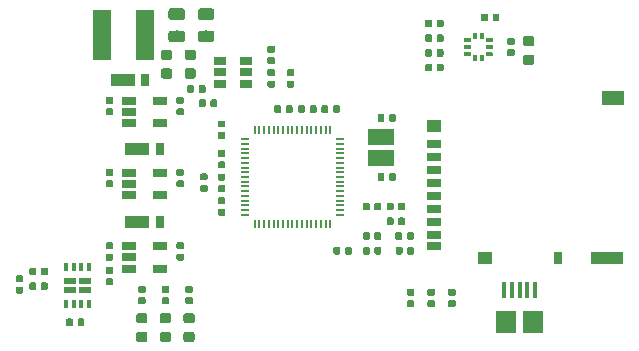
<source format=gtp>
G04 #@! TF.GenerationSoftware,KiCad,Pcbnew,(5.0.2)-1*
G04 #@! TF.CreationDate,2019-10-12T15:28:55+09:00*
G04 #@! TF.ProjectId,PD_Board,50445f42-6f61-4726-942e-6b696361645f,rev?*
G04 #@! TF.SameCoordinates,Original*
G04 #@! TF.FileFunction,Paste,Top*
G04 #@! TF.FilePolarity,Positive*
%FSLAX46Y46*%
G04 Gerber Fmt 4.6, Leading zero omitted, Abs format (unit mm)*
G04 Created by KiCad (PCBNEW (5.0.2)-1) date 2019/10/12 15:28:55*
%MOMM*%
%LPD*%
G01*
G04 APERTURE LIST*
%ADD10C,0.100000*%
%ADD11C,0.400000*%
%ADD12C,0.590000*%
%ADD13R,1.500000X4.200000*%
%ADD14R,0.800000X1.100000*%
%ADD15R,2.000000X1.100000*%
%ADD16C,0.875000*%
%ADD17C,0.975000*%
%ADD18R,1.200000X0.700000*%
%ADD19R,1.200000X1.000000*%
%ADD20R,0.800000X1.000000*%
%ADD21R,2.800000X1.000000*%
%ADD22R,1.900000X1.300000*%
%ADD23R,0.400000X1.350000*%
%ADD24R,1.800000X1.900000*%
%ADD25O,0.200000X0.800000*%
%ADD26O,0.800000X0.200000*%
%ADD27R,1.060000X0.650000*%
%ADD28R,0.350000X0.650000*%
%ADD29R,1.000000X0.600000*%
%ADD30R,1.220000X0.650000*%
%ADD31R,2.200000X1.350000*%
G04 APERTURE END LIST*
D10*
G04 #@! TO.C,U4*
G36*
X164659802Y-77800482D02*
X164669509Y-77801921D01*
X164679028Y-77804306D01*
X164688268Y-77807612D01*
X164697140Y-77811808D01*
X164705557Y-77816853D01*
X164713439Y-77822699D01*
X164720711Y-77829289D01*
X164727301Y-77836561D01*
X164733147Y-77844443D01*
X164738192Y-77852860D01*
X164742388Y-77861732D01*
X164745694Y-77870972D01*
X164748079Y-77880491D01*
X164749518Y-77890198D01*
X164750000Y-77900000D01*
X164750000Y-78250000D01*
X164749518Y-78259802D01*
X164748079Y-78269509D01*
X164745694Y-78279028D01*
X164742388Y-78288268D01*
X164738192Y-78297140D01*
X164733147Y-78305557D01*
X164727301Y-78313439D01*
X164720711Y-78320711D01*
X164713439Y-78327301D01*
X164705557Y-78333147D01*
X164697140Y-78338192D01*
X164688268Y-78342388D01*
X164679028Y-78345694D01*
X164669509Y-78348079D01*
X164659802Y-78349518D01*
X164650000Y-78350000D01*
X164450000Y-78350000D01*
X164440198Y-78349518D01*
X164430491Y-78348079D01*
X164420972Y-78345694D01*
X164411732Y-78342388D01*
X164402860Y-78338192D01*
X164394443Y-78333147D01*
X164386561Y-78327301D01*
X164379289Y-78320711D01*
X164372699Y-78313439D01*
X164366853Y-78305557D01*
X164361808Y-78297140D01*
X164357612Y-78288268D01*
X164354306Y-78279028D01*
X164351921Y-78269509D01*
X164350482Y-78259802D01*
X164350000Y-78250000D01*
X164350000Y-77900000D01*
X164350482Y-77890198D01*
X164351921Y-77880491D01*
X164354306Y-77870972D01*
X164357612Y-77861732D01*
X164361808Y-77852860D01*
X164366853Y-77844443D01*
X164372699Y-77836561D01*
X164379289Y-77829289D01*
X164386561Y-77822699D01*
X164394443Y-77816853D01*
X164402860Y-77811808D01*
X164411732Y-77807612D01*
X164420972Y-77804306D01*
X164430491Y-77801921D01*
X164440198Y-77800482D01*
X164450000Y-77800000D01*
X164650000Y-77800000D01*
X164659802Y-77800482D01*
X164659802Y-77800482D01*
G37*
D11*
X164550000Y-78075000D03*
D10*
G36*
X164059802Y-77800482D02*
X164069509Y-77801921D01*
X164079028Y-77804306D01*
X164088268Y-77807612D01*
X164097140Y-77811808D01*
X164105557Y-77816853D01*
X164113439Y-77822699D01*
X164120711Y-77829289D01*
X164127301Y-77836561D01*
X164133147Y-77844443D01*
X164138192Y-77852860D01*
X164142388Y-77861732D01*
X164145694Y-77870972D01*
X164148079Y-77880491D01*
X164149518Y-77890198D01*
X164150000Y-77900000D01*
X164150000Y-78250000D01*
X164149518Y-78259802D01*
X164148079Y-78269509D01*
X164145694Y-78279028D01*
X164142388Y-78288268D01*
X164138192Y-78297140D01*
X164133147Y-78305557D01*
X164127301Y-78313439D01*
X164120711Y-78320711D01*
X164113439Y-78327301D01*
X164105557Y-78333147D01*
X164097140Y-78338192D01*
X164088268Y-78342388D01*
X164079028Y-78345694D01*
X164069509Y-78348079D01*
X164059802Y-78349518D01*
X164050000Y-78350000D01*
X163850000Y-78350000D01*
X163840198Y-78349518D01*
X163830491Y-78348079D01*
X163820972Y-78345694D01*
X163811732Y-78342388D01*
X163802860Y-78338192D01*
X163794443Y-78333147D01*
X163786561Y-78327301D01*
X163779289Y-78320711D01*
X163772699Y-78313439D01*
X163766853Y-78305557D01*
X163761808Y-78297140D01*
X163757612Y-78288268D01*
X163754306Y-78279028D01*
X163751921Y-78269509D01*
X163750482Y-78259802D01*
X163750000Y-78250000D01*
X163750000Y-77900000D01*
X163750482Y-77890198D01*
X163751921Y-77880491D01*
X163754306Y-77870972D01*
X163757612Y-77861732D01*
X163761808Y-77852860D01*
X163766853Y-77844443D01*
X163772699Y-77836561D01*
X163779289Y-77829289D01*
X163786561Y-77822699D01*
X163794443Y-77816853D01*
X163802860Y-77811808D01*
X163811732Y-77807612D01*
X163820972Y-77804306D01*
X163830491Y-77801921D01*
X163840198Y-77800482D01*
X163850000Y-77800000D01*
X164050000Y-77800000D01*
X164059802Y-77800482D01*
X164059802Y-77800482D01*
G37*
D11*
X163950000Y-78075000D03*
D10*
G36*
X163509802Y-78200482D02*
X163519509Y-78201921D01*
X163529028Y-78204306D01*
X163538268Y-78207612D01*
X163547140Y-78211808D01*
X163555557Y-78216853D01*
X163563439Y-78222699D01*
X163570711Y-78229289D01*
X163577301Y-78236561D01*
X163583147Y-78244443D01*
X163588192Y-78252860D01*
X163592388Y-78261732D01*
X163595694Y-78270972D01*
X163598079Y-78280491D01*
X163599518Y-78290198D01*
X163600000Y-78300000D01*
X163600000Y-78500000D01*
X163599518Y-78509802D01*
X163598079Y-78519509D01*
X163595694Y-78529028D01*
X163592388Y-78538268D01*
X163588192Y-78547140D01*
X163583147Y-78555557D01*
X163577301Y-78563439D01*
X163570711Y-78570711D01*
X163563439Y-78577301D01*
X163555557Y-78583147D01*
X163547140Y-78588192D01*
X163538268Y-78592388D01*
X163529028Y-78595694D01*
X163519509Y-78598079D01*
X163509802Y-78599518D01*
X163500000Y-78600000D01*
X163150000Y-78600000D01*
X163140198Y-78599518D01*
X163130491Y-78598079D01*
X163120972Y-78595694D01*
X163111732Y-78592388D01*
X163102860Y-78588192D01*
X163094443Y-78583147D01*
X163086561Y-78577301D01*
X163079289Y-78570711D01*
X163072699Y-78563439D01*
X163066853Y-78555557D01*
X163061808Y-78547140D01*
X163057612Y-78538268D01*
X163054306Y-78529028D01*
X163051921Y-78519509D01*
X163050482Y-78509802D01*
X163050000Y-78500000D01*
X163050000Y-78300000D01*
X163050482Y-78290198D01*
X163051921Y-78280491D01*
X163054306Y-78270972D01*
X163057612Y-78261732D01*
X163061808Y-78252860D01*
X163066853Y-78244443D01*
X163072699Y-78236561D01*
X163079289Y-78229289D01*
X163086561Y-78222699D01*
X163094443Y-78216853D01*
X163102860Y-78211808D01*
X163111732Y-78207612D01*
X163120972Y-78204306D01*
X163130491Y-78201921D01*
X163140198Y-78200482D01*
X163150000Y-78200000D01*
X163500000Y-78200000D01*
X163509802Y-78200482D01*
X163509802Y-78200482D01*
G37*
D11*
X163325000Y-78400000D03*
D10*
G36*
X163509802Y-78800482D02*
X163519509Y-78801921D01*
X163529028Y-78804306D01*
X163538268Y-78807612D01*
X163547140Y-78811808D01*
X163555557Y-78816853D01*
X163563439Y-78822699D01*
X163570711Y-78829289D01*
X163577301Y-78836561D01*
X163583147Y-78844443D01*
X163588192Y-78852860D01*
X163592388Y-78861732D01*
X163595694Y-78870972D01*
X163598079Y-78880491D01*
X163599518Y-78890198D01*
X163600000Y-78900000D01*
X163600000Y-79100000D01*
X163599518Y-79109802D01*
X163598079Y-79119509D01*
X163595694Y-79129028D01*
X163592388Y-79138268D01*
X163588192Y-79147140D01*
X163583147Y-79155557D01*
X163577301Y-79163439D01*
X163570711Y-79170711D01*
X163563439Y-79177301D01*
X163555557Y-79183147D01*
X163547140Y-79188192D01*
X163538268Y-79192388D01*
X163529028Y-79195694D01*
X163519509Y-79198079D01*
X163509802Y-79199518D01*
X163500000Y-79200000D01*
X163150000Y-79200000D01*
X163140198Y-79199518D01*
X163130491Y-79198079D01*
X163120972Y-79195694D01*
X163111732Y-79192388D01*
X163102860Y-79188192D01*
X163094443Y-79183147D01*
X163086561Y-79177301D01*
X163079289Y-79170711D01*
X163072699Y-79163439D01*
X163066853Y-79155557D01*
X163061808Y-79147140D01*
X163057612Y-79138268D01*
X163054306Y-79129028D01*
X163051921Y-79119509D01*
X163050482Y-79109802D01*
X163050000Y-79100000D01*
X163050000Y-78900000D01*
X163050482Y-78890198D01*
X163051921Y-78880491D01*
X163054306Y-78870972D01*
X163057612Y-78861732D01*
X163061808Y-78852860D01*
X163066853Y-78844443D01*
X163072699Y-78836561D01*
X163079289Y-78829289D01*
X163086561Y-78822699D01*
X163094443Y-78816853D01*
X163102860Y-78811808D01*
X163111732Y-78807612D01*
X163120972Y-78804306D01*
X163130491Y-78801921D01*
X163140198Y-78800482D01*
X163150000Y-78800000D01*
X163500000Y-78800000D01*
X163509802Y-78800482D01*
X163509802Y-78800482D01*
G37*
D11*
X163325000Y-79000000D03*
D10*
G36*
X163509802Y-79400482D02*
X163519509Y-79401921D01*
X163529028Y-79404306D01*
X163538268Y-79407612D01*
X163547140Y-79411808D01*
X163555557Y-79416853D01*
X163563439Y-79422699D01*
X163570711Y-79429289D01*
X163577301Y-79436561D01*
X163583147Y-79444443D01*
X163588192Y-79452860D01*
X163592388Y-79461732D01*
X163595694Y-79470972D01*
X163598079Y-79480491D01*
X163599518Y-79490198D01*
X163600000Y-79500000D01*
X163600000Y-79700000D01*
X163599518Y-79709802D01*
X163598079Y-79719509D01*
X163595694Y-79729028D01*
X163592388Y-79738268D01*
X163588192Y-79747140D01*
X163583147Y-79755557D01*
X163577301Y-79763439D01*
X163570711Y-79770711D01*
X163563439Y-79777301D01*
X163555557Y-79783147D01*
X163547140Y-79788192D01*
X163538268Y-79792388D01*
X163529028Y-79795694D01*
X163519509Y-79798079D01*
X163509802Y-79799518D01*
X163500000Y-79800000D01*
X163150000Y-79800000D01*
X163140198Y-79799518D01*
X163130491Y-79798079D01*
X163120972Y-79795694D01*
X163111732Y-79792388D01*
X163102860Y-79788192D01*
X163094443Y-79783147D01*
X163086561Y-79777301D01*
X163079289Y-79770711D01*
X163072699Y-79763439D01*
X163066853Y-79755557D01*
X163061808Y-79747140D01*
X163057612Y-79738268D01*
X163054306Y-79729028D01*
X163051921Y-79719509D01*
X163050482Y-79709802D01*
X163050000Y-79700000D01*
X163050000Y-79500000D01*
X163050482Y-79490198D01*
X163051921Y-79480491D01*
X163054306Y-79470972D01*
X163057612Y-79461732D01*
X163061808Y-79452860D01*
X163066853Y-79444443D01*
X163072699Y-79436561D01*
X163079289Y-79429289D01*
X163086561Y-79422699D01*
X163094443Y-79416853D01*
X163102860Y-79411808D01*
X163111732Y-79407612D01*
X163120972Y-79404306D01*
X163130491Y-79401921D01*
X163140198Y-79400482D01*
X163150000Y-79400000D01*
X163500000Y-79400000D01*
X163509802Y-79400482D01*
X163509802Y-79400482D01*
G37*
D11*
X163325000Y-79600000D03*
D10*
G36*
X164059802Y-79650482D02*
X164069509Y-79651921D01*
X164079028Y-79654306D01*
X164088268Y-79657612D01*
X164097140Y-79661808D01*
X164105557Y-79666853D01*
X164113439Y-79672699D01*
X164120711Y-79679289D01*
X164127301Y-79686561D01*
X164133147Y-79694443D01*
X164138192Y-79702860D01*
X164142388Y-79711732D01*
X164145694Y-79720972D01*
X164148079Y-79730491D01*
X164149518Y-79740198D01*
X164150000Y-79750000D01*
X164150000Y-80100000D01*
X164149518Y-80109802D01*
X164148079Y-80119509D01*
X164145694Y-80129028D01*
X164142388Y-80138268D01*
X164138192Y-80147140D01*
X164133147Y-80155557D01*
X164127301Y-80163439D01*
X164120711Y-80170711D01*
X164113439Y-80177301D01*
X164105557Y-80183147D01*
X164097140Y-80188192D01*
X164088268Y-80192388D01*
X164079028Y-80195694D01*
X164069509Y-80198079D01*
X164059802Y-80199518D01*
X164050000Y-80200000D01*
X163850000Y-80200000D01*
X163840198Y-80199518D01*
X163830491Y-80198079D01*
X163820972Y-80195694D01*
X163811732Y-80192388D01*
X163802860Y-80188192D01*
X163794443Y-80183147D01*
X163786561Y-80177301D01*
X163779289Y-80170711D01*
X163772699Y-80163439D01*
X163766853Y-80155557D01*
X163761808Y-80147140D01*
X163757612Y-80138268D01*
X163754306Y-80129028D01*
X163751921Y-80119509D01*
X163750482Y-80109802D01*
X163750000Y-80100000D01*
X163750000Y-79750000D01*
X163750482Y-79740198D01*
X163751921Y-79730491D01*
X163754306Y-79720972D01*
X163757612Y-79711732D01*
X163761808Y-79702860D01*
X163766853Y-79694443D01*
X163772699Y-79686561D01*
X163779289Y-79679289D01*
X163786561Y-79672699D01*
X163794443Y-79666853D01*
X163802860Y-79661808D01*
X163811732Y-79657612D01*
X163820972Y-79654306D01*
X163830491Y-79651921D01*
X163840198Y-79650482D01*
X163850000Y-79650000D01*
X164050000Y-79650000D01*
X164059802Y-79650482D01*
X164059802Y-79650482D01*
G37*
D11*
X163950000Y-79925000D03*
D10*
G36*
X164659802Y-79650482D02*
X164669509Y-79651921D01*
X164679028Y-79654306D01*
X164688268Y-79657612D01*
X164697140Y-79661808D01*
X164705557Y-79666853D01*
X164713439Y-79672699D01*
X164720711Y-79679289D01*
X164727301Y-79686561D01*
X164733147Y-79694443D01*
X164738192Y-79702860D01*
X164742388Y-79711732D01*
X164745694Y-79720972D01*
X164748079Y-79730491D01*
X164749518Y-79740198D01*
X164750000Y-79750000D01*
X164750000Y-80100000D01*
X164749518Y-80109802D01*
X164748079Y-80119509D01*
X164745694Y-80129028D01*
X164742388Y-80138268D01*
X164738192Y-80147140D01*
X164733147Y-80155557D01*
X164727301Y-80163439D01*
X164720711Y-80170711D01*
X164713439Y-80177301D01*
X164705557Y-80183147D01*
X164697140Y-80188192D01*
X164688268Y-80192388D01*
X164679028Y-80195694D01*
X164669509Y-80198079D01*
X164659802Y-80199518D01*
X164650000Y-80200000D01*
X164450000Y-80200000D01*
X164440198Y-80199518D01*
X164430491Y-80198079D01*
X164420972Y-80195694D01*
X164411732Y-80192388D01*
X164402860Y-80188192D01*
X164394443Y-80183147D01*
X164386561Y-80177301D01*
X164379289Y-80170711D01*
X164372699Y-80163439D01*
X164366853Y-80155557D01*
X164361808Y-80147140D01*
X164357612Y-80138268D01*
X164354306Y-80129028D01*
X164351921Y-80119509D01*
X164350482Y-80109802D01*
X164350000Y-80100000D01*
X164350000Y-79750000D01*
X164350482Y-79740198D01*
X164351921Y-79730491D01*
X164354306Y-79720972D01*
X164357612Y-79711732D01*
X164361808Y-79702860D01*
X164366853Y-79694443D01*
X164372699Y-79686561D01*
X164379289Y-79679289D01*
X164386561Y-79672699D01*
X164394443Y-79666853D01*
X164402860Y-79661808D01*
X164411732Y-79657612D01*
X164420972Y-79654306D01*
X164430491Y-79651921D01*
X164440198Y-79650482D01*
X164450000Y-79650000D01*
X164650000Y-79650000D01*
X164659802Y-79650482D01*
X164659802Y-79650482D01*
G37*
D11*
X164550000Y-79925000D03*
D10*
G36*
X165359802Y-79400482D02*
X165369509Y-79401921D01*
X165379028Y-79404306D01*
X165388268Y-79407612D01*
X165397140Y-79411808D01*
X165405557Y-79416853D01*
X165413439Y-79422699D01*
X165420711Y-79429289D01*
X165427301Y-79436561D01*
X165433147Y-79444443D01*
X165438192Y-79452860D01*
X165442388Y-79461732D01*
X165445694Y-79470972D01*
X165448079Y-79480491D01*
X165449518Y-79490198D01*
X165450000Y-79500000D01*
X165450000Y-79700000D01*
X165449518Y-79709802D01*
X165448079Y-79719509D01*
X165445694Y-79729028D01*
X165442388Y-79738268D01*
X165438192Y-79747140D01*
X165433147Y-79755557D01*
X165427301Y-79763439D01*
X165420711Y-79770711D01*
X165413439Y-79777301D01*
X165405557Y-79783147D01*
X165397140Y-79788192D01*
X165388268Y-79792388D01*
X165379028Y-79795694D01*
X165369509Y-79798079D01*
X165359802Y-79799518D01*
X165350000Y-79800000D01*
X165000000Y-79800000D01*
X164990198Y-79799518D01*
X164980491Y-79798079D01*
X164970972Y-79795694D01*
X164961732Y-79792388D01*
X164952860Y-79788192D01*
X164944443Y-79783147D01*
X164936561Y-79777301D01*
X164929289Y-79770711D01*
X164922699Y-79763439D01*
X164916853Y-79755557D01*
X164911808Y-79747140D01*
X164907612Y-79738268D01*
X164904306Y-79729028D01*
X164901921Y-79719509D01*
X164900482Y-79709802D01*
X164900000Y-79700000D01*
X164900000Y-79500000D01*
X164900482Y-79490198D01*
X164901921Y-79480491D01*
X164904306Y-79470972D01*
X164907612Y-79461732D01*
X164911808Y-79452860D01*
X164916853Y-79444443D01*
X164922699Y-79436561D01*
X164929289Y-79429289D01*
X164936561Y-79422699D01*
X164944443Y-79416853D01*
X164952860Y-79411808D01*
X164961732Y-79407612D01*
X164970972Y-79404306D01*
X164980491Y-79401921D01*
X164990198Y-79400482D01*
X165000000Y-79400000D01*
X165350000Y-79400000D01*
X165359802Y-79400482D01*
X165359802Y-79400482D01*
G37*
D11*
X165175000Y-79600000D03*
D10*
G36*
X165359802Y-78800482D02*
X165369509Y-78801921D01*
X165379028Y-78804306D01*
X165388268Y-78807612D01*
X165397140Y-78811808D01*
X165405557Y-78816853D01*
X165413439Y-78822699D01*
X165420711Y-78829289D01*
X165427301Y-78836561D01*
X165433147Y-78844443D01*
X165438192Y-78852860D01*
X165442388Y-78861732D01*
X165445694Y-78870972D01*
X165448079Y-78880491D01*
X165449518Y-78890198D01*
X165450000Y-78900000D01*
X165450000Y-79100000D01*
X165449518Y-79109802D01*
X165448079Y-79119509D01*
X165445694Y-79129028D01*
X165442388Y-79138268D01*
X165438192Y-79147140D01*
X165433147Y-79155557D01*
X165427301Y-79163439D01*
X165420711Y-79170711D01*
X165413439Y-79177301D01*
X165405557Y-79183147D01*
X165397140Y-79188192D01*
X165388268Y-79192388D01*
X165379028Y-79195694D01*
X165369509Y-79198079D01*
X165359802Y-79199518D01*
X165350000Y-79200000D01*
X165000000Y-79200000D01*
X164990198Y-79199518D01*
X164980491Y-79198079D01*
X164970972Y-79195694D01*
X164961732Y-79192388D01*
X164952860Y-79188192D01*
X164944443Y-79183147D01*
X164936561Y-79177301D01*
X164929289Y-79170711D01*
X164922699Y-79163439D01*
X164916853Y-79155557D01*
X164911808Y-79147140D01*
X164907612Y-79138268D01*
X164904306Y-79129028D01*
X164901921Y-79119509D01*
X164900482Y-79109802D01*
X164900000Y-79100000D01*
X164900000Y-78900000D01*
X164900482Y-78890198D01*
X164901921Y-78880491D01*
X164904306Y-78870972D01*
X164907612Y-78861732D01*
X164911808Y-78852860D01*
X164916853Y-78844443D01*
X164922699Y-78836561D01*
X164929289Y-78829289D01*
X164936561Y-78822699D01*
X164944443Y-78816853D01*
X164952860Y-78811808D01*
X164961732Y-78807612D01*
X164970972Y-78804306D01*
X164980491Y-78801921D01*
X164990198Y-78800482D01*
X165000000Y-78800000D01*
X165350000Y-78800000D01*
X165359802Y-78800482D01*
X165359802Y-78800482D01*
G37*
D11*
X165175000Y-79000000D03*
D10*
G36*
X165359802Y-78200482D02*
X165369509Y-78201921D01*
X165379028Y-78204306D01*
X165388268Y-78207612D01*
X165397140Y-78211808D01*
X165405557Y-78216853D01*
X165413439Y-78222699D01*
X165420711Y-78229289D01*
X165427301Y-78236561D01*
X165433147Y-78244443D01*
X165438192Y-78252860D01*
X165442388Y-78261732D01*
X165445694Y-78270972D01*
X165448079Y-78280491D01*
X165449518Y-78290198D01*
X165450000Y-78300000D01*
X165450000Y-78500000D01*
X165449518Y-78509802D01*
X165448079Y-78519509D01*
X165445694Y-78529028D01*
X165442388Y-78538268D01*
X165438192Y-78547140D01*
X165433147Y-78555557D01*
X165427301Y-78563439D01*
X165420711Y-78570711D01*
X165413439Y-78577301D01*
X165405557Y-78583147D01*
X165397140Y-78588192D01*
X165388268Y-78592388D01*
X165379028Y-78595694D01*
X165369509Y-78598079D01*
X165359802Y-78599518D01*
X165350000Y-78600000D01*
X165000000Y-78600000D01*
X164990198Y-78599518D01*
X164980491Y-78598079D01*
X164970972Y-78595694D01*
X164961732Y-78592388D01*
X164952860Y-78588192D01*
X164944443Y-78583147D01*
X164936561Y-78577301D01*
X164929289Y-78570711D01*
X164922699Y-78563439D01*
X164916853Y-78555557D01*
X164911808Y-78547140D01*
X164907612Y-78538268D01*
X164904306Y-78529028D01*
X164901921Y-78519509D01*
X164900482Y-78509802D01*
X164900000Y-78500000D01*
X164900000Y-78300000D01*
X164900482Y-78290198D01*
X164901921Y-78280491D01*
X164904306Y-78270972D01*
X164907612Y-78261732D01*
X164911808Y-78252860D01*
X164916853Y-78244443D01*
X164922699Y-78236561D01*
X164929289Y-78229289D01*
X164936561Y-78222699D01*
X164944443Y-78216853D01*
X164952860Y-78211808D01*
X164961732Y-78207612D01*
X164970972Y-78204306D01*
X164980491Y-78201921D01*
X164990198Y-78200482D01*
X165000000Y-78200000D01*
X165350000Y-78200000D01*
X165359802Y-78200482D01*
X165359802Y-78200482D01*
G37*
D11*
X165175000Y-78400000D03*
G04 #@! TD*
D10*
G04 #@! TO.C,C30*
G36*
X164926958Y-76180710D02*
X164941276Y-76182834D01*
X164955317Y-76186351D01*
X164968946Y-76191228D01*
X164982031Y-76197417D01*
X164994447Y-76204858D01*
X165006073Y-76213481D01*
X165016798Y-76223202D01*
X165026519Y-76233927D01*
X165035142Y-76245553D01*
X165042583Y-76257969D01*
X165048772Y-76271054D01*
X165053649Y-76284683D01*
X165057166Y-76298724D01*
X165059290Y-76313042D01*
X165060000Y-76327500D01*
X165060000Y-76672500D01*
X165059290Y-76686958D01*
X165057166Y-76701276D01*
X165053649Y-76715317D01*
X165048772Y-76728946D01*
X165042583Y-76742031D01*
X165035142Y-76754447D01*
X165026519Y-76766073D01*
X165016798Y-76776798D01*
X165006073Y-76786519D01*
X164994447Y-76795142D01*
X164982031Y-76802583D01*
X164968946Y-76808772D01*
X164955317Y-76813649D01*
X164941276Y-76817166D01*
X164926958Y-76819290D01*
X164912500Y-76820000D01*
X164617500Y-76820000D01*
X164603042Y-76819290D01*
X164588724Y-76817166D01*
X164574683Y-76813649D01*
X164561054Y-76808772D01*
X164547969Y-76802583D01*
X164535553Y-76795142D01*
X164523927Y-76786519D01*
X164513202Y-76776798D01*
X164503481Y-76766073D01*
X164494858Y-76754447D01*
X164487417Y-76742031D01*
X164481228Y-76728946D01*
X164476351Y-76715317D01*
X164472834Y-76701276D01*
X164470710Y-76686958D01*
X164470000Y-76672500D01*
X164470000Y-76327500D01*
X164470710Y-76313042D01*
X164472834Y-76298724D01*
X164476351Y-76284683D01*
X164481228Y-76271054D01*
X164487417Y-76257969D01*
X164494858Y-76245553D01*
X164503481Y-76233927D01*
X164513202Y-76223202D01*
X164523927Y-76213481D01*
X164535553Y-76204858D01*
X164547969Y-76197417D01*
X164561054Y-76191228D01*
X164574683Y-76186351D01*
X164588724Y-76182834D01*
X164603042Y-76180710D01*
X164617500Y-76180000D01*
X164912500Y-76180000D01*
X164926958Y-76180710D01*
X164926958Y-76180710D01*
G37*
D12*
X164765000Y-76500000D03*
D10*
G36*
X165896958Y-76180710D02*
X165911276Y-76182834D01*
X165925317Y-76186351D01*
X165938946Y-76191228D01*
X165952031Y-76197417D01*
X165964447Y-76204858D01*
X165976073Y-76213481D01*
X165986798Y-76223202D01*
X165996519Y-76233927D01*
X166005142Y-76245553D01*
X166012583Y-76257969D01*
X166018772Y-76271054D01*
X166023649Y-76284683D01*
X166027166Y-76298724D01*
X166029290Y-76313042D01*
X166030000Y-76327500D01*
X166030000Y-76672500D01*
X166029290Y-76686958D01*
X166027166Y-76701276D01*
X166023649Y-76715317D01*
X166018772Y-76728946D01*
X166012583Y-76742031D01*
X166005142Y-76754447D01*
X165996519Y-76766073D01*
X165986798Y-76776798D01*
X165976073Y-76786519D01*
X165964447Y-76795142D01*
X165952031Y-76802583D01*
X165938946Y-76808772D01*
X165925317Y-76813649D01*
X165911276Y-76817166D01*
X165896958Y-76819290D01*
X165882500Y-76820000D01*
X165587500Y-76820000D01*
X165573042Y-76819290D01*
X165558724Y-76817166D01*
X165544683Y-76813649D01*
X165531054Y-76808772D01*
X165517969Y-76802583D01*
X165505553Y-76795142D01*
X165493927Y-76786519D01*
X165483202Y-76776798D01*
X165473481Y-76766073D01*
X165464858Y-76754447D01*
X165457417Y-76742031D01*
X165451228Y-76728946D01*
X165446351Y-76715317D01*
X165442834Y-76701276D01*
X165440710Y-76686958D01*
X165440000Y-76672500D01*
X165440000Y-76327500D01*
X165440710Y-76313042D01*
X165442834Y-76298724D01*
X165446351Y-76284683D01*
X165451228Y-76271054D01*
X165457417Y-76257969D01*
X165464858Y-76245553D01*
X165473481Y-76233927D01*
X165483202Y-76223202D01*
X165493927Y-76213481D01*
X165505553Y-76204858D01*
X165517969Y-76197417D01*
X165531054Y-76191228D01*
X165544683Y-76186351D01*
X165558724Y-76182834D01*
X165573042Y-76180710D01*
X165587500Y-76180000D01*
X165882500Y-76180000D01*
X165896958Y-76180710D01*
X165896958Y-76180710D01*
G37*
D12*
X165735000Y-76500000D03*
G04 #@! TD*
D10*
G04 #@! TO.C,R10*
G36*
X158661958Y-95930710D02*
X158676276Y-95932834D01*
X158690317Y-95936351D01*
X158703946Y-95941228D01*
X158717031Y-95947417D01*
X158729447Y-95954858D01*
X158741073Y-95963481D01*
X158751798Y-95973202D01*
X158761519Y-95983927D01*
X158770142Y-95995553D01*
X158777583Y-96007969D01*
X158783772Y-96021054D01*
X158788649Y-96034683D01*
X158792166Y-96048724D01*
X158794290Y-96063042D01*
X158795000Y-96077500D01*
X158795000Y-96422500D01*
X158794290Y-96436958D01*
X158792166Y-96451276D01*
X158788649Y-96465317D01*
X158783772Y-96478946D01*
X158777583Y-96492031D01*
X158770142Y-96504447D01*
X158761519Y-96516073D01*
X158751798Y-96526798D01*
X158741073Y-96536519D01*
X158729447Y-96545142D01*
X158717031Y-96552583D01*
X158703946Y-96558772D01*
X158690317Y-96563649D01*
X158676276Y-96567166D01*
X158661958Y-96569290D01*
X158647500Y-96570000D01*
X158352500Y-96570000D01*
X158338042Y-96569290D01*
X158323724Y-96567166D01*
X158309683Y-96563649D01*
X158296054Y-96558772D01*
X158282969Y-96552583D01*
X158270553Y-96545142D01*
X158258927Y-96536519D01*
X158248202Y-96526798D01*
X158238481Y-96516073D01*
X158229858Y-96504447D01*
X158222417Y-96492031D01*
X158216228Y-96478946D01*
X158211351Y-96465317D01*
X158207834Y-96451276D01*
X158205710Y-96436958D01*
X158205000Y-96422500D01*
X158205000Y-96077500D01*
X158205710Y-96063042D01*
X158207834Y-96048724D01*
X158211351Y-96034683D01*
X158216228Y-96021054D01*
X158222417Y-96007969D01*
X158229858Y-95995553D01*
X158238481Y-95983927D01*
X158248202Y-95973202D01*
X158258927Y-95963481D01*
X158270553Y-95954858D01*
X158282969Y-95947417D01*
X158296054Y-95941228D01*
X158309683Y-95936351D01*
X158323724Y-95932834D01*
X158338042Y-95930710D01*
X158352500Y-95930000D01*
X158647500Y-95930000D01*
X158661958Y-95930710D01*
X158661958Y-95930710D01*
G37*
D12*
X158500000Y-96250000D03*
D10*
G36*
X157691958Y-95930710D02*
X157706276Y-95932834D01*
X157720317Y-95936351D01*
X157733946Y-95941228D01*
X157747031Y-95947417D01*
X157759447Y-95954858D01*
X157771073Y-95963481D01*
X157781798Y-95973202D01*
X157791519Y-95983927D01*
X157800142Y-95995553D01*
X157807583Y-96007969D01*
X157813772Y-96021054D01*
X157818649Y-96034683D01*
X157822166Y-96048724D01*
X157824290Y-96063042D01*
X157825000Y-96077500D01*
X157825000Y-96422500D01*
X157824290Y-96436958D01*
X157822166Y-96451276D01*
X157818649Y-96465317D01*
X157813772Y-96478946D01*
X157807583Y-96492031D01*
X157800142Y-96504447D01*
X157791519Y-96516073D01*
X157781798Y-96526798D01*
X157771073Y-96536519D01*
X157759447Y-96545142D01*
X157747031Y-96552583D01*
X157733946Y-96558772D01*
X157720317Y-96563649D01*
X157706276Y-96567166D01*
X157691958Y-96569290D01*
X157677500Y-96570000D01*
X157382500Y-96570000D01*
X157368042Y-96569290D01*
X157353724Y-96567166D01*
X157339683Y-96563649D01*
X157326054Y-96558772D01*
X157312969Y-96552583D01*
X157300553Y-96545142D01*
X157288927Y-96536519D01*
X157278202Y-96526798D01*
X157268481Y-96516073D01*
X157259858Y-96504447D01*
X157252417Y-96492031D01*
X157246228Y-96478946D01*
X157241351Y-96465317D01*
X157237834Y-96451276D01*
X157235710Y-96436958D01*
X157235000Y-96422500D01*
X157235000Y-96077500D01*
X157235710Y-96063042D01*
X157237834Y-96048724D01*
X157241351Y-96034683D01*
X157246228Y-96021054D01*
X157252417Y-96007969D01*
X157259858Y-95995553D01*
X157268481Y-95983927D01*
X157278202Y-95973202D01*
X157288927Y-95963481D01*
X157300553Y-95954858D01*
X157312969Y-95947417D01*
X157326054Y-95941228D01*
X157339683Y-95936351D01*
X157353724Y-95932834D01*
X157368042Y-95930710D01*
X157382500Y-95930000D01*
X157677500Y-95930000D01*
X157691958Y-95930710D01*
X157691958Y-95930710D01*
G37*
D12*
X157530000Y-96250000D03*
G04 #@! TD*
D10*
G04 #@! TO.C,R9*
G36*
X162186958Y-100440710D02*
X162201276Y-100442834D01*
X162215317Y-100446351D01*
X162228946Y-100451228D01*
X162242031Y-100457417D01*
X162254447Y-100464858D01*
X162266073Y-100473481D01*
X162276798Y-100483202D01*
X162286519Y-100493927D01*
X162295142Y-100505553D01*
X162302583Y-100517969D01*
X162308772Y-100531054D01*
X162313649Y-100544683D01*
X162317166Y-100558724D01*
X162319290Y-100573042D01*
X162320000Y-100587500D01*
X162320000Y-100882500D01*
X162319290Y-100896958D01*
X162317166Y-100911276D01*
X162313649Y-100925317D01*
X162308772Y-100938946D01*
X162302583Y-100952031D01*
X162295142Y-100964447D01*
X162286519Y-100976073D01*
X162276798Y-100986798D01*
X162266073Y-100996519D01*
X162254447Y-101005142D01*
X162242031Y-101012583D01*
X162228946Y-101018772D01*
X162215317Y-101023649D01*
X162201276Y-101027166D01*
X162186958Y-101029290D01*
X162172500Y-101030000D01*
X161827500Y-101030000D01*
X161813042Y-101029290D01*
X161798724Y-101027166D01*
X161784683Y-101023649D01*
X161771054Y-101018772D01*
X161757969Y-101012583D01*
X161745553Y-101005142D01*
X161733927Y-100996519D01*
X161723202Y-100986798D01*
X161713481Y-100976073D01*
X161704858Y-100964447D01*
X161697417Y-100952031D01*
X161691228Y-100938946D01*
X161686351Y-100925317D01*
X161682834Y-100911276D01*
X161680710Y-100896958D01*
X161680000Y-100882500D01*
X161680000Y-100587500D01*
X161680710Y-100573042D01*
X161682834Y-100558724D01*
X161686351Y-100544683D01*
X161691228Y-100531054D01*
X161697417Y-100517969D01*
X161704858Y-100505553D01*
X161713481Y-100493927D01*
X161723202Y-100483202D01*
X161733927Y-100473481D01*
X161745553Y-100464858D01*
X161757969Y-100457417D01*
X161771054Y-100451228D01*
X161784683Y-100446351D01*
X161798724Y-100442834D01*
X161813042Y-100440710D01*
X161827500Y-100440000D01*
X162172500Y-100440000D01*
X162186958Y-100440710D01*
X162186958Y-100440710D01*
G37*
D12*
X162000000Y-100735000D03*
D10*
G36*
X162186958Y-99470710D02*
X162201276Y-99472834D01*
X162215317Y-99476351D01*
X162228946Y-99481228D01*
X162242031Y-99487417D01*
X162254447Y-99494858D01*
X162266073Y-99503481D01*
X162276798Y-99513202D01*
X162286519Y-99523927D01*
X162295142Y-99535553D01*
X162302583Y-99547969D01*
X162308772Y-99561054D01*
X162313649Y-99574683D01*
X162317166Y-99588724D01*
X162319290Y-99603042D01*
X162320000Y-99617500D01*
X162320000Y-99912500D01*
X162319290Y-99926958D01*
X162317166Y-99941276D01*
X162313649Y-99955317D01*
X162308772Y-99968946D01*
X162302583Y-99982031D01*
X162295142Y-99994447D01*
X162286519Y-100006073D01*
X162276798Y-100016798D01*
X162266073Y-100026519D01*
X162254447Y-100035142D01*
X162242031Y-100042583D01*
X162228946Y-100048772D01*
X162215317Y-100053649D01*
X162201276Y-100057166D01*
X162186958Y-100059290D01*
X162172500Y-100060000D01*
X161827500Y-100060000D01*
X161813042Y-100059290D01*
X161798724Y-100057166D01*
X161784683Y-100053649D01*
X161771054Y-100048772D01*
X161757969Y-100042583D01*
X161745553Y-100035142D01*
X161733927Y-100026519D01*
X161723202Y-100016798D01*
X161713481Y-100006073D01*
X161704858Y-99994447D01*
X161697417Y-99982031D01*
X161691228Y-99968946D01*
X161686351Y-99955317D01*
X161682834Y-99941276D01*
X161680710Y-99926958D01*
X161680000Y-99912500D01*
X161680000Y-99617500D01*
X161680710Y-99603042D01*
X161682834Y-99588724D01*
X161686351Y-99574683D01*
X161691228Y-99561054D01*
X161697417Y-99547969D01*
X161704858Y-99535553D01*
X161713481Y-99523927D01*
X161723202Y-99513202D01*
X161733927Y-99503481D01*
X161745553Y-99494858D01*
X161757969Y-99487417D01*
X161771054Y-99481228D01*
X161784683Y-99476351D01*
X161798724Y-99472834D01*
X161813042Y-99470710D01*
X161827500Y-99470000D01*
X162172500Y-99470000D01*
X162186958Y-99470710D01*
X162186958Y-99470710D01*
G37*
D12*
X162000000Y-99765000D03*
G04 #@! TD*
D10*
G04 #@! TO.C,R8*
G36*
X160436958Y-100440710D02*
X160451276Y-100442834D01*
X160465317Y-100446351D01*
X160478946Y-100451228D01*
X160492031Y-100457417D01*
X160504447Y-100464858D01*
X160516073Y-100473481D01*
X160526798Y-100483202D01*
X160536519Y-100493927D01*
X160545142Y-100505553D01*
X160552583Y-100517969D01*
X160558772Y-100531054D01*
X160563649Y-100544683D01*
X160567166Y-100558724D01*
X160569290Y-100573042D01*
X160570000Y-100587500D01*
X160570000Y-100882500D01*
X160569290Y-100896958D01*
X160567166Y-100911276D01*
X160563649Y-100925317D01*
X160558772Y-100938946D01*
X160552583Y-100952031D01*
X160545142Y-100964447D01*
X160536519Y-100976073D01*
X160526798Y-100986798D01*
X160516073Y-100996519D01*
X160504447Y-101005142D01*
X160492031Y-101012583D01*
X160478946Y-101018772D01*
X160465317Y-101023649D01*
X160451276Y-101027166D01*
X160436958Y-101029290D01*
X160422500Y-101030000D01*
X160077500Y-101030000D01*
X160063042Y-101029290D01*
X160048724Y-101027166D01*
X160034683Y-101023649D01*
X160021054Y-101018772D01*
X160007969Y-101012583D01*
X159995553Y-101005142D01*
X159983927Y-100996519D01*
X159973202Y-100986798D01*
X159963481Y-100976073D01*
X159954858Y-100964447D01*
X159947417Y-100952031D01*
X159941228Y-100938946D01*
X159936351Y-100925317D01*
X159932834Y-100911276D01*
X159930710Y-100896958D01*
X159930000Y-100882500D01*
X159930000Y-100587500D01*
X159930710Y-100573042D01*
X159932834Y-100558724D01*
X159936351Y-100544683D01*
X159941228Y-100531054D01*
X159947417Y-100517969D01*
X159954858Y-100505553D01*
X159963481Y-100493927D01*
X159973202Y-100483202D01*
X159983927Y-100473481D01*
X159995553Y-100464858D01*
X160007969Y-100457417D01*
X160021054Y-100451228D01*
X160034683Y-100446351D01*
X160048724Y-100442834D01*
X160063042Y-100440710D01*
X160077500Y-100440000D01*
X160422500Y-100440000D01*
X160436958Y-100440710D01*
X160436958Y-100440710D01*
G37*
D12*
X160250000Y-100735000D03*
D10*
G36*
X160436958Y-99470710D02*
X160451276Y-99472834D01*
X160465317Y-99476351D01*
X160478946Y-99481228D01*
X160492031Y-99487417D01*
X160504447Y-99494858D01*
X160516073Y-99503481D01*
X160526798Y-99513202D01*
X160536519Y-99523927D01*
X160545142Y-99535553D01*
X160552583Y-99547969D01*
X160558772Y-99561054D01*
X160563649Y-99574683D01*
X160567166Y-99588724D01*
X160569290Y-99603042D01*
X160570000Y-99617500D01*
X160570000Y-99912500D01*
X160569290Y-99926958D01*
X160567166Y-99941276D01*
X160563649Y-99955317D01*
X160558772Y-99968946D01*
X160552583Y-99982031D01*
X160545142Y-99994447D01*
X160536519Y-100006073D01*
X160526798Y-100016798D01*
X160516073Y-100026519D01*
X160504447Y-100035142D01*
X160492031Y-100042583D01*
X160478946Y-100048772D01*
X160465317Y-100053649D01*
X160451276Y-100057166D01*
X160436958Y-100059290D01*
X160422500Y-100060000D01*
X160077500Y-100060000D01*
X160063042Y-100059290D01*
X160048724Y-100057166D01*
X160034683Y-100053649D01*
X160021054Y-100048772D01*
X160007969Y-100042583D01*
X159995553Y-100035142D01*
X159983927Y-100026519D01*
X159973202Y-100016798D01*
X159963481Y-100006073D01*
X159954858Y-99994447D01*
X159947417Y-99982031D01*
X159941228Y-99968946D01*
X159936351Y-99955317D01*
X159932834Y-99941276D01*
X159930710Y-99926958D01*
X159930000Y-99912500D01*
X159930000Y-99617500D01*
X159930710Y-99603042D01*
X159932834Y-99588724D01*
X159936351Y-99574683D01*
X159941228Y-99561054D01*
X159947417Y-99547969D01*
X159954858Y-99535553D01*
X159963481Y-99523927D01*
X159973202Y-99513202D01*
X159983927Y-99503481D01*
X159995553Y-99494858D01*
X160007969Y-99487417D01*
X160021054Y-99481228D01*
X160034683Y-99476351D01*
X160048724Y-99472834D01*
X160063042Y-99470710D01*
X160077500Y-99470000D01*
X160422500Y-99470000D01*
X160436958Y-99470710D01*
X160436958Y-99470710D01*
G37*
D12*
X160250000Y-99765000D03*
G04 #@! TD*
D10*
G04 #@! TO.C,R6*
G36*
X157676958Y-94680710D02*
X157691276Y-94682834D01*
X157705317Y-94686351D01*
X157718946Y-94691228D01*
X157732031Y-94697417D01*
X157744447Y-94704858D01*
X157756073Y-94713481D01*
X157766798Y-94723202D01*
X157776519Y-94733927D01*
X157785142Y-94745553D01*
X157792583Y-94757969D01*
X157798772Y-94771054D01*
X157803649Y-94784683D01*
X157807166Y-94798724D01*
X157809290Y-94813042D01*
X157810000Y-94827500D01*
X157810000Y-95172500D01*
X157809290Y-95186958D01*
X157807166Y-95201276D01*
X157803649Y-95215317D01*
X157798772Y-95228946D01*
X157792583Y-95242031D01*
X157785142Y-95254447D01*
X157776519Y-95266073D01*
X157766798Y-95276798D01*
X157756073Y-95286519D01*
X157744447Y-95295142D01*
X157732031Y-95302583D01*
X157718946Y-95308772D01*
X157705317Y-95313649D01*
X157691276Y-95317166D01*
X157676958Y-95319290D01*
X157662500Y-95320000D01*
X157367500Y-95320000D01*
X157353042Y-95319290D01*
X157338724Y-95317166D01*
X157324683Y-95313649D01*
X157311054Y-95308772D01*
X157297969Y-95302583D01*
X157285553Y-95295142D01*
X157273927Y-95286519D01*
X157263202Y-95276798D01*
X157253481Y-95266073D01*
X157244858Y-95254447D01*
X157237417Y-95242031D01*
X157231228Y-95228946D01*
X157226351Y-95215317D01*
X157222834Y-95201276D01*
X157220710Y-95186958D01*
X157220000Y-95172500D01*
X157220000Y-94827500D01*
X157220710Y-94813042D01*
X157222834Y-94798724D01*
X157226351Y-94784683D01*
X157231228Y-94771054D01*
X157237417Y-94757969D01*
X157244858Y-94745553D01*
X157253481Y-94733927D01*
X157263202Y-94723202D01*
X157273927Y-94713481D01*
X157285553Y-94704858D01*
X157297969Y-94697417D01*
X157311054Y-94691228D01*
X157324683Y-94686351D01*
X157338724Y-94682834D01*
X157353042Y-94680710D01*
X157367500Y-94680000D01*
X157662500Y-94680000D01*
X157676958Y-94680710D01*
X157676958Y-94680710D01*
G37*
D12*
X157515000Y-95000000D03*
D10*
G36*
X158646958Y-94680710D02*
X158661276Y-94682834D01*
X158675317Y-94686351D01*
X158688946Y-94691228D01*
X158702031Y-94697417D01*
X158714447Y-94704858D01*
X158726073Y-94713481D01*
X158736798Y-94723202D01*
X158746519Y-94733927D01*
X158755142Y-94745553D01*
X158762583Y-94757969D01*
X158768772Y-94771054D01*
X158773649Y-94784683D01*
X158777166Y-94798724D01*
X158779290Y-94813042D01*
X158780000Y-94827500D01*
X158780000Y-95172500D01*
X158779290Y-95186958D01*
X158777166Y-95201276D01*
X158773649Y-95215317D01*
X158768772Y-95228946D01*
X158762583Y-95242031D01*
X158755142Y-95254447D01*
X158746519Y-95266073D01*
X158736798Y-95276798D01*
X158726073Y-95286519D01*
X158714447Y-95295142D01*
X158702031Y-95302583D01*
X158688946Y-95308772D01*
X158675317Y-95313649D01*
X158661276Y-95317166D01*
X158646958Y-95319290D01*
X158632500Y-95320000D01*
X158337500Y-95320000D01*
X158323042Y-95319290D01*
X158308724Y-95317166D01*
X158294683Y-95313649D01*
X158281054Y-95308772D01*
X158267969Y-95302583D01*
X158255553Y-95295142D01*
X158243927Y-95286519D01*
X158233202Y-95276798D01*
X158223481Y-95266073D01*
X158214858Y-95254447D01*
X158207417Y-95242031D01*
X158201228Y-95228946D01*
X158196351Y-95215317D01*
X158192834Y-95201276D01*
X158190710Y-95186958D01*
X158190000Y-95172500D01*
X158190000Y-94827500D01*
X158190710Y-94813042D01*
X158192834Y-94798724D01*
X158196351Y-94784683D01*
X158201228Y-94771054D01*
X158207417Y-94757969D01*
X158214858Y-94745553D01*
X158223481Y-94733927D01*
X158233202Y-94723202D01*
X158243927Y-94713481D01*
X158255553Y-94704858D01*
X158267969Y-94697417D01*
X158281054Y-94691228D01*
X158294683Y-94686351D01*
X158308724Y-94682834D01*
X158323042Y-94680710D01*
X158337500Y-94680000D01*
X158632500Y-94680000D01*
X158646958Y-94680710D01*
X158646958Y-94680710D01*
G37*
D12*
X158485000Y-95000000D03*
G04 #@! TD*
D10*
G04 #@! TO.C,R7*
G36*
X158686958Y-99470710D02*
X158701276Y-99472834D01*
X158715317Y-99476351D01*
X158728946Y-99481228D01*
X158742031Y-99487417D01*
X158754447Y-99494858D01*
X158766073Y-99503481D01*
X158776798Y-99513202D01*
X158786519Y-99523927D01*
X158795142Y-99535553D01*
X158802583Y-99547969D01*
X158808772Y-99561054D01*
X158813649Y-99574683D01*
X158817166Y-99588724D01*
X158819290Y-99603042D01*
X158820000Y-99617500D01*
X158820000Y-99912500D01*
X158819290Y-99926958D01*
X158817166Y-99941276D01*
X158813649Y-99955317D01*
X158808772Y-99968946D01*
X158802583Y-99982031D01*
X158795142Y-99994447D01*
X158786519Y-100006073D01*
X158776798Y-100016798D01*
X158766073Y-100026519D01*
X158754447Y-100035142D01*
X158742031Y-100042583D01*
X158728946Y-100048772D01*
X158715317Y-100053649D01*
X158701276Y-100057166D01*
X158686958Y-100059290D01*
X158672500Y-100060000D01*
X158327500Y-100060000D01*
X158313042Y-100059290D01*
X158298724Y-100057166D01*
X158284683Y-100053649D01*
X158271054Y-100048772D01*
X158257969Y-100042583D01*
X158245553Y-100035142D01*
X158233927Y-100026519D01*
X158223202Y-100016798D01*
X158213481Y-100006073D01*
X158204858Y-99994447D01*
X158197417Y-99982031D01*
X158191228Y-99968946D01*
X158186351Y-99955317D01*
X158182834Y-99941276D01*
X158180710Y-99926958D01*
X158180000Y-99912500D01*
X158180000Y-99617500D01*
X158180710Y-99603042D01*
X158182834Y-99588724D01*
X158186351Y-99574683D01*
X158191228Y-99561054D01*
X158197417Y-99547969D01*
X158204858Y-99535553D01*
X158213481Y-99523927D01*
X158223202Y-99513202D01*
X158233927Y-99503481D01*
X158245553Y-99494858D01*
X158257969Y-99487417D01*
X158271054Y-99481228D01*
X158284683Y-99476351D01*
X158298724Y-99472834D01*
X158313042Y-99470710D01*
X158327500Y-99470000D01*
X158672500Y-99470000D01*
X158686958Y-99470710D01*
X158686958Y-99470710D01*
G37*
D12*
X158500000Y-99765000D03*
D10*
G36*
X158686958Y-100440710D02*
X158701276Y-100442834D01*
X158715317Y-100446351D01*
X158728946Y-100451228D01*
X158742031Y-100457417D01*
X158754447Y-100464858D01*
X158766073Y-100473481D01*
X158776798Y-100483202D01*
X158786519Y-100493927D01*
X158795142Y-100505553D01*
X158802583Y-100517969D01*
X158808772Y-100531054D01*
X158813649Y-100544683D01*
X158817166Y-100558724D01*
X158819290Y-100573042D01*
X158820000Y-100587500D01*
X158820000Y-100882500D01*
X158819290Y-100896958D01*
X158817166Y-100911276D01*
X158813649Y-100925317D01*
X158808772Y-100938946D01*
X158802583Y-100952031D01*
X158795142Y-100964447D01*
X158786519Y-100976073D01*
X158776798Y-100986798D01*
X158766073Y-100996519D01*
X158754447Y-101005142D01*
X158742031Y-101012583D01*
X158728946Y-101018772D01*
X158715317Y-101023649D01*
X158701276Y-101027166D01*
X158686958Y-101029290D01*
X158672500Y-101030000D01*
X158327500Y-101030000D01*
X158313042Y-101029290D01*
X158298724Y-101027166D01*
X158284683Y-101023649D01*
X158271054Y-101018772D01*
X158257969Y-101012583D01*
X158245553Y-101005142D01*
X158233927Y-100996519D01*
X158223202Y-100986798D01*
X158213481Y-100976073D01*
X158204858Y-100964447D01*
X158197417Y-100952031D01*
X158191228Y-100938946D01*
X158186351Y-100925317D01*
X158182834Y-100911276D01*
X158180710Y-100896958D01*
X158180000Y-100882500D01*
X158180000Y-100587500D01*
X158180710Y-100573042D01*
X158182834Y-100558724D01*
X158186351Y-100544683D01*
X158191228Y-100531054D01*
X158197417Y-100517969D01*
X158204858Y-100505553D01*
X158213481Y-100493927D01*
X158223202Y-100483202D01*
X158233927Y-100473481D01*
X158245553Y-100464858D01*
X158257969Y-100457417D01*
X158271054Y-100451228D01*
X158284683Y-100446351D01*
X158298724Y-100442834D01*
X158313042Y-100440710D01*
X158327500Y-100440000D01*
X158672500Y-100440000D01*
X158686958Y-100440710D01*
X158686958Y-100440710D01*
G37*
D12*
X158500000Y-100735000D03*
G04 #@! TD*
D13*
G04 #@! TO.C,L1*
X136000000Y-78000000D03*
X132400000Y-78000000D03*
G04 #@! TD*
D14*
G04 #@! TO.C,D6*
X136050000Y-81800000D03*
D15*
X134150000Y-81800000D03*
G04 #@! TD*
D10*
G04 #@! TO.C,R4*
G36*
X154926958Y-95930710D02*
X154941276Y-95932834D01*
X154955317Y-95936351D01*
X154968946Y-95941228D01*
X154982031Y-95947417D01*
X154994447Y-95954858D01*
X155006073Y-95963481D01*
X155016798Y-95973202D01*
X155026519Y-95983927D01*
X155035142Y-95995553D01*
X155042583Y-96007969D01*
X155048772Y-96021054D01*
X155053649Y-96034683D01*
X155057166Y-96048724D01*
X155059290Y-96063042D01*
X155060000Y-96077500D01*
X155060000Y-96422500D01*
X155059290Y-96436958D01*
X155057166Y-96451276D01*
X155053649Y-96465317D01*
X155048772Y-96478946D01*
X155042583Y-96492031D01*
X155035142Y-96504447D01*
X155026519Y-96516073D01*
X155016798Y-96526798D01*
X155006073Y-96536519D01*
X154994447Y-96545142D01*
X154982031Y-96552583D01*
X154968946Y-96558772D01*
X154955317Y-96563649D01*
X154941276Y-96567166D01*
X154926958Y-96569290D01*
X154912500Y-96570000D01*
X154617500Y-96570000D01*
X154603042Y-96569290D01*
X154588724Y-96567166D01*
X154574683Y-96563649D01*
X154561054Y-96558772D01*
X154547969Y-96552583D01*
X154535553Y-96545142D01*
X154523927Y-96536519D01*
X154513202Y-96526798D01*
X154503481Y-96516073D01*
X154494858Y-96504447D01*
X154487417Y-96492031D01*
X154481228Y-96478946D01*
X154476351Y-96465317D01*
X154472834Y-96451276D01*
X154470710Y-96436958D01*
X154470000Y-96422500D01*
X154470000Y-96077500D01*
X154470710Y-96063042D01*
X154472834Y-96048724D01*
X154476351Y-96034683D01*
X154481228Y-96021054D01*
X154487417Y-96007969D01*
X154494858Y-95995553D01*
X154503481Y-95983927D01*
X154513202Y-95973202D01*
X154523927Y-95963481D01*
X154535553Y-95954858D01*
X154547969Y-95947417D01*
X154561054Y-95941228D01*
X154574683Y-95936351D01*
X154588724Y-95932834D01*
X154603042Y-95930710D01*
X154617500Y-95930000D01*
X154912500Y-95930000D01*
X154926958Y-95930710D01*
X154926958Y-95930710D01*
G37*
D12*
X154765000Y-96250000D03*
D10*
G36*
X155896958Y-95930710D02*
X155911276Y-95932834D01*
X155925317Y-95936351D01*
X155938946Y-95941228D01*
X155952031Y-95947417D01*
X155964447Y-95954858D01*
X155976073Y-95963481D01*
X155986798Y-95973202D01*
X155996519Y-95983927D01*
X156005142Y-95995553D01*
X156012583Y-96007969D01*
X156018772Y-96021054D01*
X156023649Y-96034683D01*
X156027166Y-96048724D01*
X156029290Y-96063042D01*
X156030000Y-96077500D01*
X156030000Y-96422500D01*
X156029290Y-96436958D01*
X156027166Y-96451276D01*
X156023649Y-96465317D01*
X156018772Y-96478946D01*
X156012583Y-96492031D01*
X156005142Y-96504447D01*
X155996519Y-96516073D01*
X155986798Y-96526798D01*
X155976073Y-96536519D01*
X155964447Y-96545142D01*
X155952031Y-96552583D01*
X155938946Y-96558772D01*
X155925317Y-96563649D01*
X155911276Y-96567166D01*
X155896958Y-96569290D01*
X155882500Y-96570000D01*
X155587500Y-96570000D01*
X155573042Y-96569290D01*
X155558724Y-96567166D01*
X155544683Y-96563649D01*
X155531054Y-96558772D01*
X155517969Y-96552583D01*
X155505553Y-96545142D01*
X155493927Y-96536519D01*
X155483202Y-96526798D01*
X155473481Y-96516073D01*
X155464858Y-96504447D01*
X155457417Y-96492031D01*
X155451228Y-96478946D01*
X155446351Y-96465317D01*
X155442834Y-96451276D01*
X155440710Y-96436958D01*
X155440000Y-96422500D01*
X155440000Y-96077500D01*
X155440710Y-96063042D01*
X155442834Y-96048724D01*
X155446351Y-96034683D01*
X155451228Y-96021054D01*
X155457417Y-96007969D01*
X155464858Y-95995553D01*
X155473481Y-95983927D01*
X155483202Y-95973202D01*
X155493927Y-95963481D01*
X155505553Y-95954858D01*
X155517969Y-95947417D01*
X155531054Y-95941228D01*
X155544683Y-95936351D01*
X155558724Y-95932834D01*
X155573042Y-95930710D01*
X155587500Y-95930000D01*
X155882500Y-95930000D01*
X155896958Y-95930710D01*
X155896958Y-95930710D01*
G37*
D12*
X155735000Y-96250000D03*
G04 #@! TD*
D10*
G04 #@! TO.C,C1*
G36*
X141186958Y-90675710D02*
X141201276Y-90677834D01*
X141215317Y-90681351D01*
X141228946Y-90686228D01*
X141242031Y-90692417D01*
X141254447Y-90699858D01*
X141266073Y-90708481D01*
X141276798Y-90718202D01*
X141286519Y-90728927D01*
X141295142Y-90740553D01*
X141302583Y-90752969D01*
X141308772Y-90766054D01*
X141313649Y-90779683D01*
X141317166Y-90793724D01*
X141319290Y-90808042D01*
X141320000Y-90822500D01*
X141320000Y-91117500D01*
X141319290Y-91131958D01*
X141317166Y-91146276D01*
X141313649Y-91160317D01*
X141308772Y-91173946D01*
X141302583Y-91187031D01*
X141295142Y-91199447D01*
X141286519Y-91211073D01*
X141276798Y-91221798D01*
X141266073Y-91231519D01*
X141254447Y-91240142D01*
X141242031Y-91247583D01*
X141228946Y-91253772D01*
X141215317Y-91258649D01*
X141201276Y-91262166D01*
X141186958Y-91264290D01*
X141172500Y-91265000D01*
X140827500Y-91265000D01*
X140813042Y-91264290D01*
X140798724Y-91262166D01*
X140784683Y-91258649D01*
X140771054Y-91253772D01*
X140757969Y-91247583D01*
X140745553Y-91240142D01*
X140733927Y-91231519D01*
X140723202Y-91221798D01*
X140713481Y-91211073D01*
X140704858Y-91199447D01*
X140697417Y-91187031D01*
X140691228Y-91173946D01*
X140686351Y-91160317D01*
X140682834Y-91146276D01*
X140680710Y-91131958D01*
X140680000Y-91117500D01*
X140680000Y-90822500D01*
X140680710Y-90808042D01*
X140682834Y-90793724D01*
X140686351Y-90779683D01*
X140691228Y-90766054D01*
X140697417Y-90752969D01*
X140704858Y-90740553D01*
X140713481Y-90728927D01*
X140723202Y-90718202D01*
X140733927Y-90708481D01*
X140745553Y-90699858D01*
X140757969Y-90692417D01*
X140771054Y-90686228D01*
X140784683Y-90681351D01*
X140798724Y-90677834D01*
X140813042Y-90675710D01*
X140827500Y-90675000D01*
X141172500Y-90675000D01*
X141186958Y-90675710D01*
X141186958Y-90675710D01*
G37*
D12*
X141000000Y-90970000D03*
D10*
G36*
X141186958Y-89705710D02*
X141201276Y-89707834D01*
X141215317Y-89711351D01*
X141228946Y-89716228D01*
X141242031Y-89722417D01*
X141254447Y-89729858D01*
X141266073Y-89738481D01*
X141276798Y-89748202D01*
X141286519Y-89758927D01*
X141295142Y-89770553D01*
X141302583Y-89782969D01*
X141308772Y-89796054D01*
X141313649Y-89809683D01*
X141317166Y-89823724D01*
X141319290Y-89838042D01*
X141320000Y-89852500D01*
X141320000Y-90147500D01*
X141319290Y-90161958D01*
X141317166Y-90176276D01*
X141313649Y-90190317D01*
X141308772Y-90203946D01*
X141302583Y-90217031D01*
X141295142Y-90229447D01*
X141286519Y-90241073D01*
X141276798Y-90251798D01*
X141266073Y-90261519D01*
X141254447Y-90270142D01*
X141242031Y-90277583D01*
X141228946Y-90283772D01*
X141215317Y-90288649D01*
X141201276Y-90292166D01*
X141186958Y-90294290D01*
X141172500Y-90295000D01*
X140827500Y-90295000D01*
X140813042Y-90294290D01*
X140798724Y-90292166D01*
X140784683Y-90288649D01*
X140771054Y-90283772D01*
X140757969Y-90277583D01*
X140745553Y-90270142D01*
X140733927Y-90261519D01*
X140723202Y-90251798D01*
X140713481Y-90241073D01*
X140704858Y-90229447D01*
X140697417Y-90217031D01*
X140691228Y-90203946D01*
X140686351Y-90190317D01*
X140682834Y-90176276D01*
X140680710Y-90161958D01*
X140680000Y-90147500D01*
X140680000Y-89852500D01*
X140680710Y-89838042D01*
X140682834Y-89823724D01*
X140686351Y-89809683D01*
X140691228Y-89796054D01*
X140697417Y-89782969D01*
X140704858Y-89770553D01*
X140713481Y-89758927D01*
X140723202Y-89748202D01*
X140733927Y-89738481D01*
X140745553Y-89729858D01*
X140757969Y-89722417D01*
X140771054Y-89716228D01*
X140784683Y-89711351D01*
X140798724Y-89707834D01*
X140813042Y-89705710D01*
X140827500Y-89705000D01*
X141172500Y-89705000D01*
X141186958Y-89705710D01*
X141186958Y-89705710D01*
G37*
D12*
X141000000Y-90000000D03*
G04 #@! TD*
D10*
G04 #@! TO.C,C2*
G36*
X142686958Y-89720710D02*
X142701276Y-89722834D01*
X142715317Y-89726351D01*
X142728946Y-89731228D01*
X142742031Y-89737417D01*
X142754447Y-89744858D01*
X142766073Y-89753481D01*
X142776798Y-89763202D01*
X142786519Y-89773927D01*
X142795142Y-89785553D01*
X142802583Y-89797969D01*
X142808772Y-89811054D01*
X142813649Y-89824683D01*
X142817166Y-89838724D01*
X142819290Y-89853042D01*
X142820000Y-89867500D01*
X142820000Y-90162500D01*
X142819290Y-90176958D01*
X142817166Y-90191276D01*
X142813649Y-90205317D01*
X142808772Y-90218946D01*
X142802583Y-90232031D01*
X142795142Y-90244447D01*
X142786519Y-90256073D01*
X142776798Y-90266798D01*
X142766073Y-90276519D01*
X142754447Y-90285142D01*
X142742031Y-90292583D01*
X142728946Y-90298772D01*
X142715317Y-90303649D01*
X142701276Y-90307166D01*
X142686958Y-90309290D01*
X142672500Y-90310000D01*
X142327500Y-90310000D01*
X142313042Y-90309290D01*
X142298724Y-90307166D01*
X142284683Y-90303649D01*
X142271054Y-90298772D01*
X142257969Y-90292583D01*
X142245553Y-90285142D01*
X142233927Y-90276519D01*
X142223202Y-90266798D01*
X142213481Y-90256073D01*
X142204858Y-90244447D01*
X142197417Y-90232031D01*
X142191228Y-90218946D01*
X142186351Y-90205317D01*
X142182834Y-90191276D01*
X142180710Y-90176958D01*
X142180000Y-90162500D01*
X142180000Y-89867500D01*
X142180710Y-89853042D01*
X142182834Y-89838724D01*
X142186351Y-89824683D01*
X142191228Y-89811054D01*
X142197417Y-89797969D01*
X142204858Y-89785553D01*
X142213481Y-89773927D01*
X142223202Y-89763202D01*
X142233927Y-89753481D01*
X142245553Y-89744858D01*
X142257969Y-89737417D01*
X142271054Y-89731228D01*
X142284683Y-89726351D01*
X142298724Y-89722834D01*
X142313042Y-89720710D01*
X142327500Y-89720000D01*
X142672500Y-89720000D01*
X142686958Y-89720710D01*
X142686958Y-89720710D01*
G37*
D12*
X142500000Y-90015000D03*
D10*
G36*
X142686958Y-90690710D02*
X142701276Y-90692834D01*
X142715317Y-90696351D01*
X142728946Y-90701228D01*
X142742031Y-90707417D01*
X142754447Y-90714858D01*
X142766073Y-90723481D01*
X142776798Y-90733202D01*
X142786519Y-90743927D01*
X142795142Y-90755553D01*
X142802583Y-90767969D01*
X142808772Y-90781054D01*
X142813649Y-90794683D01*
X142817166Y-90808724D01*
X142819290Y-90823042D01*
X142820000Y-90837500D01*
X142820000Y-91132500D01*
X142819290Y-91146958D01*
X142817166Y-91161276D01*
X142813649Y-91175317D01*
X142808772Y-91188946D01*
X142802583Y-91202031D01*
X142795142Y-91214447D01*
X142786519Y-91226073D01*
X142776798Y-91236798D01*
X142766073Y-91246519D01*
X142754447Y-91255142D01*
X142742031Y-91262583D01*
X142728946Y-91268772D01*
X142715317Y-91273649D01*
X142701276Y-91277166D01*
X142686958Y-91279290D01*
X142672500Y-91280000D01*
X142327500Y-91280000D01*
X142313042Y-91279290D01*
X142298724Y-91277166D01*
X142284683Y-91273649D01*
X142271054Y-91268772D01*
X142257969Y-91262583D01*
X142245553Y-91255142D01*
X142233927Y-91246519D01*
X142223202Y-91236798D01*
X142213481Y-91226073D01*
X142204858Y-91214447D01*
X142197417Y-91202031D01*
X142191228Y-91188946D01*
X142186351Y-91175317D01*
X142182834Y-91161276D01*
X142180710Y-91146958D01*
X142180000Y-91132500D01*
X142180000Y-90837500D01*
X142180710Y-90823042D01*
X142182834Y-90808724D01*
X142186351Y-90794683D01*
X142191228Y-90781054D01*
X142197417Y-90767969D01*
X142204858Y-90755553D01*
X142213481Y-90743927D01*
X142223202Y-90733202D01*
X142233927Y-90723481D01*
X142245553Y-90714858D01*
X142257969Y-90707417D01*
X142271054Y-90701228D01*
X142284683Y-90696351D01*
X142298724Y-90692834D01*
X142313042Y-90690710D01*
X142327500Y-90690000D01*
X142672500Y-90690000D01*
X142686958Y-90690710D01*
X142686958Y-90690710D01*
G37*
D12*
X142500000Y-90985000D03*
G04 #@! TD*
D10*
G04 #@! TO.C,C3*
G36*
X155881958Y-92180710D02*
X155896276Y-92182834D01*
X155910317Y-92186351D01*
X155923946Y-92191228D01*
X155937031Y-92197417D01*
X155949447Y-92204858D01*
X155961073Y-92213481D01*
X155971798Y-92223202D01*
X155981519Y-92233927D01*
X155990142Y-92245553D01*
X155997583Y-92257969D01*
X156003772Y-92271054D01*
X156008649Y-92284683D01*
X156012166Y-92298724D01*
X156014290Y-92313042D01*
X156015000Y-92327500D01*
X156015000Y-92672500D01*
X156014290Y-92686958D01*
X156012166Y-92701276D01*
X156008649Y-92715317D01*
X156003772Y-92728946D01*
X155997583Y-92742031D01*
X155990142Y-92754447D01*
X155981519Y-92766073D01*
X155971798Y-92776798D01*
X155961073Y-92786519D01*
X155949447Y-92795142D01*
X155937031Y-92802583D01*
X155923946Y-92808772D01*
X155910317Y-92813649D01*
X155896276Y-92817166D01*
X155881958Y-92819290D01*
X155867500Y-92820000D01*
X155572500Y-92820000D01*
X155558042Y-92819290D01*
X155543724Y-92817166D01*
X155529683Y-92813649D01*
X155516054Y-92808772D01*
X155502969Y-92802583D01*
X155490553Y-92795142D01*
X155478927Y-92786519D01*
X155468202Y-92776798D01*
X155458481Y-92766073D01*
X155449858Y-92754447D01*
X155442417Y-92742031D01*
X155436228Y-92728946D01*
X155431351Y-92715317D01*
X155427834Y-92701276D01*
X155425710Y-92686958D01*
X155425000Y-92672500D01*
X155425000Y-92327500D01*
X155425710Y-92313042D01*
X155427834Y-92298724D01*
X155431351Y-92284683D01*
X155436228Y-92271054D01*
X155442417Y-92257969D01*
X155449858Y-92245553D01*
X155458481Y-92233927D01*
X155468202Y-92223202D01*
X155478927Y-92213481D01*
X155490553Y-92204858D01*
X155502969Y-92197417D01*
X155516054Y-92191228D01*
X155529683Y-92186351D01*
X155543724Y-92182834D01*
X155558042Y-92180710D01*
X155572500Y-92180000D01*
X155867500Y-92180000D01*
X155881958Y-92180710D01*
X155881958Y-92180710D01*
G37*
D12*
X155720000Y-92500000D03*
D10*
G36*
X154911958Y-92180710D02*
X154926276Y-92182834D01*
X154940317Y-92186351D01*
X154953946Y-92191228D01*
X154967031Y-92197417D01*
X154979447Y-92204858D01*
X154991073Y-92213481D01*
X155001798Y-92223202D01*
X155011519Y-92233927D01*
X155020142Y-92245553D01*
X155027583Y-92257969D01*
X155033772Y-92271054D01*
X155038649Y-92284683D01*
X155042166Y-92298724D01*
X155044290Y-92313042D01*
X155045000Y-92327500D01*
X155045000Y-92672500D01*
X155044290Y-92686958D01*
X155042166Y-92701276D01*
X155038649Y-92715317D01*
X155033772Y-92728946D01*
X155027583Y-92742031D01*
X155020142Y-92754447D01*
X155011519Y-92766073D01*
X155001798Y-92776798D01*
X154991073Y-92786519D01*
X154979447Y-92795142D01*
X154967031Y-92802583D01*
X154953946Y-92808772D01*
X154940317Y-92813649D01*
X154926276Y-92817166D01*
X154911958Y-92819290D01*
X154897500Y-92820000D01*
X154602500Y-92820000D01*
X154588042Y-92819290D01*
X154573724Y-92817166D01*
X154559683Y-92813649D01*
X154546054Y-92808772D01*
X154532969Y-92802583D01*
X154520553Y-92795142D01*
X154508927Y-92786519D01*
X154498202Y-92776798D01*
X154488481Y-92766073D01*
X154479858Y-92754447D01*
X154472417Y-92742031D01*
X154466228Y-92728946D01*
X154461351Y-92715317D01*
X154457834Y-92701276D01*
X154455710Y-92686958D01*
X154455000Y-92672500D01*
X154455000Y-92327500D01*
X154455710Y-92313042D01*
X154457834Y-92298724D01*
X154461351Y-92284683D01*
X154466228Y-92271054D01*
X154472417Y-92257969D01*
X154479858Y-92245553D01*
X154488481Y-92233927D01*
X154498202Y-92223202D01*
X154508927Y-92213481D01*
X154520553Y-92204858D01*
X154532969Y-92197417D01*
X154546054Y-92191228D01*
X154559683Y-92186351D01*
X154573724Y-92182834D01*
X154588042Y-92180710D01*
X154602500Y-92180000D01*
X154897500Y-92180000D01*
X154911958Y-92180710D01*
X154911958Y-92180710D01*
G37*
D12*
X154750000Y-92500000D03*
G04 #@! TD*
D10*
G04 #@! TO.C,C4*
G36*
X152426958Y-95930710D02*
X152441276Y-95932834D01*
X152455317Y-95936351D01*
X152468946Y-95941228D01*
X152482031Y-95947417D01*
X152494447Y-95954858D01*
X152506073Y-95963481D01*
X152516798Y-95973202D01*
X152526519Y-95983927D01*
X152535142Y-95995553D01*
X152542583Y-96007969D01*
X152548772Y-96021054D01*
X152553649Y-96034683D01*
X152557166Y-96048724D01*
X152559290Y-96063042D01*
X152560000Y-96077500D01*
X152560000Y-96422500D01*
X152559290Y-96436958D01*
X152557166Y-96451276D01*
X152553649Y-96465317D01*
X152548772Y-96478946D01*
X152542583Y-96492031D01*
X152535142Y-96504447D01*
X152526519Y-96516073D01*
X152516798Y-96526798D01*
X152506073Y-96536519D01*
X152494447Y-96545142D01*
X152482031Y-96552583D01*
X152468946Y-96558772D01*
X152455317Y-96563649D01*
X152441276Y-96567166D01*
X152426958Y-96569290D01*
X152412500Y-96570000D01*
X152117500Y-96570000D01*
X152103042Y-96569290D01*
X152088724Y-96567166D01*
X152074683Y-96563649D01*
X152061054Y-96558772D01*
X152047969Y-96552583D01*
X152035553Y-96545142D01*
X152023927Y-96536519D01*
X152013202Y-96526798D01*
X152003481Y-96516073D01*
X151994858Y-96504447D01*
X151987417Y-96492031D01*
X151981228Y-96478946D01*
X151976351Y-96465317D01*
X151972834Y-96451276D01*
X151970710Y-96436958D01*
X151970000Y-96422500D01*
X151970000Y-96077500D01*
X151970710Y-96063042D01*
X151972834Y-96048724D01*
X151976351Y-96034683D01*
X151981228Y-96021054D01*
X151987417Y-96007969D01*
X151994858Y-95995553D01*
X152003481Y-95983927D01*
X152013202Y-95973202D01*
X152023927Y-95963481D01*
X152035553Y-95954858D01*
X152047969Y-95947417D01*
X152061054Y-95941228D01*
X152074683Y-95936351D01*
X152088724Y-95932834D01*
X152103042Y-95930710D01*
X152117500Y-95930000D01*
X152412500Y-95930000D01*
X152426958Y-95930710D01*
X152426958Y-95930710D01*
G37*
D12*
X152265000Y-96250000D03*
D10*
G36*
X153396958Y-95930710D02*
X153411276Y-95932834D01*
X153425317Y-95936351D01*
X153438946Y-95941228D01*
X153452031Y-95947417D01*
X153464447Y-95954858D01*
X153476073Y-95963481D01*
X153486798Y-95973202D01*
X153496519Y-95983927D01*
X153505142Y-95995553D01*
X153512583Y-96007969D01*
X153518772Y-96021054D01*
X153523649Y-96034683D01*
X153527166Y-96048724D01*
X153529290Y-96063042D01*
X153530000Y-96077500D01*
X153530000Y-96422500D01*
X153529290Y-96436958D01*
X153527166Y-96451276D01*
X153523649Y-96465317D01*
X153518772Y-96478946D01*
X153512583Y-96492031D01*
X153505142Y-96504447D01*
X153496519Y-96516073D01*
X153486798Y-96526798D01*
X153476073Y-96536519D01*
X153464447Y-96545142D01*
X153452031Y-96552583D01*
X153438946Y-96558772D01*
X153425317Y-96563649D01*
X153411276Y-96567166D01*
X153396958Y-96569290D01*
X153382500Y-96570000D01*
X153087500Y-96570000D01*
X153073042Y-96569290D01*
X153058724Y-96567166D01*
X153044683Y-96563649D01*
X153031054Y-96558772D01*
X153017969Y-96552583D01*
X153005553Y-96545142D01*
X152993927Y-96536519D01*
X152983202Y-96526798D01*
X152973481Y-96516073D01*
X152964858Y-96504447D01*
X152957417Y-96492031D01*
X152951228Y-96478946D01*
X152946351Y-96465317D01*
X152942834Y-96451276D01*
X152940710Y-96436958D01*
X152940000Y-96422500D01*
X152940000Y-96077500D01*
X152940710Y-96063042D01*
X152942834Y-96048724D01*
X152946351Y-96034683D01*
X152951228Y-96021054D01*
X152957417Y-96007969D01*
X152964858Y-95995553D01*
X152973481Y-95983927D01*
X152983202Y-95973202D01*
X152993927Y-95963481D01*
X153005553Y-95954858D01*
X153017969Y-95947417D01*
X153031054Y-95941228D01*
X153044683Y-95936351D01*
X153058724Y-95932834D01*
X153073042Y-95930710D01*
X153087500Y-95930000D01*
X153382500Y-95930000D01*
X153396958Y-95930710D01*
X153396958Y-95930710D01*
G37*
D12*
X153235000Y-96250000D03*
G04 #@! TD*
D10*
G04 #@! TO.C,C5*
G36*
X152381958Y-83930710D02*
X152396276Y-83932834D01*
X152410317Y-83936351D01*
X152423946Y-83941228D01*
X152437031Y-83947417D01*
X152449447Y-83954858D01*
X152461073Y-83963481D01*
X152471798Y-83973202D01*
X152481519Y-83983927D01*
X152490142Y-83995553D01*
X152497583Y-84007969D01*
X152503772Y-84021054D01*
X152508649Y-84034683D01*
X152512166Y-84048724D01*
X152514290Y-84063042D01*
X152515000Y-84077500D01*
X152515000Y-84422500D01*
X152514290Y-84436958D01*
X152512166Y-84451276D01*
X152508649Y-84465317D01*
X152503772Y-84478946D01*
X152497583Y-84492031D01*
X152490142Y-84504447D01*
X152481519Y-84516073D01*
X152471798Y-84526798D01*
X152461073Y-84536519D01*
X152449447Y-84545142D01*
X152437031Y-84552583D01*
X152423946Y-84558772D01*
X152410317Y-84563649D01*
X152396276Y-84567166D01*
X152381958Y-84569290D01*
X152367500Y-84570000D01*
X152072500Y-84570000D01*
X152058042Y-84569290D01*
X152043724Y-84567166D01*
X152029683Y-84563649D01*
X152016054Y-84558772D01*
X152002969Y-84552583D01*
X151990553Y-84545142D01*
X151978927Y-84536519D01*
X151968202Y-84526798D01*
X151958481Y-84516073D01*
X151949858Y-84504447D01*
X151942417Y-84492031D01*
X151936228Y-84478946D01*
X151931351Y-84465317D01*
X151927834Y-84451276D01*
X151925710Y-84436958D01*
X151925000Y-84422500D01*
X151925000Y-84077500D01*
X151925710Y-84063042D01*
X151927834Y-84048724D01*
X151931351Y-84034683D01*
X151936228Y-84021054D01*
X151942417Y-84007969D01*
X151949858Y-83995553D01*
X151958481Y-83983927D01*
X151968202Y-83973202D01*
X151978927Y-83963481D01*
X151990553Y-83954858D01*
X152002969Y-83947417D01*
X152016054Y-83941228D01*
X152029683Y-83936351D01*
X152043724Y-83932834D01*
X152058042Y-83930710D01*
X152072500Y-83930000D01*
X152367500Y-83930000D01*
X152381958Y-83930710D01*
X152381958Y-83930710D01*
G37*
D12*
X152220000Y-84250000D03*
D10*
G36*
X151411958Y-83930710D02*
X151426276Y-83932834D01*
X151440317Y-83936351D01*
X151453946Y-83941228D01*
X151467031Y-83947417D01*
X151479447Y-83954858D01*
X151491073Y-83963481D01*
X151501798Y-83973202D01*
X151511519Y-83983927D01*
X151520142Y-83995553D01*
X151527583Y-84007969D01*
X151533772Y-84021054D01*
X151538649Y-84034683D01*
X151542166Y-84048724D01*
X151544290Y-84063042D01*
X151545000Y-84077500D01*
X151545000Y-84422500D01*
X151544290Y-84436958D01*
X151542166Y-84451276D01*
X151538649Y-84465317D01*
X151533772Y-84478946D01*
X151527583Y-84492031D01*
X151520142Y-84504447D01*
X151511519Y-84516073D01*
X151501798Y-84526798D01*
X151491073Y-84536519D01*
X151479447Y-84545142D01*
X151467031Y-84552583D01*
X151453946Y-84558772D01*
X151440317Y-84563649D01*
X151426276Y-84567166D01*
X151411958Y-84569290D01*
X151397500Y-84570000D01*
X151102500Y-84570000D01*
X151088042Y-84569290D01*
X151073724Y-84567166D01*
X151059683Y-84563649D01*
X151046054Y-84558772D01*
X151032969Y-84552583D01*
X151020553Y-84545142D01*
X151008927Y-84536519D01*
X150998202Y-84526798D01*
X150988481Y-84516073D01*
X150979858Y-84504447D01*
X150972417Y-84492031D01*
X150966228Y-84478946D01*
X150961351Y-84465317D01*
X150957834Y-84451276D01*
X150955710Y-84436958D01*
X150955000Y-84422500D01*
X150955000Y-84077500D01*
X150955710Y-84063042D01*
X150957834Y-84048724D01*
X150961351Y-84034683D01*
X150966228Y-84021054D01*
X150972417Y-84007969D01*
X150979858Y-83995553D01*
X150988481Y-83983927D01*
X150998202Y-83973202D01*
X151008927Y-83963481D01*
X151020553Y-83954858D01*
X151032969Y-83947417D01*
X151046054Y-83941228D01*
X151059683Y-83936351D01*
X151073724Y-83932834D01*
X151088042Y-83930710D01*
X151102500Y-83930000D01*
X151397500Y-83930000D01*
X151411958Y-83930710D01*
X151411958Y-83930710D01*
G37*
D12*
X151250000Y-84250000D03*
G04 #@! TD*
D10*
G04 #@! TO.C,C6*
G36*
X142686958Y-85220710D02*
X142701276Y-85222834D01*
X142715317Y-85226351D01*
X142728946Y-85231228D01*
X142742031Y-85237417D01*
X142754447Y-85244858D01*
X142766073Y-85253481D01*
X142776798Y-85263202D01*
X142786519Y-85273927D01*
X142795142Y-85285553D01*
X142802583Y-85297969D01*
X142808772Y-85311054D01*
X142813649Y-85324683D01*
X142817166Y-85338724D01*
X142819290Y-85353042D01*
X142820000Y-85367500D01*
X142820000Y-85662500D01*
X142819290Y-85676958D01*
X142817166Y-85691276D01*
X142813649Y-85705317D01*
X142808772Y-85718946D01*
X142802583Y-85732031D01*
X142795142Y-85744447D01*
X142786519Y-85756073D01*
X142776798Y-85766798D01*
X142766073Y-85776519D01*
X142754447Y-85785142D01*
X142742031Y-85792583D01*
X142728946Y-85798772D01*
X142715317Y-85803649D01*
X142701276Y-85807166D01*
X142686958Y-85809290D01*
X142672500Y-85810000D01*
X142327500Y-85810000D01*
X142313042Y-85809290D01*
X142298724Y-85807166D01*
X142284683Y-85803649D01*
X142271054Y-85798772D01*
X142257969Y-85792583D01*
X142245553Y-85785142D01*
X142233927Y-85776519D01*
X142223202Y-85766798D01*
X142213481Y-85756073D01*
X142204858Y-85744447D01*
X142197417Y-85732031D01*
X142191228Y-85718946D01*
X142186351Y-85705317D01*
X142182834Y-85691276D01*
X142180710Y-85676958D01*
X142180000Y-85662500D01*
X142180000Y-85367500D01*
X142180710Y-85353042D01*
X142182834Y-85338724D01*
X142186351Y-85324683D01*
X142191228Y-85311054D01*
X142197417Y-85297969D01*
X142204858Y-85285553D01*
X142213481Y-85273927D01*
X142223202Y-85263202D01*
X142233927Y-85253481D01*
X142245553Y-85244858D01*
X142257969Y-85237417D01*
X142271054Y-85231228D01*
X142284683Y-85226351D01*
X142298724Y-85222834D01*
X142313042Y-85220710D01*
X142327500Y-85220000D01*
X142672500Y-85220000D01*
X142686958Y-85220710D01*
X142686958Y-85220710D01*
G37*
D12*
X142500000Y-85515000D03*
D10*
G36*
X142686958Y-86190710D02*
X142701276Y-86192834D01*
X142715317Y-86196351D01*
X142728946Y-86201228D01*
X142742031Y-86207417D01*
X142754447Y-86214858D01*
X142766073Y-86223481D01*
X142776798Y-86233202D01*
X142786519Y-86243927D01*
X142795142Y-86255553D01*
X142802583Y-86267969D01*
X142808772Y-86281054D01*
X142813649Y-86294683D01*
X142817166Y-86308724D01*
X142819290Y-86323042D01*
X142820000Y-86337500D01*
X142820000Y-86632500D01*
X142819290Y-86646958D01*
X142817166Y-86661276D01*
X142813649Y-86675317D01*
X142808772Y-86688946D01*
X142802583Y-86702031D01*
X142795142Y-86714447D01*
X142786519Y-86726073D01*
X142776798Y-86736798D01*
X142766073Y-86746519D01*
X142754447Y-86755142D01*
X142742031Y-86762583D01*
X142728946Y-86768772D01*
X142715317Y-86773649D01*
X142701276Y-86777166D01*
X142686958Y-86779290D01*
X142672500Y-86780000D01*
X142327500Y-86780000D01*
X142313042Y-86779290D01*
X142298724Y-86777166D01*
X142284683Y-86773649D01*
X142271054Y-86768772D01*
X142257969Y-86762583D01*
X142245553Y-86755142D01*
X142233927Y-86746519D01*
X142223202Y-86736798D01*
X142213481Y-86726073D01*
X142204858Y-86714447D01*
X142197417Y-86702031D01*
X142191228Y-86688946D01*
X142186351Y-86675317D01*
X142182834Y-86661276D01*
X142180710Y-86646958D01*
X142180000Y-86632500D01*
X142180000Y-86337500D01*
X142180710Y-86323042D01*
X142182834Y-86308724D01*
X142186351Y-86294683D01*
X142191228Y-86281054D01*
X142197417Y-86267969D01*
X142204858Y-86255553D01*
X142213481Y-86243927D01*
X142223202Y-86233202D01*
X142233927Y-86223481D01*
X142245553Y-86214858D01*
X142257969Y-86207417D01*
X142271054Y-86201228D01*
X142284683Y-86196351D01*
X142298724Y-86192834D01*
X142313042Y-86190710D01*
X142327500Y-86190000D01*
X142672500Y-86190000D01*
X142686958Y-86190710D01*
X142686958Y-86190710D01*
G37*
D12*
X142500000Y-86485000D03*
G04 #@! TD*
D10*
G04 #@! TO.C,C7*
G36*
X142686958Y-91720710D02*
X142701276Y-91722834D01*
X142715317Y-91726351D01*
X142728946Y-91731228D01*
X142742031Y-91737417D01*
X142754447Y-91744858D01*
X142766073Y-91753481D01*
X142776798Y-91763202D01*
X142786519Y-91773927D01*
X142795142Y-91785553D01*
X142802583Y-91797969D01*
X142808772Y-91811054D01*
X142813649Y-91824683D01*
X142817166Y-91838724D01*
X142819290Y-91853042D01*
X142820000Y-91867500D01*
X142820000Y-92162500D01*
X142819290Y-92176958D01*
X142817166Y-92191276D01*
X142813649Y-92205317D01*
X142808772Y-92218946D01*
X142802583Y-92232031D01*
X142795142Y-92244447D01*
X142786519Y-92256073D01*
X142776798Y-92266798D01*
X142766073Y-92276519D01*
X142754447Y-92285142D01*
X142742031Y-92292583D01*
X142728946Y-92298772D01*
X142715317Y-92303649D01*
X142701276Y-92307166D01*
X142686958Y-92309290D01*
X142672500Y-92310000D01*
X142327500Y-92310000D01*
X142313042Y-92309290D01*
X142298724Y-92307166D01*
X142284683Y-92303649D01*
X142271054Y-92298772D01*
X142257969Y-92292583D01*
X142245553Y-92285142D01*
X142233927Y-92276519D01*
X142223202Y-92266798D01*
X142213481Y-92256073D01*
X142204858Y-92244447D01*
X142197417Y-92232031D01*
X142191228Y-92218946D01*
X142186351Y-92205317D01*
X142182834Y-92191276D01*
X142180710Y-92176958D01*
X142180000Y-92162500D01*
X142180000Y-91867500D01*
X142180710Y-91853042D01*
X142182834Y-91838724D01*
X142186351Y-91824683D01*
X142191228Y-91811054D01*
X142197417Y-91797969D01*
X142204858Y-91785553D01*
X142213481Y-91773927D01*
X142223202Y-91763202D01*
X142233927Y-91753481D01*
X142245553Y-91744858D01*
X142257969Y-91737417D01*
X142271054Y-91731228D01*
X142284683Y-91726351D01*
X142298724Y-91722834D01*
X142313042Y-91720710D01*
X142327500Y-91720000D01*
X142672500Y-91720000D01*
X142686958Y-91720710D01*
X142686958Y-91720710D01*
G37*
D12*
X142500000Y-92015000D03*
D10*
G36*
X142686958Y-92690710D02*
X142701276Y-92692834D01*
X142715317Y-92696351D01*
X142728946Y-92701228D01*
X142742031Y-92707417D01*
X142754447Y-92714858D01*
X142766073Y-92723481D01*
X142776798Y-92733202D01*
X142786519Y-92743927D01*
X142795142Y-92755553D01*
X142802583Y-92767969D01*
X142808772Y-92781054D01*
X142813649Y-92794683D01*
X142817166Y-92808724D01*
X142819290Y-92823042D01*
X142820000Y-92837500D01*
X142820000Y-93132500D01*
X142819290Y-93146958D01*
X142817166Y-93161276D01*
X142813649Y-93175317D01*
X142808772Y-93188946D01*
X142802583Y-93202031D01*
X142795142Y-93214447D01*
X142786519Y-93226073D01*
X142776798Y-93236798D01*
X142766073Y-93246519D01*
X142754447Y-93255142D01*
X142742031Y-93262583D01*
X142728946Y-93268772D01*
X142715317Y-93273649D01*
X142701276Y-93277166D01*
X142686958Y-93279290D01*
X142672500Y-93280000D01*
X142327500Y-93280000D01*
X142313042Y-93279290D01*
X142298724Y-93277166D01*
X142284683Y-93273649D01*
X142271054Y-93268772D01*
X142257969Y-93262583D01*
X142245553Y-93255142D01*
X142233927Y-93246519D01*
X142223202Y-93236798D01*
X142213481Y-93226073D01*
X142204858Y-93214447D01*
X142197417Y-93202031D01*
X142191228Y-93188946D01*
X142186351Y-93175317D01*
X142182834Y-93161276D01*
X142180710Y-93146958D01*
X142180000Y-93132500D01*
X142180000Y-92837500D01*
X142180710Y-92823042D01*
X142182834Y-92808724D01*
X142186351Y-92794683D01*
X142191228Y-92781054D01*
X142197417Y-92767969D01*
X142204858Y-92755553D01*
X142213481Y-92743927D01*
X142223202Y-92733202D01*
X142233927Y-92723481D01*
X142245553Y-92714858D01*
X142257969Y-92707417D01*
X142271054Y-92701228D01*
X142284683Y-92696351D01*
X142298724Y-92692834D01*
X142313042Y-92690710D01*
X142327500Y-92690000D01*
X142672500Y-92690000D01*
X142686958Y-92690710D01*
X142686958Y-92690710D01*
G37*
D12*
X142500000Y-92985000D03*
G04 #@! TD*
D10*
G04 #@! TO.C,C8*
G36*
X148381958Y-83930710D02*
X148396276Y-83932834D01*
X148410317Y-83936351D01*
X148423946Y-83941228D01*
X148437031Y-83947417D01*
X148449447Y-83954858D01*
X148461073Y-83963481D01*
X148471798Y-83973202D01*
X148481519Y-83983927D01*
X148490142Y-83995553D01*
X148497583Y-84007969D01*
X148503772Y-84021054D01*
X148508649Y-84034683D01*
X148512166Y-84048724D01*
X148514290Y-84063042D01*
X148515000Y-84077500D01*
X148515000Y-84422500D01*
X148514290Y-84436958D01*
X148512166Y-84451276D01*
X148508649Y-84465317D01*
X148503772Y-84478946D01*
X148497583Y-84492031D01*
X148490142Y-84504447D01*
X148481519Y-84516073D01*
X148471798Y-84526798D01*
X148461073Y-84536519D01*
X148449447Y-84545142D01*
X148437031Y-84552583D01*
X148423946Y-84558772D01*
X148410317Y-84563649D01*
X148396276Y-84567166D01*
X148381958Y-84569290D01*
X148367500Y-84570000D01*
X148072500Y-84570000D01*
X148058042Y-84569290D01*
X148043724Y-84567166D01*
X148029683Y-84563649D01*
X148016054Y-84558772D01*
X148002969Y-84552583D01*
X147990553Y-84545142D01*
X147978927Y-84536519D01*
X147968202Y-84526798D01*
X147958481Y-84516073D01*
X147949858Y-84504447D01*
X147942417Y-84492031D01*
X147936228Y-84478946D01*
X147931351Y-84465317D01*
X147927834Y-84451276D01*
X147925710Y-84436958D01*
X147925000Y-84422500D01*
X147925000Y-84077500D01*
X147925710Y-84063042D01*
X147927834Y-84048724D01*
X147931351Y-84034683D01*
X147936228Y-84021054D01*
X147942417Y-84007969D01*
X147949858Y-83995553D01*
X147958481Y-83983927D01*
X147968202Y-83973202D01*
X147978927Y-83963481D01*
X147990553Y-83954858D01*
X148002969Y-83947417D01*
X148016054Y-83941228D01*
X148029683Y-83936351D01*
X148043724Y-83932834D01*
X148058042Y-83930710D01*
X148072500Y-83930000D01*
X148367500Y-83930000D01*
X148381958Y-83930710D01*
X148381958Y-83930710D01*
G37*
D12*
X148220000Y-84250000D03*
D10*
G36*
X147411958Y-83930710D02*
X147426276Y-83932834D01*
X147440317Y-83936351D01*
X147453946Y-83941228D01*
X147467031Y-83947417D01*
X147479447Y-83954858D01*
X147491073Y-83963481D01*
X147501798Y-83973202D01*
X147511519Y-83983927D01*
X147520142Y-83995553D01*
X147527583Y-84007969D01*
X147533772Y-84021054D01*
X147538649Y-84034683D01*
X147542166Y-84048724D01*
X147544290Y-84063042D01*
X147545000Y-84077500D01*
X147545000Y-84422500D01*
X147544290Y-84436958D01*
X147542166Y-84451276D01*
X147538649Y-84465317D01*
X147533772Y-84478946D01*
X147527583Y-84492031D01*
X147520142Y-84504447D01*
X147511519Y-84516073D01*
X147501798Y-84526798D01*
X147491073Y-84536519D01*
X147479447Y-84545142D01*
X147467031Y-84552583D01*
X147453946Y-84558772D01*
X147440317Y-84563649D01*
X147426276Y-84567166D01*
X147411958Y-84569290D01*
X147397500Y-84570000D01*
X147102500Y-84570000D01*
X147088042Y-84569290D01*
X147073724Y-84567166D01*
X147059683Y-84563649D01*
X147046054Y-84558772D01*
X147032969Y-84552583D01*
X147020553Y-84545142D01*
X147008927Y-84536519D01*
X146998202Y-84526798D01*
X146988481Y-84516073D01*
X146979858Y-84504447D01*
X146972417Y-84492031D01*
X146966228Y-84478946D01*
X146961351Y-84465317D01*
X146957834Y-84451276D01*
X146955710Y-84436958D01*
X146955000Y-84422500D01*
X146955000Y-84077500D01*
X146955710Y-84063042D01*
X146957834Y-84048724D01*
X146961351Y-84034683D01*
X146966228Y-84021054D01*
X146972417Y-84007969D01*
X146979858Y-83995553D01*
X146988481Y-83983927D01*
X146998202Y-83973202D01*
X147008927Y-83963481D01*
X147020553Y-83954858D01*
X147032969Y-83947417D01*
X147046054Y-83941228D01*
X147059683Y-83936351D01*
X147073724Y-83932834D01*
X147088042Y-83930710D01*
X147102500Y-83930000D01*
X147397500Y-83930000D01*
X147411958Y-83930710D01*
X147411958Y-83930710D01*
G37*
D12*
X147250000Y-84250000D03*
G04 #@! TD*
D10*
G04 #@! TO.C,C9*
G36*
X142686958Y-87720710D02*
X142701276Y-87722834D01*
X142715317Y-87726351D01*
X142728946Y-87731228D01*
X142742031Y-87737417D01*
X142754447Y-87744858D01*
X142766073Y-87753481D01*
X142776798Y-87763202D01*
X142786519Y-87773927D01*
X142795142Y-87785553D01*
X142802583Y-87797969D01*
X142808772Y-87811054D01*
X142813649Y-87824683D01*
X142817166Y-87838724D01*
X142819290Y-87853042D01*
X142820000Y-87867500D01*
X142820000Y-88162500D01*
X142819290Y-88176958D01*
X142817166Y-88191276D01*
X142813649Y-88205317D01*
X142808772Y-88218946D01*
X142802583Y-88232031D01*
X142795142Y-88244447D01*
X142786519Y-88256073D01*
X142776798Y-88266798D01*
X142766073Y-88276519D01*
X142754447Y-88285142D01*
X142742031Y-88292583D01*
X142728946Y-88298772D01*
X142715317Y-88303649D01*
X142701276Y-88307166D01*
X142686958Y-88309290D01*
X142672500Y-88310000D01*
X142327500Y-88310000D01*
X142313042Y-88309290D01*
X142298724Y-88307166D01*
X142284683Y-88303649D01*
X142271054Y-88298772D01*
X142257969Y-88292583D01*
X142245553Y-88285142D01*
X142233927Y-88276519D01*
X142223202Y-88266798D01*
X142213481Y-88256073D01*
X142204858Y-88244447D01*
X142197417Y-88232031D01*
X142191228Y-88218946D01*
X142186351Y-88205317D01*
X142182834Y-88191276D01*
X142180710Y-88176958D01*
X142180000Y-88162500D01*
X142180000Y-87867500D01*
X142180710Y-87853042D01*
X142182834Y-87838724D01*
X142186351Y-87824683D01*
X142191228Y-87811054D01*
X142197417Y-87797969D01*
X142204858Y-87785553D01*
X142213481Y-87773927D01*
X142223202Y-87763202D01*
X142233927Y-87753481D01*
X142245553Y-87744858D01*
X142257969Y-87737417D01*
X142271054Y-87731228D01*
X142284683Y-87726351D01*
X142298724Y-87722834D01*
X142313042Y-87720710D01*
X142327500Y-87720000D01*
X142672500Y-87720000D01*
X142686958Y-87720710D01*
X142686958Y-87720710D01*
G37*
D12*
X142500000Y-88015000D03*
D10*
G36*
X142686958Y-88690710D02*
X142701276Y-88692834D01*
X142715317Y-88696351D01*
X142728946Y-88701228D01*
X142742031Y-88707417D01*
X142754447Y-88714858D01*
X142766073Y-88723481D01*
X142776798Y-88733202D01*
X142786519Y-88743927D01*
X142795142Y-88755553D01*
X142802583Y-88767969D01*
X142808772Y-88781054D01*
X142813649Y-88794683D01*
X142817166Y-88808724D01*
X142819290Y-88823042D01*
X142820000Y-88837500D01*
X142820000Y-89132500D01*
X142819290Y-89146958D01*
X142817166Y-89161276D01*
X142813649Y-89175317D01*
X142808772Y-89188946D01*
X142802583Y-89202031D01*
X142795142Y-89214447D01*
X142786519Y-89226073D01*
X142776798Y-89236798D01*
X142766073Y-89246519D01*
X142754447Y-89255142D01*
X142742031Y-89262583D01*
X142728946Y-89268772D01*
X142715317Y-89273649D01*
X142701276Y-89277166D01*
X142686958Y-89279290D01*
X142672500Y-89280000D01*
X142327500Y-89280000D01*
X142313042Y-89279290D01*
X142298724Y-89277166D01*
X142284683Y-89273649D01*
X142271054Y-89268772D01*
X142257969Y-89262583D01*
X142245553Y-89255142D01*
X142233927Y-89246519D01*
X142223202Y-89236798D01*
X142213481Y-89226073D01*
X142204858Y-89214447D01*
X142197417Y-89202031D01*
X142191228Y-89188946D01*
X142186351Y-89175317D01*
X142182834Y-89161276D01*
X142180710Y-89146958D01*
X142180000Y-89132500D01*
X142180000Y-88837500D01*
X142180710Y-88823042D01*
X142182834Y-88808724D01*
X142186351Y-88794683D01*
X142191228Y-88781054D01*
X142197417Y-88767969D01*
X142204858Y-88755553D01*
X142213481Y-88743927D01*
X142223202Y-88733202D01*
X142233927Y-88723481D01*
X142245553Y-88714858D01*
X142257969Y-88707417D01*
X142271054Y-88701228D01*
X142284683Y-88696351D01*
X142298724Y-88692834D01*
X142313042Y-88690710D01*
X142327500Y-88690000D01*
X142672500Y-88690000D01*
X142686958Y-88690710D01*
X142686958Y-88690710D01*
G37*
D12*
X142500000Y-88985000D03*
G04 #@! TD*
D10*
G04 #@! TO.C,C10*
G36*
X150411958Y-83930710D02*
X150426276Y-83932834D01*
X150440317Y-83936351D01*
X150453946Y-83941228D01*
X150467031Y-83947417D01*
X150479447Y-83954858D01*
X150491073Y-83963481D01*
X150501798Y-83973202D01*
X150511519Y-83983927D01*
X150520142Y-83995553D01*
X150527583Y-84007969D01*
X150533772Y-84021054D01*
X150538649Y-84034683D01*
X150542166Y-84048724D01*
X150544290Y-84063042D01*
X150545000Y-84077500D01*
X150545000Y-84422500D01*
X150544290Y-84436958D01*
X150542166Y-84451276D01*
X150538649Y-84465317D01*
X150533772Y-84478946D01*
X150527583Y-84492031D01*
X150520142Y-84504447D01*
X150511519Y-84516073D01*
X150501798Y-84526798D01*
X150491073Y-84536519D01*
X150479447Y-84545142D01*
X150467031Y-84552583D01*
X150453946Y-84558772D01*
X150440317Y-84563649D01*
X150426276Y-84567166D01*
X150411958Y-84569290D01*
X150397500Y-84570000D01*
X150102500Y-84570000D01*
X150088042Y-84569290D01*
X150073724Y-84567166D01*
X150059683Y-84563649D01*
X150046054Y-84558772D01*
X150032969Y-84552583D01*
X150020553Y-84545142D01*
X150008927Y-84536519D01*
X149998202Y-84526798D01*
X149988481Y-84516073D01*
X149979858Y-84504447D01*
X149972417Y-84492031D01*
X149966228Y-84478946D01*
X149961351Y-84465317D01*
X149957834Y-84451276D01*
X149955710Y-84436958D01*
X149955000Y-84422500D01*
X149955000Y-84077500D01*
X149955710Y-84063042D01*
X149957834Y-84048724D01*
X149961351Y-84034683D01*
X149966228Y-84021054D01*
X149972417Y-84007969D01*
X149979858Y-83995553D01*
X149988481Y-83983927D01*
X149998202Y-83973202D01*
X150008927Y-83963481D01*
X150020553Y-83954858D01*
X150032969Y-83947417D01*
X150046054Y-83941228D01*
X150059683Y-83936351D01*
X150073724Y-83932834D01*
X150088042Y-83930710D01*
X150102500Y-83930000D01*
X150397500Y-83930000D01*
X150411958Y-83930710D01*
X150411958Y-83930710D01*
G37*
D12*
X150250000Y-84250000D03*
D10*
G36*
X149441958Y-83930710D02*
X149456276Y-83932834D01*
X149470317Y-83936351D01*
X149483946Y-83941228D01*
X149497031Y-83947417D01*
X149509447Y-83954858D01*
X149521073Y-83963481D01*
X149531798Y-83973202D01*
X149541519Y-83983927D01*
X149550142Y-83995553D01*
X149557583Y-84007969D01*
X149563772Y-84021054D01*
X149568649Y-84034683D01*
X149572166Y-84048724D01*
X149574290Y-84063042D01*
X149575000Y-84077500D01*
X149575000Y-84422500D01*
X149574290Y-84436958D01*
X149572166Y-84451276D01*
X149568649Y-84465317D01*
X149563772Y-84478946D01*
X149557583Y-84492031D01*
X149550142Y-84504447D01*
X149541519Y-84516073D01*
X149531798Y-84526798D01*
X149521073Y-84536519D01*
X149509447Y-84545142D01*
X149497031Y-84552583D01*
X149483946Y-84558772D01*
X149470317Y-84563649D01*
X149456276Y-84567166D01*
X149441958Y-84569290D01*
X149427500Y-84570000D01*
X149132500Y-84570000D01*
X149118042Y-84569290D01*
X149103724Y-84567166D01*
X149089683Y-84563649D01*
X149076054Y-84558772D01*
X149062969Y-84552583D01*
X149050553Y-84545142D01*
X149038927Y-84536519D01*
X149028202Y-84526798D01*
X149018481Y-84516073D01*
X149009858Y-84504447D01*
X149002417Y-84492031D01*
X148996228Y-84478946D01*
X148991351Y-84465317D01*
X148987834Y-84451276D01*
X148985710Y-84436958D01*
X148985000Y-84422500D01*
X148985000Y-84077500D01*
X148985710Y-84063042D01*
X148987834Y-84048724D01*
X148991351Y-84034683D01*
X148996228Y-84021054D01*
X149002417Y-84007969D01*
X149009858Y-83995553D01*
X149018481Y-83983927D01*
X149028202Y-83973202D01*
X149038927Y-83963481D01*
X149050553Y-83954858D01*
X149062969Y-83947417D01*
X149076054Y-83941228D01*
X149089683Y-83936351D01*
X149103724Y-83932834D01*
X149118042Y-83930710D01*
X149132500Y-83930000D01*
X149427500Y-83930000D01*
X149441958Y-83930710D01*
X149441958Y-83930710D01*
G37*
D12*
X149280000Y-84250000D03*
G04 #@! TD*
D10*
G04 #@! TO.C,C11*
G36*
X157131958Y-84680710D02*
X157146276Y-84682834D01*
X157160317Y-84686351D01*
X157173946Y-84691228D01*
X157187031Y-84697417D01*
X157199447Y-84704858D01*
X157211073Y-84713481D01*
X157221798Y-84723202D01*
X157231519Y-84733927D01*
X157240142Y-84745553D01*
X157247583Y-84757969D01*
X157253772Y-84771054D01*
X157258649Y-84784683D01*
X157262166Y-84798724D01*
X157264290Y-84813042D01*
X157265000Y-84827500D01*
X157265000Y-85172500D01*
X157264290Y-85186958D01*
X157262166Y-85201276D01*
X157258649Y-85215317D01*
X157253772Y-85228946D01*
X157247583Y-85242031D01*
X157240142Y-85254447D01*
X157231519Y-85266073D01*
X157221798Y-85276798D01*
X157211073Y-85286519D01*
X157199447Y-85295142D01*
X157187031Y-85302583D01*
X157173946Y-85308772D01*
X157160317Y-85313649D01*
X157146276Y-85317166D01*
X157131958Y-85319290D01*
X157117500Y-85320000D01*
X156822500Y-85320000D01*
X156808042Y-85319290D01*
X156793724Y-85317166D01*
X156779683Y-85313649D01*
X156766054Y-85308772D01*
X156752969Y-85302583D01*
X156740553Y-85295142D01*
X156728927Y-85286519D01*
X156718202Y-85276798D01*
X156708481Y-85266073D01*
X156699858Y-85254447D01*
X156692417Y-85242031D01*
X156686228Y-85228946D01*
X156681351Y-85215317D01*
X156677834Y-85201276D01*
X156675710Y-85186958D01*
X156675000Y-85172500D01*
X156675000Y-84827500D01*
X156675710Y-84813042D01*
X156677834Y-84798724D01*
X156681351Y-84784683D01*
X156686228Y-84771054D01*
X156692417Y-84757969D01*
X156699858Y-84745553D01*
X156708481Y-84733927D01*
X156718202Y-84723202D01*
X156728927Y-84713481D01*
X156740553Y-84704858D01*
X156752969Y-84697417D01*
X156766054Y-84691228D01*
X156779683Y-84686351D01*
X156793724Y-84682834D01*
X156808042Y-84680710D01*
X156822500Y-84680000D01*
X157117500Y-84680000D01*
X157131958Y-84680710D01*
X157131958Y-84680710D01*
G37*
D12*
X156970000Y-85000000D03*
D10*
G36*
X156161958Y-84680710D02*
X156176276Y-84682834D01*
X156190317Y-84686351D01*
X156203946Y-84691228D01*
X156217031Y-84697417D01*
X156229447Y-84704858D01*
X156241073Y-84713481D01*
X156251798Y-84723202D01*
X156261519Y-84733927D01*
X156270142Y-84745553D01*
X156277583Y-84757969D01*
X156283772Y-84771054D01*
X156288649Y-84784683D01*
X156292166Y-84798724D01*
X156294290Y-84813042D01*
X156295000Y-84827500D01*
X156295000Y-85172500D01*
X156294290Y-85186958D01*
X156292166Y-85201276D01*
X156288649Y-85215317D01*
X156283772Y-85228946D01*
X156277583Y-85242031D01*
X156270142Y-85254447D01*
X156261519Y-85266073D01*
X156251798Y-85276798D01*
X156241073Y-85286519D01*
X156229447Y-85295142D01*
X156217031Y-85302583D01*
X156203946Y-85308772D01*
X156190317Y-85313649D01*
X156176276Y-85317166D01*
X156161958Y-85319290D01*
X156147500Y-85320000D01*
X155852500Y-85320000D01*
X155838042Y-85319290D01*
X155823724Y-85317166D01*
X155809683Y-85313649D01*
X155796054Y-85308772D01*
X155782969Y-85302583D01*
X155770553Y-85295142D01*
X155758927Y-85286519D01*
X155748202Y-85276798D01*
X155738481Y-85266073D01*
X155729858Y-85254447D01*
X155722417Y-85242031D01*
X155716228Y-85228946D01*
X155711351Y-85215317D01*
X155707834Y-85201276D01*
X155705710Y-85186958D01*
X155705000Y-85172500D01*
X155705000Y-84827500D01*
X155705710Y-84813042D01*
X155707834Y-84798724D01*
X155711351Y-84784683D01*
X155716228Y-84771054D01*
X155722417Y-84757969D01*
X155729858Y-84745553D01*
X155738481Y-84733927D01*
X155748202Y-84723202D01*
X155758927Y-84713481D01*
X155770553Y-84704858D01*
X155782969Y-84697417D01*
X155796054Y-84691228D01*
X155809683Y-84686351D01*
X155823724Y-84682834D01*
X155838042Y-84680710D01*
X155852500Y-84680000D01*
X156147500Y-84680000D01*
X156161958Y-84680710D01*
X156161958Y-84680710D01*
G37*
D12*
X156000000Y-85000000D03*
G04 #@! TD*
D10*
G04 #@! TO.C,C12*
G36*
X156161958Y-89680710D02*
X156176276Y-89682834D01*
X156190317Y-89686351D01*
X156203946Y-89691228D01*
X156217031Y-89697417D01*
X156229447Y-89704858D01*
X156241073Y-89713481D01*
X156251798Y-89723202D01*
X156261519Y-89733927D01*
X156270142Y-89745553D01*
X156277583Y-89757969D01*
X156283772Y-89771054D01*
X156288649Y-89784683D01*
X156292166Y-89798724D01*
X156294290Y-89813042D01*
X156295000Y-89827500D01*
X156295000Y-90172500D01*
X156294290Y-90186958D01*
X156292166Y-90201276D01*
X156288649Y-90215317D01*
X156283772Y-90228946D01*
X156277583Y-90242031D01*
X156270142Y-90254447D01*
X156261519Y-90266073D01*
X156251798Y-90276798D01*
X156241073Y-90286519D01*
X156229447Y-90295142D01*
X156217031Y-90302583D01*
X156203946Y-90308772D01*
X156190317Y-90313649D01*
X156176276Y-90317166D01*
X156161958Y-90319290D01*
X156147500Y-90320000D01*
X155852500Y-90320000D01*
X155838042Y-90319290D01*
X155823724Y-90317166D01*
X155809683Y-90313649D01*
X155796054Y-90308772D01*
X155782969Y-90302583D01*
X155770553Y-90295142D01*
X155758927Y-90286519D01*
X155748202Y-90276798D01*
X155738481Y-90266073D01*
X155729858Y-90254447D01*
X155722417Y-90242031D01*
X155716228Y-90228946D01*
X155711351Y-90215317D01*
X155707834Y-90201276D01*
X155705710Y-90186958D01*
X155705000Y-90172500D01*
X155705000Y-89827500D01*
X155705710Y-89813042D01*
X155707834Y-89798724D01*
X155711351Y-89784683D01*
X155716228Y-89771054D01*
X155722417Y-89757969D01*
X155729858Y-89745553D01*
X155738481Y-89733927D01*
X155748202Y-89723202D01*
X155758927Y-89713481D01*
X155770553Y-89704858D01*
X155782969Y-89697417D01*
X155796054Y-89691228D01*
X155809683Y-89686351D01*
X155823724Y-89682834D01*
X155838042Y-89680710D01*
X155852500Y-89680000D01*
X156147500Y-89680000D01*
X156161958Y-89680710D01*
X156161958Y-89680710D01*
G37*
D12*
X156000000Y-90000000D03*
D10*
G36*
X157131958Y-89680710D02*
X157146276Y-89682834D01*
X157160317Y-89686351D01*
X157173946Y-89691228D01*
X157187031Y-89697417D01*
X157199447Y-89704858D01*
X157211073Y-89713481D01*
X157221798Y-89723202D01*
X157231519Y-89733927D01*
X157240142Y-89745553D01*
X157247583Y-89757969D01*
X157253772Y-89771054D01*
X157258649Y-89784683D01*
X157262166Y-89798724D01*
X157264290Y-89813042D01*
X157265000Y-89827500D01*
X157265000Y-90172500D01*
X157264290Y-90186958D01*
X157262166Y-90201276D01*
X157258649Y-90215317D01*
X157253772Y-90228946D01*
X157247583Y-90242031D01*
X157240142Y-90254447D01*
X157231519Y-90266073D01*
X157221798Y-90276798D01*
X157211073Y-90286519D01*
X157199447Y-90295142D01*
X157187031Y-90302583D01*
X157173946Y-90308772D01*
X157160317Y-90313649D01*
X157146276Y-90317166D01*
X157131958Y-90319290D01*
X157117500Y-90320000D01*
X156822500Y-90320000D01*
X156808042Y-90319290D01*
X156793724Y-90317166D01*
X156779683Y-90313649D01*
X156766054Y-90308772D01*
X156752969Y-90302583D01*
X156740553Y-90295142D01*
X156728927Y-90286519D01*
X156718202Y-90276798D01*
X156708481Y-90266073D01*
X156699858Y-90254447D01*
X156692417Y-90242031D01*
X156686228Y-90228946D01*
X156681351Y-90215317D01*
X156677834Y-90201276D01*
X156675710Y-90186958D01*
X156675000Y-90172500D01*
X156675000Y-89827500D01*
X156675710Y-89813042D01*
X156677834Y-89798724D01*
X156681351Y-89784683D01*
X156686228Y-89771054D01*
X156692417Y-89757969D01*
X156699858Y-89745553D01*
X156708481Y-89733927D01*
X156718202Y-89723202D01*
X156728927Y-89713481D01*
X156740553Y-89704858D01*
X156752969Y-89697417D01*
X156766054Y-89691228D01*
X156779683Y-89686351D01*
X156793724Y-89682834D01*
X156808042Y-89680710D01*
X156822500Y-89680000D01*
X157117500Y-89680000D01*
X157131958Y-89680710D01*
X157131958Y-89680710D01*
G37*
D12*
X156970000Y-90000000D03*
G04 #@! TD*
D10*
G04 #@! TO.C,C13*
G36*
X157896958Y-93430710D02*
X157911276Y-93432834D01*
X157925317Y-93436351D01*
X157938946Y-93441228D01*
X157952031Y-93447417D01*
X157964447Y-93454858D01*
X157976073Y-93463481D01*
X157986798Y-93473202D01*
X157996519Y-93483927D01*
X158005142Y-93495553D01*
X158012583Y-93507969D01*
X158018772Y-93521054D01*
X158023649Y-93534683D01*
X158027166Y-93548724D01*
X158029290Y-93563042D01*
X158030000Y-93577500D01*
X158030000Y-93922500D01*
X158029290Y-93936958D01*
X158027166Y-93951276D01*
X158023649Y-93965317D01*
X158018772Y-93978946D01*
X158012583Y-93992031D01*
X158005142Y-94004447D01*
X157996519Y-94016073D01*
X157986798Y-94026798D01*
X157976073Y-94036519D01*
X157964447Y-94045142D01*
X157952031Y-94052583D01*
X157938946Y-94058772D01*
X157925317Y-94063649D01*
X157911276Y-94067166D01*
X157896958Y-94069290D01*
X157882500Y-94070000D01*
X157587500Y-94070000D01*
X157573042Y-94069290D01*
X157558724Y-94067166D01*
X157544683Y-94063649D01*
X157531054Y-94058772D01*
X157517969Y-94052583D01*
X157505553Y-94045142D01*
X157493927Y-94036519D01*
X157483202Y-94026798D01*
X157473481Y-94016073D01*
X157464858Y-94004447D01*
X157457417Y-93992031D01*
X157451228Y-93978946D01*
X157446351Y-93965317D01*
X157442834Y-93951276D01*
X157440710Y-93936958D01*
X157440000Y-93922500D01*
X157440000Y-93577500D01*
X157440710Y-93563042D01*
X157442834Y-93548724D01*
X157446351Y-93534683D01*
X157451228Y-93521054D01*
X157457417Y-93507969D01*
X157464858Y-93495553D01*
X157473481Y-93483927D01*
X157483202Y-93473202D01*
X157493927Y-93463481D01*
X157505553Y-93454858D01*
X157517969Y-93447417D01*
X157531054Y-93441228D01*
X157544683Y-93436351D01*
X157558724Y-93432834D01*
X157573042Y-93430710D01*
X157587500Y-93430000D01*
X157882500Y-93430000D01*
X157896958Y-93430710D01*
X157896958Y-93430710D01*
G37*
D12*
X157735000Y-93750000D03*
D10*
G36*
X156926958Y-93430710D02*
X156941276Y-93432834D01*
X156955317Y-93436351D01*
X156968946Y-93441228D01*
X156982031Y-93447417D01*
X156994447Y-93454858D01*
X157006073Y-93463481D01*
X157016798Y-93473202D01*
X157026519Y-93483927D01*
X157035142Y-93495553D01*
X157042583Y-93507969D01*
X157048772Y-93521054D01*
X157053649Y-93534683D01*
X157057166Y-93548724D01*
X157059290Y-93563042D01*
X157060000Y-93577500D01*
X157060000Y-93922500D01*
X157059290Y-93936958D01*
X157057166Y-93951276D01*
X157053649Y-93965317D01*
X157048772Y-93978946D01*
X157042583Y-93992031D01*
X157035142Y-94004447D01*
X157026519Y-94016073D01*
X157016798Y-94026798D01*
X157006073Y-94036519D01*
X156994447Y-94045142D01*
X156982031Y-94052583D01*
X156968946Y-94058772D01*
X156955317Y-94063649D01*
X156941276Y-94067166D01*
X156926958Y-94069290D01*
X156912500Y-94070000D01*
X156617500Y-94070000D01*
X156603042Y-94069290D01*
X156588724Y-94067166D01*
X156574683Y-94063649D01*
X156561054Y-94058772D01*
X156547969Y-94052583D01*
X156535553Y-94045142D01*
X156523927Y-94036519D01*
X156513202Y-94026798D01*
X156503481Y-94016073D01*
X156494858Y-94004447D01*
X156487417Y-93992031D01*
X156481228Y-93978946D01*
X156476351Y-93965317D01*
X156472834Y-93951276D01*
X156470710Y-93936958D01*
X156470000Y-93922500D01*
X156470000Y-93577500D01*
X156470710Y-93563042D01*
X156472834Y-93548724D01*
X156476351Y-93534683D01*
X156481228Y-93521054D01*
X156487417Y-93507969D01*
X156494858Y-93495553D01*
X156503481Y-93483927D01*
X156513202Y-93473202D01*
X156523927Y-93463481D01*
X156535553Y-93454858D01*
X156547969Y-93447417D01*
X156561054Y-93441228D01*
X156574683Y-93436351D01*
X156588724Y-93432834D01*
X156603042Y-93430710D01*
X156617500Y-93430000D01*
X156912500Y-93430000D01*
X156926958Y-93430710D01*
X156926958Y-93430710D01*
G37*
D12*
X156765000Y-93750000D03*
G04 #@! TD*
D10*
G04 #@! TO.C,C14*
G36*
X157896958Y-92180710D02*
X157911276Y-92182834D01*
X157925317Y-92186351D01*
X157938946Y-92191228D01*
X157952031Y-92197417D01*
X157964447Y-92204858D01*
X157976073Y-92213481D01*
X157986798Y-92223202D01*
X157996519Y-92233927D01*
X158005142Y-92245553D01*
X158012583Y-92257969D01*
X158018772Y-92271054D01*
X158023649Y-92284683D01*
X158027166Y-92298724D01*
X158029290Y-92313042D01*
X158030000Y-92327500D01*
X158030000Y-92672500D01*
X158029290Y-92686958D01*
X158027166Y-92701276D01*
X158023649Y-92715317D01*
X158018772Y-92728946D01*
X158012583Y-92742031D01*
X158005142Y-92754447D01*
X157996519Y-92766073D01*
X157986798Y-92776798D01*
X157976073Y-92786519D01*
X157964447Y-92795142D01*
X157952031Y-92802583D01*
X157938946Y-92808772D01*
X157925317Y-92813649D01*
X157911276Y-92817166D01*
X157896958Y-92819290D01*
X157882500Y-92820000D01*
X157587500Y-92820000D01*
X157573042Y-92819290D01*
X157558724Y-92817166D01*
X157544683Y-92813649D01*
X157531054Y-92808772D01*
X157517969Y-92802583D01*
X157505553Y-92795142D01*
X157493927Y-92786519D01*
X157483202Y-92776798D01*
X157473481Y-92766073D01*
X157464858Y-92754447D01*
X157457417Y-92742031D01*
X157451228Y-92728946D01*
X157446351Y-92715317D01*
X157442834Y-92701276D01*
X157440710Y-92686958D01*
X157440000Y-92672500D01*
X157440000Y-92327500D01*
X157440710Y-92313042D01*
X157442834Y-92298724D01*
X157446351Y-92284683D01*
X157451228Y-92271054D01*
X157457417Y-92257969D01*
X157464858Y-92245553D01*
X157473481Y-92233927D01*
X157483202Y-92223202D01*
X157493927Y-92213481D01*
X157505553Y-92204858D01*
X157517969Y-92197417D01*
X157531054Y-92191228D01*
X157544683Y-92186351D01*
X157558724Y-92182834D01*
X157573042Y-92180710D01*
X157587500Y-92180000D01*
X157882500Y-92180000D01*
X157896958Y-92180710D01*
X157896958Y-92180710D01*
G37*
D12*
X157735000Y-92500000D03*
D10*
G36*
X156926958Y-92180710D02*
X156941276Y-92182834D01*
X156955317Y-92186351D01*
X156968946Y-92191228D01*
X156982031Y-92197417D01*
X156994447Y-92204858D01*
X157006073Y-92213481D01*
X157016798Y-92223202D01*
X157026519Y-92233927D01*
X157035142Y-92245553D01*
X157042583Y-92257969D01*
X157048772Y-92271054D01*
X157053649Y-92284683D01*
X157057166Y-92298724D01*
X157059290Y-92313042D01*
X157060000Y-92327500D01*
X157060000Y-92672500D01*
X157059290Y-92686958D01*
X157057166Y-92701276D01*
X157053649Y-92715317D01*
X157048772Y-92728946D01*
X157042583Y-92742031D01*
X157035142Y-92754447D01*
X157026519Y-92766073D01*
X157016798Y-92776798D01*
X157006073Y-92786519D01*
X156994447Y-92795142D01*
X156982031Y-92802583D01*
X156968946Y-92808772D01*
X156955317Y-92813649D01*
X156941276Y-92817166D01*
X156926958Y-92819290D01*
X156912500Y-92820000D01*
X156617500Y-92820000D01*
X156603042Y-92819290D01*
X156588724Y-92817166D01*
X156574683Y-92813649D01*
X156561054Y-92808772D01*
X156547969Y-92802583D01*
X156535553Y-92795142D01*
X156523927Y-92786519D01*
X156513202Y-92776798D01*
X156503481Y-92766073D01*
X156494858Y-92754447D01*
X156487417Y-92742031D01*
X156481228Y-92728946D01*
X156476351Y-92715317D01*
X156472834Y-92701276D01*
X156470710Y-92686958D01*
X156470000Y-92672500D01*
X156470000Y-92327500D01*
X156470710Y-92313042D01*
X156472834Y-92298724D01*
X156476351Y-92284683D01*
X156481228Y-92271054D01*
X156487417Y-92257969D01*
X156494858Y-92245553D01*
X156503481Y-92233927D01*
X156513202Y-92223202D01*
X156523927Y-92213481D01*
X156535553Y-92204858D01*
X156547969Y-92197417D01*
X156561054Y-92191228D01*
X156574683Y-92186351D01*
X156588724Y-92182834D01*
X156603042Y-92180710D01*
X156617500Y-92180000D01*
X156912500Y-92180000D01*
X156926958Y-92180710D01*
X156926958Y-92180710D01*
G37*
D12*
X156765000Y-92500000D03*
G04 #@! TD*
D10*
G04 #@! TO.C,C15*
G36*
X133186958Y-96505710D02*
X133201276Y-96507834D01*
X133215317Y-96511351D01*
X133228946Y-96516228D01*
X133242031Y-96522417D01*
X133254447Y-96529858D01*
X133266073Y-96538481D01*
X133276798Y-96548202D01*
X133286519Y-96558927D01*
X133295142Y-96570553D01*
X133302583Y-96582969D01*
X133308772Y-96596054D01*
X133313649Y-96609683D01*
X133317166Y-96623724D01*
X133319290Y-96638042D01*
X133320000Y-96652500D01*
X133320000Y-96947500D01*
X133319290Y-96961958D01*
X133317166Y-96976276D01*
X133313649Y-96990317D01*
X133308772Y-97003946D01*
X133302583Y-97017031D01*
X133295142Y-97029447D01*
X133286519Y-97041073D01*
X133276798Y-97051798D01*
X133266073Y-97061519D01*
X133254447Y-97070142D01*
X133242031Y-97077583D01*
X133228946Y-97083772D01*
X133215317Y-97088649D01*
X133201276Y-97092166D01*
X133186958Y-97094290D01*
X133172500Y-97095000D01*
X132827500Y-97095000D01*
X132813042Y-97094290D01*
X132798724Y-97092166D01*
X132784683Y-97088649D01*
X132771054Y-97083772D01*
X132757969Y-97077583D01*
X132745553Y-97070142D01*
X132733927Y-97061519D01*
X132723202Y-97051798D01*
X132713481Y-97041073D01*
X132704858Y-97029447D01*
X132697417Y-97017031D01*
X132691228Y-97003946D01*
X132686351Y-96990317D01*
X132682834Y-96976276D01*
X132680710Y-96961958D01*
X132680000Y-96947500D01*
X132680000Y-96652500D01*
X132680710Y-96638042D01*
X132682834Y-96623724D01*
X132686351Y-96609683D01*
X132691228Y-96596054D01*
X132697417Y-96582969D01*
X132704858Y-96570553D01*
X132713481Y-96558927D01*
X132723202Y-96548202D01*
X132733927Y-96538481D01*
X132745553Y-96529858D01*
X132757969Y-96522417D01*
X132771054Y-96516228D01*
X132784683Y-96511351D01*
X132798724Y-96507834D01*
X132813042Y-96505710D01*
X132827500Y-96505000D01*
X133172500Y-96505000D01*
X133186958Y-96505710D01*
X133186958Y-96505710D01*
G37*
D12*
X133000000Y-96800000D03*
D10*
G36*
X133186958Y-95535710D02*
X133201276Y-95537834D01*
X133215317Y-95541351D01*
X133228946Y-95546228D01*
X133242031Y-95552417D01*
X133254447Y-95559858D01*
X133266073Y-95568481D01*
X133276798Y-95578202D01*
X133286519Y-95588927D01*
X133295142Y-95600553D01*
X133302583Y-95612969D01*
X133308772Y-95626054D01*
X133313649Y-95639683D01*
X133317166Y-95653724D01*
X133319290Y-95668042D01*
X133320000Y-95682500D01*
X133320000Y-95977500D01*
X133319290Y-95991958D01*
X133317166Y-96006276D01*
X133313649Y-96020317D01*
X133308772Y-96033946D01*
X133302583Y-96047031D01*
X133295142Y-96059447D01*
X133286519Y-96071073D01*
X133276798Y-96081798D01*
X133266073Y-96091519D01*
X133254447Y-96100142D01*
X133242031Y-96107583D01*
X133228946Y-96113772D01*
X133215317Y-96118649D01*
X133201276Y-96122166D01*
X133186958Y-96124290D01*
X133172500Y-96125000D01*
X132827500Y-96125000D01*
X132813042Y-96124290D01*
X132798724Y-96122166D01*
X132784683Y-96118649D01*
X132771054Y-96113772D01*
X132757969Y-96107583D01*
X132745553Y-96100142D01*
X132733927Y-96091519D01*
X132723202Y-96081798D01*
X132713481Y-96071073D01*
X132704858Y-96059447D01*
X132697417Y-96047031D01*
X132691228Y-96033946D01*
X132686351Y-96020317D01*
X132682834Y-96006276D01*
X132680710Y-95991958D01*
X132680000Y-95977500D01*
X132680000Y-95682500D01*
X132680710Y-95668042D01*
X132682834Y-95653724D01*
X132686351Y-95639683D01*
X132691228Y-95626054D01*
X132697417Y-95612969D01*
X132704858Y-95600553D01*
X132713481Y-95588927D01*
X132723202Y-95578202D01*
X132733927Y-95568481D01*
X132745553Y-95559858D01*
X132757969Y-95552417D01*
X132771054Y-95546228D01*
X132784683Y-95541351D01*
X132798724Y-95537834D01*
X132813042Y-95535710D01*
X132827500Y-95535000D01*
X133172500Y-95535000D01*
X133186958Y-95535710D01*
X133186958Y-95535710D01*
G37*
D12*
X133000000Y-95830000D03*
G04 #@! TD*
D10*
G04 #@! TO.C,C16*
G36*
X139186958Y-95520710D02*
X139201276Y-95522834D01*
X139215317Y-95526351D01*
X139228946Y-95531228D01*
X139242031Y-95537417D01*
X139254447Y-95544858D01*
X139266073Y-95553481D01*
X139276798Y-95563202D01*
X139286519Y-95573927D01*
X139295142Y-95585553D01*
X139302583Y-95597969D01*
X139308772Y-95611054D01*
X139313649Y-95624683D01*
X139317166Y-95638724D01*
X139319290Y-95653042D01*
X139320000Y-95667500D01*
X139320000Y-95962500D01*
X139319290Y-95976958D01*
X139317166Y-95991276D01*
X139313649Y-96005317D01*
X139308772Y-96018946D01*
X139302583Y-96032031D01*
X139295142Y-96044447D01*
X139286519Y-96056073D01*
X139276798Y-96066798D01*
X139266073Y-96076519D01*
X139254447Y-96085142D01*
X139242031Y-96092583D01*
X139228946Y-96098772D01*
X139215317Y-96103649D01*
X139201276Y-96107166D01*
X139186958Y-96109290D01*
X139172500Y-96110000D01*
X138827500Y-96110000D01*
X138813042Y-96109290D01*
X138798724Y-96107166D01*
X138784683Y-96103649D01*
X138771054Y-96098772D01*
X138757969Y-96092583D01*
X138745553Y-96085142D01*
X138733927Y-96076519D01*
X138723202Y-96066798D01*
X138713481Y-96056073D01*
X138704858Y-96044447D01*
X138697417Y-96032031D01*
X138691228Y-96018946D01*
X138686351Y-96005317D01*
X138682834Y-95991276D01*
X138680710Y-95976958D01*
X138680000Y-95962500D01*
X138680000Y-95667500D01*
X138680710Y-95653042D01*
X138682834Y-95638724D01*
X138686351Y-95624683D01*
X138691228Y-95611054D01*
X138697417Y-95597969D01*
X138704858Y-95585553D01*
X138713481Y-95573927D01*
X138723202Y-95563202D01*
X138733927Y-95553481D01*
X138745553Y-95544858D01*
X138757969Y-95537417D01*
X138771054Y-95531228D01*
X138784683Y-95526351D01*
X138798724Y-95522834D01*
X138813042Y-95520710D01*
X138827500Y-95520000D01*
X139172500Y-95520000D01*
X139186958Y-95520710D01*
X139186958Y-95520710D01*
G37*
D12*
X139000000Y-95815000D03*
D10*
G36*
X139186958Y-96490710D02*
X139201276Y-96492834D01*
X139215317Y-96496351D01*
X139228946Y-96501228D01*
X139242031Y-96507417D01*
X139254447Y-96514858D01*
X139266073Y-96523481D01*
X139276798Y-96533202D01*
X139286519Y-96543927D01*
X139295142Y-96555553D01*
X139302583Y-96567969D01*
X139308772Y-96581054D01*
X139313649Y-96594683D01*
X139317166Y-96608724D01*
X139319290Y-96623042D01*
X139320000Y-96637500D01*
X139320000Y-96932500D01*
X139319290Y-96946958D01*
X139317166Y-96961276D01*
X139313649Y-96975317D01*
X139308772Y-96988946D01*
X139302583Y-97002031D01*
X139295142Y-97014447D01*
X139286519Y-97026073D01*
X139276798Y-97036798D01*
X139266073Y-97046519D01*
X139254447Y-97055142D01*
X139242031Y-97062583D01*
X139228946Y-97068772D01*
X139215317Y-97073649D01*
X139201276Y-97077166D01*
X139186958Y-97079290D01*
X139172500Y-97080000D01*
X138827500Y-97080000D01*
X138813042Y-97079290D01*
X138798724Y-97077166D01*
X138784683Y-97073649D01*
X138771054Y-97068772D01*
X138757969Y-97062583D01*
X138745553Y-97055142D01*
X138733927Y-97046519D01*
X138723202Y-97036798D01*
X138713481Y-97026073D01*
X138704858Y-97014447D01*
X138697417Y-97002031D01*
X138691228Y-96988946D01*
X138686351Y-96975317D01*
X138682834Y-96961276D01*
X138680710Y-96946958D01*
X138680000Y-96932500D01*
X138680000Y-96637500D01*
X138680710Y-96623042D01*
X138682834Y-96608724D01*
X138686351Y-96594683D01*
X138691228Y-96581054D01*
X138697417Y-96567969D01*
X138704858Y-96555553D01*
X138713481Y-96543927D01*
X138723202Y-96533202D01*
X138733927Y-96523481D01*
X138745553Y-96514858D01*
X138757969Y-96507417D01*
X138771054Y-96501228D01*
X138784683Y-96496351D01*
X138798724Y-96492834D01*
X138813042Y-96490710D01*
X138827500Y-96490000D01*
X139172500Y-96490000D01*
X139186958Y-96490710D01*
X139186958Y-96490710D01*
G37*
D12*
X139000000Y-96785000D03*
G04 #@! TD*
D10*
G04 #@! TO.C,C17*
G36*
X133186958Y-90290710D02*
X133201276Y-90292834D01*
X133215317Y-90296351D01*
X133228946Y-90301228D01*
X133242031Y-90307417D01*
X133254447Y-90314858D01*
X133266073Y-90323481D01*
X133276798Y-90333202D01*
X133286519Y-90343927D01*
X133295142Y-90355553D01*
X133302583Y-90367969D01*
X133308772Y-90381054D01*
X133313649Y-90394683D01*
X133317166Y-90408724D01*
X133319290Y-90423042D01*
X133320000Y-90437500D01*
X133320000Y-90732500D01*
X133319290Y-90746958D01*
X133317166Y-90761276D01*
X133313649Y-90775317D01*
X133308772Y-90788946D01*
X133302583Y-90802031D01*
X133295142Y-90814447D01*
X133286519Y-90826073D01*
X133276798Y-90836798D01*
X133266073Y-90846519D01*
X133254447Y-90855142D01*
X133242031Y-90862583D01*
X133228946Y-90868772D01*
X133215317Y-90873649D01*
X133201276Y-90877166D01*
X133186958Y-90879290D01*
X133172500Y-90880000D01*
X132827500Y-90880000D01*
X132813042Y-90879290D01*
X132798724Y-90877166D01*
X132784683Y-90873649D01*
X132771054Y-90868772D01*
X132757969Y-90862583D01*
X132745553Y-90855142D01*
X132733927Y-90846519D01*
X132723202Y-90836798D01*
X132713481Y-90826073D01*
X132704858Y-90814447D01*
X132697417Y-90802031D01*
X132691228Y-90788946D01*
X132686351Y-90775317D01*
X132682834Y-90761276D01*
X132680710Y-90746958D01*
X132680000Y-90732500D01*
X132680000Y-90437500D01*
X132680710Y-90423042D01*
X132682834Y-90408724D01*
X132686351Y-90394683D01*
X132691228Y-90381054D01*
X132697417Y-90367969D01*
X132704858Y-90355553D01*
X132713481Y-90343927D01*
X132723202Y-90333202D01*
X132733927Y-90323481D01*
X132745553Y-90314858D01*
X132757969Y-90307417D01*
X132771054Y-90301228D01*
X132784683Y-90296351D01*
X132798724Y-90292834D01*
X132813042Y-90290710D01*
X132827500Y-90290000D01*
X133172500Y-90290000D01*
X133186958Y-90290710D01*
X133186958Y-90290710D01*
G37*
D12*
X133000000Y-90585000D03*
D10*
G36*
X133186958Y-89320710D02*
X133201276Y-89322834D01*
X133215317Y-89326351D01*
X133228946Y-89331228D01*
X133242031Y-89337417D01*
X133254447Y-89344858D01*
X133266073Y-89353481D01*
X133276798Y-89363202D01*
X133286519Y-89373927D01*
X133295142Y-89385553D01*
X133302583Y-89397969D01*
X133308772Y-89411054D01*
X133313649Y-89424683D01*
X133317166Y-89438724D01*
X133319290Y-89453042D01*
X133320000Y-89467500D01*
X133320000Y-89762500D01*
X133319290Y-89776958D01*
X133317166Y-89791276D01*
X133313649Y-89805317D01*
X133308772Y-89818946D01*
X133302583Y-89832031D01*
X133295142Y-89844447D01*
X133286519Y-89856073D01*
X133276798Y-89866798D01*
X133266073Y-89876519D01*
X133254447Y-89885142D01*
X133242031Y-89892583D01*
X133228946Y-89898772D01*
X133215317Y-89903649D01*
X133201276Y-89907166D01*
X133186958Y-89909290D01*
X133172500Y-89910000D01*
X132827500Y-89910000D01*
X132813042Y-89909290D01*
X132798724Y-89907166D01*
X132784683Y-89903649D01*
X132771054Y-89898772D01*
X132757969Y-89892583D01*
X132745553Y-89885142D01*
X132733927Y-89876519D01*
X132723202Y-89866798D01*
X132713481Y-89856073D01*
X132704858Y-89844447D01*
X132697417Y-89832031D01*
X132691228Y-89818946D01*
X132686351Y-89805317D01*
X132682834Y-89791276D01*
X132680710Y-89776958D01*
X132680000Y-89762500D01*
X132680000Y-89467500D01*
X132680710Y-89453042D01*
X132682834Y-89438724D01*
X132686351Y-89424683D01*
X132691228Y-89411054D01*
X132697417Y-89397969D01*
X132704858Y-89385553D01*
X132713481Y-89373927D01*
X132723202Y-89363202D01*
X132733927Y-89353481D01*
X132745553Y-89344858D01*
X132757969Y-89337417D01*
X132771054Y-89331228D01*
X132784683Y-89326351D01*
X132798724Y-89322834D01*
X132813042Y-89320710D01*
X132827500Y-89320000D01*
X133172500Y-89320000D01*
X133186958Y-89320710D01*
X133186958Y-89320710D01*
G37*
D12*
X133000000Y-89615000D03*
G04 #@! TD*
D10*
G04 #@! TO.C,C18*
G36*
X139186958Y-90290710D02*
X139201276Y-90292834D01*
X139215317Y-90296351D01*
X139228946Y-90301228D01*
X139242031Y-90307417D01*
X139254447Y-90314858D01*
X139266073Y-90323481D01*
X139276798Y-90333202D01*
X139286519Y-90343927D01*
X139295142Y-90355553D01*
X139302583Y-90367969D01*
X139308772Y-90381054D01*
X139313649Y-90394683D01*
X139317166Y-90408724D01*
X139319290Y-90423042D01*
X139320000Y-90437500D01*
X139320000Y-90732500D01*
X139319290Y-90746958D01*
X139317166Y-90761276D01*
X139313649Y-90775317D01*
X139308772Y-90788946D01*
X139302583Y-90802031D01*
X139295142Y-90814447D01*
X139286519Y-90826073D01*
X139276798Y-90836798D01*
X139266073Y-90846519D01*
X139254447Y-90855142D01*
X139242031Y-90862583D01*
X139228946Y-90868772D01*
X139215317Y-90873649D01*
X139201276Y-90877166D01*
X139186958Y-90879290D01*
X139172500Y-90880000D01*
X138827500Y-90880000D01*
X138813042Y-90879290D01*
X138798724Y-90877166D01*
X138784683Y-90873649D01*
X138771054Y-90868772D01*
X138757969Y-90862583D01*
X138745553Y-90855142D01*
X138733927Y-90846519D01*
X138723202Y-90836798D01*
X138713481Y-90826073D01*
X138704858Y-90814447D01*
X138697417Y-90802031D01*
X138691228Y-90788946D01*
X138686351Y-90775317D01*
X138682834Y-90761276D01*
X138680710Y-90746958D01*
X138680000Y-90732500D01*
X138680000Y-90437500D01*
X138680710Y-90423042D01*
X138682834Y-90408724D01*
X138686351Y-90394683D01*
X138691228Y-90381054D01*
X138697417Y-90367969D01*
X138704858Y-90355553D01*
X138713481Y-90343927D01*
X138723202Y-90333202D01*
X138733927Y-90323481D01*
X138745553Y-90314858D01*
X138757969Y-90307417D01*
X138771054Y-90301228D01*
X138784683Y-90296351D01*
X138798724Y-90292834D01*
X138813042Y-90290710D01*
X138827500Y-90290000D01*
X139172500Y-90290000D01*
X139186958Y-90290710D01*
X139186958Y-90290710D01*
G37*
D12*
X139000000Y-90585000D03*
D10*
G36*
X139186958Y-89320710D02*
X139201276Y-89322834D01*
X139215317Y-89326351D01*
X139228946Y-89331228D01*
X139242031Y-89337417D01*
X139254447Y-89344858D01*
X139266073Y-89353481D01*
X139276798Y-89363202D01*
X139286519Y-89373927D01*
X139295142Y-89385553D01*
X139302583Y-89397969D01*
X139308772Y-89411054D01*
X139313649Y-89424683D01*
X139317166Y-89438724D01*
X139319290Y-89453042D01*
X139320000Y-89467500D01*
X139320000Y-89762500D01*
X139319290Y-89776958D01*
X139317166Y-89791276D01*
X139313649Y-89805317D01*
X139308772Y-89818946D01*
X139302583Y-89832031D01*
X139295142Y-89844447D01*
X139286519Y-89856073D01*
X139276798Y-89866798D01*
X139266073Y-89876519D01*
X139254447Y-89885142D01*
X139242031Y-89892583D01*
X139228946Y-89898772D01*
X139215317Y-89903649D01*
X139201276Y-89907166D01*
X139186958Y-89909290D01*
X139172500Y-89910000D01*
X138827500Y-89910000D01*
X138813042Y-89909290D01*
X138798724Y-89907166D01*
X138784683Y-89903649D01*
X138771054Y-89898772D01*
X138757969Y-89892583D01*
X138745553Y-89885142D01*
X138733927Y-89876519D01*
X138723202Y-89866798D01*
X138713481Y-89856073D01*
X138704858Y-89844447D01*
X138697417Y-89832031D01*
X138691228Y-89818946D01*
X138686351Y-89805317D01*
X138682834Y-89791276D01*
X138680710Y-89776958D01*
X138680000Y-89762500D01*
X138680000Y-89467500D01*
X138680710Y-89453042D01*
X138682834Y-89438724D01*
X138686351Y-89424683D01*
X138691228Y-89411054D01*
X138697417Y-89397969D01*
X138704858Y-89385553D01*
X138713481Y-89373927D01*
X138723202Y-89363202D01*
X138733927Y-89353481D01*
X138745553Y-89344858D01*
X138757969Y-89337417D01*
X138771054Y-89331228D01*
X138784683Y-89326351D01*
X138798724Y-89322834D01*
X138813042Y-89320710D01*
X138827500Y-89320000D01*
X139172500Y-89320000D01*
X139186958Y-89320710D01*
X139186958Y-89320710D01*
G37*
D12*
X139000000Y-89615000D03*
G04 #@! TD*
D10*
G04 #@! TO.C,C19*
G36*
X140127691Y-80801053D02*
X140148926Y-80804203D01*
X140169750Y-80809419D01*
X140189962Y-80816651D01*
X140209368Y-80825830D01*
X140227781Y-80836866D01*
X140245024Y-80849654D01*
X140260930Y-80864070D01*
X140275346Y-80879976D01*
X140288134Y-80897219D01*
X140299170Y-80915632D01*
X140308349Y-80935038D01*
X140315581Y-80955250D01*
X140320797Y-80976074D01*
X140323947Y-80997309D01*
X140325000Y-81018750D01*
X140325000Y-81456250D01*
X140323947Y-81477691D01*
X140320797Y-81498926D01*
X140315581Y-81519750D01*
X140308349Y-81539962D01*
X140299170Y-81559368D01*
X140288134Y-81577781D01*
X140275346Y-81595024D01*
X140260930Y-81610930D01*
X140245024Y-81625346D01*
X140227781Y-81638134D01*
X140209368Y-81649170D01*
X140189962Y-81658349D01*
X140169750Y-81665581D01*
X140148926Y-81670797D01*
X140127691Y-81673947D01*
X140106250Y-81675000D01*
X139593750Y-81675000D01*
X139572309Y-81673947D01*
X139551074Y-81670797D01*
X139530250Y-81665581D01*
X139510038Y-81658349D01*
X139490632Y-81649170D01*
X139472219Y-81638134D01*
X139454976Y-81625346D01*
X139439070Y-81610930D01*
X139424654Y-81595024D01*
X139411866Y-81577781D01*
X139400830Y-81559368D01*
X139391651Y-81539962D01*
X139384419Y-81519750D01*
X139379203Y-81498926D01*
X139376053Y-81477691D01*
X139375000Y-81456250D01*
X139375000Y-81018750D01*
X139376053Y-80997309D01*
X139379203Y-80976074D01*
X139384419Y-80955250D01*
X139391651Y-80935038D01*
X139400830Y-80915632D01*
X139411866Y-80897219D01*
X139424654Y-80879976D01*
X139439070Y-80864070D01*
X139454976Y-80849654D01*
X139472219Y-80836866D01*
X139490632Y-80825830D01*
X139510038Y-80816651D01*
X139530250Y-80809419D01*
X139551074Y-80804203D01*
X139572309Y-80801053D01*
X139593750Y-80800000D01*
X140106250Y-80800000D01*
X140127691Y-80801053D01*
X140127691Y-80801053D01*
G37*
D16*
X139850000Y-81237500D03*
D10*
G36*
X140127691Y-79226053D02*
X140148926Y-79229203D01*
X140169750Y-79234419D01*
X140189962Y-79241651D01*
X140209368Y-79250830D01*
X140227781Y-79261866D01*
X140245024Y-79274654D01*
X140260930Y-79289070D01*
X140275346Y-79304976D01*
X140288134Y-79322219D01*
X140299170Y-79340632D01*
X140308349Y-79360038D01*
X140315581Y-79380250D01*
X140320797Y-79401074D01*
X140323947Y-79422309D01*
X140325000Y-79443750D01*
X140325000Y-79881250D01*
X140323947Y-79902691D01*
X140320797Y-79923926D01*
X140315581Y-79944750D01*
X140308349Y-79964962D01*
X140299170Y-79984368D01*
X140288134Y-80002781D01*
X140275346Y-80020024D01*
X140260930Y-80035930D01*
X140245024Y-80050346D01*
X140227781Y-80063134D01*
X140209368Y-80074170D01*
X140189962Y-80083349D01*
X140169750Y-80090581D01*
X140148926Y-80095797D01*
X140127691Y-80098947D01*
X140106250Y-80100000D01*
X139593750Y-80100000D01*
X139572309Y-80098947D01*
X139551074Y-80095797D01*
X139530250Y-80090581D01*
X139510038Y-80083349D01*
X139490632Y-80074170D01*
X139472219Y-80063134D01*
X139454976Y-80050346D01*
X139439070Y-80035930D01*
X139424654Y-80020024D01*
X139411866Y-80002781D01*
X139400830Y-79984368D01*
X139391651Y-79964962D01*
X139384419Y-79944750D01*
X139379203Y-79923926D01*
X139376053Y-79902691D01*
X139375000Y-79881250D01*
X139375000Y-79443750D01*
X139376053Y-79422309D01*
X139379203Y-79401074D01*
X139384419Y-79380250D01*
X139391651Y-79360038D01*
X139400830Y-79340632D01*
X139411866Y-79322219D01*
X139424654Y-79304976D01*
X139439070Y-79289070D01*
X139454976Y-79274654D01*
X139472219Y-79261866D01*
X139490632Y-79250830D01*
X139510038Y-79241651D01*
X139530250Y-79234419D01*
X139551074Y-79229203D01*
X139572309Y-79226053D01*
X139593750Y-79225000D01*
X140106250Y-79225000D01*
X140127691Y-79226053D01*
X140127691Y-79226053D01*
G37*
D16*
X139850000Y-79662500D03*
G04 #@! TD*
D10*
G04 #@! TO.C,C20*
G36*
X138127691Y-79226053D02*
X138148926Y-79229203D01*
X138169750Y-79234419D01*
X138189962Y-79241651D01*
X138209368Y-79250830D01*
X138227781Y-79261866D01*
X138245024Y-79274654D01*
X138260930Y-79289070D01*
X138275346Y-79304976D01*
X138288134Y-79322219D01*
X138299170Y-79340632D01*
X138308349Y-79360038D01*
X138315581Y-79380250D01*
X138320797Y-79401074D01*
X138323947Y-79422309D01*
X138325000Y-79443750D01*
X138325000Y-79881250D01*
X138323947Y-79902691D01*
X138320797Y-79923926D01*
X138315581Y-79944750D01*
X138308349Y-79964962D01*
X138299170Y-79984368D01*
X138288134Y-80002781D01*
X138275346Y-80020024D01*
X138260930Y-80035930D01*
X138245024Y-80050346D01*
X138227781Y-80063134D01*
X138209368Y-80074170D01*
X138189962Y-80083349D01*
X138169750Y-80090581D01*
X138148926Y-80095797D01*
X138127691Y-80098947D01*
X138106250Y-80100000D01*
X137593750Y-80100000D01*
X137572309Y-80098947D01*
X137551074Y-80095797D01*
X137530250Y-80090581D01*
X137510038Y-80083349D01*
X137490632Y-80074170D01*
X137472219Y-80063134D01*
X137454976Y-80050346D01*
X137439070Y-80035930D01*
X137424654Y-80020024D01*
X137411866Y-80002781D01*
X137400830Y-79984368D01*
X137391651Y-79964962D01*
X137384419Y-79944750D01*
X137379203Y-79923926D01*
X137376053Y-79902691D01*
X137375000Y-79881250D01*
X137375000Y-79443750D01*
X137376053Y-79422309D01*
X137379203Y-79401074D01*
X137384419Y-79380250D01*
X137391651Y-79360038D01*
X137400830Y-79340632D01*
X137411866Y-79322219D01*
X137424654Y-79304976D01*
X137439070Y-79289070D01*
X137454976Y-79274654D01*
X137472219Y-79261866D01*
X137490632Y-79250830D01*
X137510038Y-79241651D01*
X137530250Y-79234419D01*
X137551074Y-79229203D01*
X137572309Y-79226053D01*
X137593750Y-79225000D01*
X138106250Y-79225000D01*
X138127691Y-79226053D01*
X138127691Y-79226053D01*
G37*
D16*
X137850000Y-79662500D03*
D10*
G36*
X138127691Y-80801053D02*
X138148926Y-80804203D01*
X138169750Y-80809419D01*
X138189962Y-80816651D01*
X138209368Y-80825830D01*
X138227781Y-80836866D01*
X138245024Y-80849654D01*
X138260930Y-80864070D01*
X138275346Y-80879976D01*
X138288134Y-80897219D01*
X138299170Y-80915632D01*
X138308349Y-80935038D01*
X138315581Y-80955250D01*
X138320797Y-80976074D01*
X138323947Y-80997309D01*
X138325000Y-81018750D01*
X138325000Y-81456250D01*
X138323947Y-81477691D01*
X138320797Y-81498926D01*
X138315581Y-81519750D01*
X138308349Y-81539962D01*
X138299170Y-81559368D01*
X138288134Y-81577781D01*
X138275346Y-81595024D01*
X138260930Y-81610930D01*
X138245024Y-81625346D01*
X138227781Y-81638134D01*
X138209368Y-81649170D01*
X138189962Y-81658349D01*
X138169750Y-81665581D01*
X138148926Y-81670797D01*
X138127691Y-81673947D01*
X138106250Y-81675000D01*
X137593750Y-81675000D01*
X137572309Y-81673947D01*
X137551074Y-81670797D01*
X137530250Y-81665581D01*
X137510038Y-81658349D01*
X137490632Y-81649170D01*
X137472219Y-81638134D01*
X137454976Y-81625346D01*
X137439070Y-81610930D01*
X137424654Y-81595024D01*
X137411866Y-81577781D01*
X137400830Y-81559368D01*
X137391651Y-81539962D01*
X137384419Y-81519750D01*
X137379203Y-81498926D01*
X137376053Y-81477691D01*
X137375000Y-81456250D01*
X137375000Y-81018750D01*
X137376053Y-80997309D01*
X137379203Y-80976074D01*
X137384419Y-80955250D01*
X137391651Y-80935038D01*
X137400830Y-80915632D01*
X137411866Y-80897219D01*
X137424654Y-80879976D01*
X137439070Y-80864070D01*
X137454976Y-80849654D01*
X137472219Y-80836866D01*
X137490632Y-80825830D01*
X137510038Y-80816651D01*
X137530250Y-80809419D01*
X137551074Y-80804203D01*
X137572309Y-80801053D01*
X137593750Y-80800000D01*
X138106250Y-80800000D01*
X138127691Y-80801053D01*
X138127691Y-80801053D01*
G37*
D16*
X137850000Y-81237500D03*
G04 #@! TD*
D10*
G04 #@! TO.C,C21*
G36*
X141011958Y-82230710D02*
X141026276Y-82232834D01*
X141040317Y-82236351D01*
X141053946Y-82241228D01*
X141067031Y-82247417D01*
X141079447Y-82254858D01*
X141091073Y-82263481D01*
X141101798Y-82273202D01*
X141111519Y-82283927D01*
X141120142Y-82295553D01*
X141127583Y-82307969D01*
X141133772Y-82321054D01*
X141138649Y-82334683D01*
X141142166Y-82348724D01*
X141144290Y-82363042D01*
X141145000Y-82377500D01*
X141145000Y-82722500D01*
X141144290Y-82736958D01*
X141142166Y-82751276D01*
X141138649Y-82765317D01*
X141133772Y-82778946D01*
X141127583Y-82792031D01*
X141120142Y-82804447D01*
X141111519Y-82816073D01*
X141101798Y-82826798D01*
X141091073Y-82836519D01*
X141079447Y-82845142D01*
X141067031Y-82852583D01*
X141053946Y-82858772D01*
X141040317Y-82863649D01*
X141026276Y-82867166D01*
X141011958Y-82869290D01*
X140997500Y-82870000D01*
X140702500Y-82870000D01*
X140688042Y-82869290D01*
X140673724Y-82867166D01*
X140659683Y-82863649D01*
X140646054Y-82858772D01*
X140632969Y-82852583D01*
X140620553Y-82845142D01*
X140608927Y-82836519D01*
X140598202Y-82826798D01*
X140588481Y-82816073D01*
X140579858Y-82804447D01*
X140572417Y-82792031D01*
X140566228Y-82778946D01*
X140561351Y-82765317D01*
X140557834Y-82751276D01*
X140555710Y-82736958D01*
X140555000Y-82722500D01*
X140555000Y-82377500D01*
X140555710Y-82363042D01*
X140557834Y-82348724D01*
X140561351Y-82334683D01*
X140566228Y-82321054D01*
X140572417Y-82307969D01*
X140579858Y-82295553D01*
X140588481Y-82283927D01*
X140598202Y-82273202D01*
X140608927Y-82263481D01*
X140620553Y-82254858D01*
X140632969Y-82247417D01*
X140646054Y-82241228D01*
X140659683Y-82236351D01*
X140673724Y-82232834D01*
X140688042Y-82230710D01*
X140702500Y-82230000D01*
X140997500Y-82230000D01*
X141011958Y-82230710D01*
X141011958Y-82230710D01*
G37*
D12*
X140850000Y-82550000D03*
D10*
G36*
X140041958Y-82230710D02*
X140056276Y-82232834D01*
X140070317Y-82236351D01*
X140083946Y-82241228D01*
X140097031Y-82247417D01*
X140109447Y-82254858D01*
X140121073Y-82263481D01*
X140131798Y-82273202D01*
X140141519Y-82283927D01*
X140150142Y-82295553D01*
X140157583Y-82307969D01*
X140163772Y-82321054D01*
X140168649Y-82334683D01*
X140172166Y-82348724D01*
X140174290Y-82363042D01*
X140175000Y-82377500D01*
X140175000Y-82722500D01*
X140174290Y-82736958D01*
X140172166Y-82751276D01*
X140168649Y-82765317D01*
X140163772Y-82778946D01*
X140157583Y-82792031D01*
X140150142Y-82804447D01*
X140141519Y-82816073D01*
X140131798Y-82826798D01*
X140121073Y-82836519D01*
X140109447Y-82845142D01*
X140097031Y-82852583D01*
X140083946Y-82858772D01*
X140070317Y-82863649D01*
X140056276Y-82867166D01*
X140041958Y-82869290D01*
X140027500Y-82870000D01*
X139732500Y-82870000D01*
X139718042Y-82869290D01*
X139703724Y-82867166D01*
X139689683Y-82863649D01*
X139676054Y-82858772D01*
X139662969Y-82852583D01*
X139650553Y-82845142D01*
X139638927Y-82836519D01*
X139628202Y-82826798D01*
X139618481Y-82816073D01*
X139609858Y-82804447D01*
X139602417Y-82792031D01*
X139596228Y-82778946D01*
X139591351Y-82765317D01*
X139587834Y-82751276D01*
X139585710Y-82736958D01*
X139585000Y-82722500D01*
X139585000Y-82377500D01*
X139585710Y-82363042D01*
X139587834Y-82348724D01*
X139591351Y-82334683D01*
X139596228Y-82321054D01*
X139602417Y-82307969D01*
X139609858Y-82295553D01*
X139618481Y-82283927D01*
X139628202Y-82273202D01*
X139638927Y-82263481D01*
X139650553Y-82254858D01*
X139662969Y-82247417D01*
X139676054Y-82241228D01*
X139689683Y-82236351D01*
X139703724Y-82232834D01*
X139718042Y-82230710D01*
X139732500Y-82230000D01*
X140027500Y-82230000D01*
X140041958Y-82230710D01*
X140041958Y-82230710D01*
G37*
D12*
X139880000Y-82550000D03*
G04 #@! TD*
D10*
G04 #@! TO.C,C22*
G36*
X141680142Y-75726174D02*
X141703803Y-75729684D01*
X141727007Y-75735496D01*
X141749529Y-75743554D01*
X141771153Y-75753782D01*
X141791670Y-75766079D01*
X141810883Y-75780329D01*
X141828607Y-75796393D01*
X141844671Y-75814117D01*
X141858921Y-75833330D01*
X141871218Y-75853847D01*
X141881446Y-75875471D01*
X141889504Y-75897993D01*
X141895316Y-75921197D01*
X141898826Y-75944858D01*
X141900000Y-75968750D01*
X141900000Y-76456250D01*
X141898826Y-76480142D01*
X141895316Y-76503803D01*
X141889504Y-76527007D01*
X141881446Y-76549529D01*
X141871218Y-76571153D01*
X141858921Y-76591670D01*
X141844671Y-76610883D01*
X141828607Y-76628607D01*
X141810883Y-76644671D01*
X141791670Y-76658921D01*
X141771153Y-76671218D01*
X141749529Y-76681446D01*
X141727007Y-76689504D01*
X141703803Y-76695316D01*
X141680142Y-76698826D01*
X141656250Y-76700000D01*
X140743750Y-76700000D01*
X140719858Y-76698826D01*
X140696197Y-76695316D01*
X140672993Y-76689504D01*
X140650471Y-76681446D01*
X140628847Y-76671218D01*
X140608330Y-76658921D01*
X140589117Y-76644671D01*
X140571393Y-76628607D01*
X140555329Y-76610883D01*
X140541079Y-76591670D01*
X140528782Y-76571153D01*
X140518554Y-76549529D01*
X140510496Y-76527007D01*
X140504684Y-76503803D01*
X140501174Y-76480142D01*
X140500000Y-76456250D01*
X140500000Y-75968750D01*
X140501174Y-75944858D01*
X140504684Y-75921197D01*
X140510496Y-75897993D01*
X140518554Y-75875471D01*
X140528782Y-75853847D01*
X140541079Y-75833330D01*
X140555329Y-75814117D01*
X140571393Y-75796393D01*
X140589117Y-75780329D01*
X140608330Y-75766079D01*
X140628847Y-75753782D01*
X140650471Y-75743554D01*
X140672993Y-75735496D01*
X140696197Y-75729684D01*
X140719858Y-75726174D01*
X140743750Y-75725000D01*
X141656250Y-75725000D01*
X141680142Y-75726174D01*
X141680142Y-75726174D01*
G37*
D17*
X141200000Y-76212500D03*
D10*
G36*
X141680142Y-77601174D02*
X141703803Y-77604684D01*
X141727007Y-77610496D01*
X141749529Y-77618554D01*
X141771153Y-77628782D01*
X141791670Y-77641079D01*
X141810883Y-77655329D01*
X141828607Y-77671393D01*
X141844671Y-77689117D01*
X141858921Y-77708330D01*
X141871218Y-77728847D01*
X141881446Y-77750471D01*
X141889504Y-77772993D01*
X141895316Y-77796197D01*
X141898826Y-77819858D01*
X141900000Y-77843750D01*
X141900000Y-78331250D01*
X141898826Y-78355142D01*
X141895316Y-78378803D01*
X141889504Y-78402007D01*
X141881446Y-78424529D01*
X141871218Y-78446153D01*
X141858921Y-78466670D01*
X141844671Y-78485883D01*
X141828607Y-78503607D01*
X141810883Y-78519671D01*
X141791670Y-78533921D01*
X141771153Y-78546218D01*
X141749529Y-78556446D01*
X141727007Y-78564504D01*
X141703803Y-78570316D01*
X141680142Y-78573826D01*
X141656250Y-78575000D01*
X140743750Y-78575000D01*
X140719858Y-78573826D01*
X140696197Y-78570316D01*
X140672993Y-78564504D01*
X140650471Y-78556446D01*
X140628847Y-78546218D01*
X140608330Y-78533921D01*
X140589117Y-78519671D01*
X140571393Y-78503607D01*
X140555329Y-78485883D01*
X140541079Y-78466670D01*
X140528782Y-78446153D01*
X140518554Y-78424529D01*
X140510496Y-78402007D01*
X140504684Y-78378803D01*
X140501174Y-78355142D01*
X140500000Y-78331250D01*
X140500000Y-77843750D01*
X140501174Y-77819858D01*
X140504684Y-77796197D01*
X140510496Y-77772993D01*
X140518554Y-77750471D01*
X140528782Y-77728847D01*
X140541079Y-77708330D01*
X140555329Y-77689117D01*
X140571393Y-77671393D01*
X140589117Y-77655329D01*
X140608330Y-77641079D01*
X140628847Y-77628782D01*
X140650471Y-77618554D01*
X140672993Y-77610496D01*
X140696197Y-77604684D01*
X140719858Y-77601174D01*
X140743750Y-77600000D01*
X141656250Y-77600000D01*
X141680142Y-77601174D01*
X141680142Y-77601174D01*
G37*
D17*
X141200000Y-78087500D03*
G04 #@! TD*
D10*
G04 #@! TO.C,C23*
G36*
X139180142Y-77601174D02*
X139203803Y-77604684D01*
X139227007Y-77610496D01*
X139249529Y-77618554D01*
X139271153Y-77628782D01*
X139291670Y-77641079D01*
X139310883Y-77655329D01*
X139328607Y-77671393D01*
X139344671Y-77689117D01*
X139358921Y-77708330D01*
X139371218Y-77728847D01*
X139381446Y-77750471D01*
X139389504Y-77772993D01*
X139395316Y-77796197D01*
X139398826Y-77819858D01*
X139400000Y-77843750D01*
X139400000Y-78331250D01*
X139398826Y-78355142D01*
X139395316Y-78378803D01*
X139389504Y-78402007D01*
X139381446Y-78424529D01*
X139371218Y-78446153D01*
X139358921Y-78466670D01*
X139344671Y-78485883D01*
X139328607Y-78503607D01*
X139310883Y-78519671D01*
X139291670Y-78533921D01*
X139271153Y-78546218D01*
X139249529Y-78556446D01*
X139227007Y-78564504D01*
X139203803Y-78570316D01*
X139180142Y-78573826D01*
X139156250Y-78575000D01*
X138243750Y-78575000D01*
X138219858Y-78573826D01*
X138196197Y-78570316D01*
X138172993Y-78564504D01*
X138150471Y-78556446D01*
X138128847Y-78546218D01*
X138108330Y-78533921D01*
X138089117Y-78519671D01*
X138071393Y-78503607D01*
X138055329Y-78485883D01*
X138041079Y-78466670D01*
X138028782Y-78446153D01*
X138018554Y-78424529D01*
X138010496Y-78402007D01*
X138004684Y-78378803D01*
X138001174Y-78355142D01*
X138000000Y-78331250D01*
X138000000Y-77843750D01*
X138001174Y-77819858D01*
X138004684Y-77796197D01*
X138010496Y-77772993D01*
X138018554Y-77750471D01*
X138028782Y-77728847D01*
X138041079Y-77708330D01*
X138055329Y-77689117D01*
X138071393Y-77671393D01*
X138089117Y-77655329D01*
X138108330Y-77641079D01*
X138128847Y-77628782D01*
X138150471Y-77618554D01*
X138172993Y-77610496D01*
X138196197Y-77604684D01*
X138219858Y-77601174D01*
X138243750Y-77600000D01*
X139156250Y-77600000D01*
X139180142Y-77601174D01*
X139180142Y-77601174D01*
G37*
D17*
X138700000Y-78087500D03*
D10*
G36*
X139180142Y-75726174D02*
X139203803Y-75729684D01*
X139227007Y-75735496D01*
X139249529Y-75743554D01*
X139271153Y-75753782D01*
X139291670Y-75766079D01*
X139310883Y-75780329D01*
X139328607Y-75796393D01*
X139344671Y-75814117D01*
X139358921Y-75833330D01*
X139371218Y-75853847D01*
X139381446Y-75875471D01*
X139389504Y-75897993D01*
X139395316Y-75921197D01*
X139398826Y-75944858D01*
X139400000Y-75968750D01*
X139400000Y-76456250D01*
X139398826Y-76480142D01*
X139395316Y-76503803D01*
X139389504Y-76527007D01*
X139381446Y-76549529D01*
X139371218Y-76571153D01*
X139358921Y-76591670D01*
X139344671Y-76610883D01*
X139328607Y-76628607D01*
X139310883Y-76644671D01*
X139291670Y-76658921D01*
X139271153Y-76671218D01*
X139249529Y-76681446D01*
X139227007Y-76689504D01*
X139203803Y-76695316D01*
X139180142Y-76698826D01*
X139156250Y-76700000D01*
X138243750Y-76700000D01*
X138219858Y-76698826D01*
X138196197Y-76695316D01*
X138172993Y-76689504D01*
X138150471Y-76681446D01*
X138128847Y-76671218D01*
X138108330Y-76658921D01*
X138089117Y-76644671D01*
X138071393Y-76628607D01*
X138055329Y-76610883D01*
X138041079Y-76591670D01*
X138028782Y-76571153D01*
X138018554Y-76549529D01*
X138010496Y-76527007D01*
X138004684Y-76503803D01*
X138001174Y-76480142D01*
X138000000Y-76456250D01*
X138000000Y-75968750D01*
X138001174Y-75944858D01*
X138004684Y-75921197D01*
X138010496Y-75897993D01*
X138018554Y-75875471D01*
X138028782Y-75853847D01*
X138041079Y-75833330D01*
X138055329Y-75814117D01*
X138071393Y-75796393D01*
X138089117Y-75780329D01*
X138108330Y-75766079D01*
X138128847Y-75753782D01*
X138150471Y-75743554D01*
X138172993Y-75735496D01*
X138196197Y-75729684D01*
X138219858Y-75726174D01*
X138243750Y-75725000D01*
X139156250Y-75725000D01*
X139180142Y-75726174D01*
X139180142Y-75726174D01*
G37*
D17*
X138700000Y-76212500D03*
G04 #@! TD*
D10*
G04 #@! TO.C,C24*
G36*
X146886958Y-78885710D02*
X146901276Y-78887834D01*
X146915317Y-78891351D01*
X146928946Y-78896228D01*
X146942031Y-78902417D01*
X146954447Y-78909858D01*
X146966073Y-78918481D01*
X146976798Y-78928202D01*
X146986519Y-78938927D01*
X146995142Y-78950553D01*
X147002583Y-78962969D01*
X147008772Y-78976054D01*
X147013649Y-78989683D01*
X147017166Y-79003724D01*
X147019290Y-79018042D01*
X147020000Y-79032500D01*
X147020000Y-79327500D01*
X147019290Y-79341958D01*
X147017166Y-79356276D01*
X147013649Y-79370317D01*
X147008772Y-79383946D01*
X147002583Y-79397031D01*
X146995142Y-79409447D01*
X146986519Y-79421073D01*
X146976798Y-79431798D01*
X146966073Y-79441519D01*
X146954447Y-79450142D01*
X146942031Y-79457583D01*
X146928946Y-79463772D01*
X146915317Y-79468649D01*
X146901276Y-79472166D01*
X146886958Y-79474290D01*
X146872500Y-79475000D01*
X146527500Y-79475000D01*
X146513042Y-79474290D01*
X146498724Y-79472166D01*
X146484683Y-79468649D01*
X146471054Y-79463772D01*
X146457969Y-79457583D01*
X146445553Y-79450142D01*
X146433927Y-79441519D01*
X146423202Y-79431798D01*
X146413481Y-79421073D01*
X146404858Y-79409447D01*
X146397417Y-79397031D01*
X146391228Y-79383946D01*
X146386351Y-79370317D01*
X146382834Y-79356276D01*
X146380710Y-79341958D01*
X146380000Y-79327500D01*
X146380000Y-79032500D01*
X146380710Y-79018042D01*
X146382834Y-79003724D01*
X146386351Y-78989683D01*
X146391228Y-78976054D01*
X146397417Y-78962969D01*
X146404858Y-78950553D01*
X146413481Y-78938927D01*
X146423202Y-78928202D01*
X146433927Y-78918481D01*
X146445553Y-78909858D01*
X146457969Y-78902417D01*
X146471054Y-78896228D01*
X146484683Y-78891351D01*
X146498724Y-78887834D01*
X146513042Y-78885710D01*
X146527500Y-78885000D01*
X146872500Y-78885000D01*
X146886958Y-78885710D01*
X146886958Y-78885710D01*
G37*
D12*
X146700000Y-79180000D03*
D10*
G36*
X146886958Y-79855710D02*
X146901276Y-79857834D01*
X146915317Y-79861351D01*
X146928946Y-79866228D01*
X146942031Y-79872417D01*
X146954447Y-79879858D01*
X146966073Y-79888481D01*
X146976798Y-79898202D01*
X146986519Y-79908927D01*
X146995142Y-79920553D01*
X147002583Y-79932969D01*
X147008772Y-79946054D01*
X147013649Y-79959683D01*
X147017166Y-79973724D01*
X147019290Y-79988042D01*
X147020000Y-80002500D01*
X147020000Y-80297500D01*
X147019290Y-80311958D01*
X147017166Y-80326276D01*
X147013649Y-80340317D01*
X147008772Y-80353946D01*
X147002583Y-80367031D01*
X146995142Y-80379447D01*
X146986519Y-80391073D01*
X146976798Y-80401798D01*
X146966073Y-80411519D01*
X146954447Y-80420142D01*
X146942031Y-80427583D01*
X146928946Y-80433772D01*
X146915317Y-80438649D01*
X146901276Y-80442166D01*
X146886958Y-80444290D01*
X146872500Y-80445000D01*
X146527500Y-80445000D01*
X146513042Y-80444290D01*
X146498724Y-80442166D01*
X146484683Y-80438649D01*
X146471054Y-80433772D01*
X146457969Y-80427583D01*
X146445553Y-80420142D01*
X146433927Y-80411519D01*
X146423202Y-80401798D01*
X146413481Y-80391073D01*
X146404858Y-80379447D01*
X146397417Y-80367031D01*
X146391228Y-80353946D01*
X146386351Y-80340317D01*
X146382834Y-80326276D01*
X146380710Y-80311958D01*
X146380000Y-80297500D01*
X146380000Y-80002500D01*
X146380710Y-79988042D01*
X146382834Y-79973724D01*
X146386351Y-79959683D01*
X146391228Y-79946054D01*
X146397417Y-79932969D01*
X146404858Y-79920553D01*
X146413481Y-79908927D01*
X146423202Y-79898202D01*
X146433927Y-79888481D01*
X146445553Y-79879858D01*
X146457969Y-79872417D01*
X146471054Y-79866228D01*
X146484683Y-79861351D01*
X146498724Y-79857834D01*
X146513042Y-79855710D01*
X146527500Y-79855000D01*
X146872500Y-79855000D01*
X146886958Y-79855710D01*
X146886958Y-79855710D01*
G37*
D12*
X146700000Y-80150000D03*
G04 #@! TD*
D10*
G04 #@! TO.C,C26*
G36*
X130761958Y-101980710D02*
X130776276Y-101982834D01*
X130790317Y-101986351D01*
X130803946Y-101991228D01*
X130817031Y-101997417D01*
X130829447Y-102004858D01*
X130841073Y-102013481D01*
X130851798Y-102023202D01*
X130861519Y-102033927D01*
X130870142Y-102045553D01*
X130877583Y-102057969D01*
X130883772Y-102071054D01*
X130888649Y-102084683D01*
X130892166Y-102098724D01*
X130894290Y-102113042D01*
X130895000Y-102127500D01*
X130895000Y-102472500D01*
X130894290Y-102486958D01*
X130892166Y-102501276D01*
X130888649Y-102515317D01*
X130883772Y-102528946D01*
X130877583Y-102542031D01*
X130870142Y-102554447D01*
X130861519Y-102566073D01*
X130851798Y-102576798D01*
X130841073Y-102586519D01*
X130829447Y-102595142D01*
X130817031Y-102602583D01*
X130803946Y-102608772D01*
X130790317Y-102613649D01*
X130776276Y-102617166D01*
X130761958Y-102619290D01*
X130747500Y-102620000D01*
X130452500Y-102620000D01*
X130438042Y-102619290D01*
X130423724Y-102617166D01*
X130409683Y-102613649D01*
X130396054Y-102608772D01*
X130382969Y-102602583D01*
X130370553Y-102595142D01*
X130358927Y-102586519D01*
X130348202Y-102576798D01*
X130338481Y-102566073D01*
X130329858Y-102554447D01*
X130322417Y-102542031D01*
X130316228Y-102528946D01*
X130311351Y-102515317D01*
X130307834Y-102501276D01*
X130305710Y-102486958D01*
X130305000Y-102472500D01*
X130305000Y-102127500D01*
X130305710Y-102113042D01*
X130307834Y-102098724D01*
X130311351Y-102084683D01*
X130316228Y-102071054D01*
X130322417Y-102057969D01*
X130329858Y-102045553D01*
X130338481Y-102033927D01*
X130348202Y-102023202D01*
X130358927Y-102013481D01*
X130370553Y-102004858D01*
X130382969Y-101997417D01*
X130396054Y-101991228D01*
X130409683Y-101986351D01*
X130423724Y-101982834D01*
X130438042Y-101980710D01*
X130452500Y-101980000D01*
X130747500Y-101980000D01*
X130761958Y-101980710D01*
X130761958Y-101980710D01*
G37*
D12*
X130600000Y-102300000D03*
D10*
G36*
X129791958Y-101980710D02*
X129806276Y-101982834D01*
X129820317Y-101986351D01*
X129833946Y-101991228D01*
X129847031Y-101997417D01*
X129859447Y-102004858D01*
X129871073Y-102013481D01*
X129881798Y-102023202D01*
X129891519Y-102033927D01*
X129900142Y-102045553D01*
X129907583Y-102057969D01*
X129913772Y-102071054D01*
X129918649Y-102084683D01*
X129922166Y-102098724D01*
X129924290Y-102113042D01*
X129925000Y-102127500D01*
X129925000Y-102472500D01*
X129924290Y-102486958D01*
X129922166Y-102501276D01*
X129918649Y-102515317D01*
X129913772Y-102528946D01*
X129907583Y-102542031D01*
X129900142Y-102554447D01*
X129891519Y-102566073D01*
X129881798Y-102576798D01*
X129871073Y-102586519D01*
X129859447Y-102595142D01*
X129847031Y-102602583D01*
X129833946Y-102608772D01*
X129820317Y-102613649D01*
X129806276Y-102617166D01*
X129791958Y-102619290D01*
X129777500Y-102620000D01*
X129482500Y-102620000D01*
X129468042Y-102619290D01*
X129453724Y-102617166D01*
X129439683Y-102613649D01*
X129426054Y-102608772D01*
X129412969Y-102602583D01*
X129400553Y-102595142D01*
X129388927Y-102586519D01*
X129378202Y-102576798D01*
X129368481Y-102566073D01*
X129359858Y-102554447D01*
X129352417Y-102542031D01*
X129346228Y-102528946D01*
X129341351Y-102515317D01*
X129337834Y-102501276D01*
X129335710Y-102486958D01*
X129335000Y-102472500D01*
X129335000Y-102127500D01*
X129335710Y-102113042D01*
X129337834Y-102098724D01*
X129341351Y-102084683D01*
X129346228Y-102071054D01*
X129352417Y-102057969D01*
X129359858Y-102045553D01*
X129368481Y-102033927D01*
X129378202Y-102023202D01*
X129388927Y-102013481D01*
X129400553Y-102004858D01*
X129412969Y-101997417D01*
X129426054Y-101991228D01*
X129439683Y-101986351D01*
X129453724Y-101982834D01*
X129468042Y-101980710D01*
X129482500Y-101980000D01*
X129777500Y-101980000D01*
X129791958Y-101980710D01*
X129791958Y-101980710D01*
G37*
D12*
X129630000Y-102300000D03*
G04 #@! TD*
D10*
G04 #@! TO.C,C27*
G36*
X133186958Y-97620710D02*
X133201276Y-97622834D01*
X133215317Y-97626351D01*
X133228946Y-97631228D01*
X133242031Y-97637417D01*
X133254447Y-97644858D01*
X133266073Y-97653481D01*
X133276798Y-97663202D01*
X133286519Y-97673927D01*
X133295142Y-97685553D01*
X133302583Y-97697969D01*
X133308772Y-97711054D01*
X133313649Y-97724683D01*
X133317166Y-97738724D01*
X133319290Y-97753042D01*
X133320000Y-97767500D01*
X133320000Y-98062500D01*
X133319290Y-98076958D01*
X133317166Y-98091276D01*
X133313649Y-98105317D01*
X133308772Y-98118946D01*
X133302583Y-98132031D01*
X133295142Y-98144447D01*
X133286519Y-98156073D01*
X133276798Y-98166798D01*
X133266073Y-98176519D01*
X133254447Y-98185142D01*
X133242031Y-98192583D01*
X133228946Y-98198772D01*
X133215317Y-98203649D01*
X133201276Y-98207166D01*
X133186958Y-98209290D01*
X133172500Y-98210000D01*
X132827500Y-98210000D01*
X132813042Y-98209290D01*
X132798724Y-98207166D01*
X132784683Y-98203649D01*
X132771054Y-98198772D01*
X132757969Y-98192583D01*
X132745553Y-98185142D01*
X132733927Y-98176519D01*
X132723202Y-98166798D01*
X132713481Y-98156073D01*
X132704858Y-98144447D01*
X132697417Y-98132031D01*
X132691228Y-98118946D01*
X132686351Y-98105317D01*
X132682834Y-98091276D01*
X132680710Y-98076958D01*
X132680000Y-98062500D01*
X132680000Y-97767500D01*
X132680710Y-97753042D01*
X132682834Y-97738724D01*
X132686351Y-97724683D01*
X132691228Y-97711054D01*
X132697417Y-97697969D01*
X132704858Y-97685553D01*
X132713481Y-97673927D01*
X132723202Y-97663202D01*
X132733927Y-97653481D01*
X132745553Y-97644858D01*
X132757969Y-97637417D01*
X132771054Y-97631228D01*
X132784683Y-97626351D01*
X132798724Y-97622834D01*
X132813042Y-97620710D01*
X132827500Y-97620000D01*
X133172500Y-97620000D01*
X133186958Y-97620710D01*
X133186958Y-97620710D01*
G37*
D12*
X133000000Y-97915000D03*
D10*
G36*
X133186958Y-98590710D02*
X133201276Y-98592834D01*
X133215317Y-98596351D01*
X133228946Y-98601228D01*
X133242031Y-98607417D01*
X133254447Y-98614858D01*
X133266073Y-98623481D01*
X133276798Y-98633202D01*
X133286519Y-98643927D01*
X133295142Y-98655553D01*
X133302583Y-98667969D01*
X133308772Y-98681054D01*
X133313649Y-98694683D01*
X133317166Y-98708724D01*
X133319290Y-98723042D01*
X133320000Y-98737500D01*
X133320000Y-99032500D01*
X133319290Y-99046958D01*
X133317166Y-99061276D01*
X133313649Y-99075317D01*
X133308772Y-99088946D01*
X133302583Y-99102031D01*
X133295142Y-99114447D01*
X133286519Y-99126073D01*
X133276798Y-99136798D01*
X133266073Y-99146519D01*
X133254447Y-99155142D01*
X133242031Y-99162583D01*
X133228946Y-99168772D01*
X133215317Y-99173649D01*
X133201276Y-99177166D01*
X133186958Y-99179290D01*
X133172500Y-99180000D01*
X132827500Y-99180000D01*
X132813042Y-99179290D01*
X132798724Y-99177166D01*
X132784683Y-99173649D01*
X132771054Y-99168772D01*
X132757969Y-99162583D01*
X132745553Y-99155142D01*
X132733927Y-99146519D01*
X132723202Y-99136798D01*
X132713481Y-99126073D01*
X132704858Y-99114447D01*
X132697417Y-99102031D01*
X132691228Y-99088946D01*
X132686351Y-99075317D01*
X132682834Y-99061276D01*
X132680710Y-99046958D01*
X132680000Y-99032500D01*
X132680000Y-98737500D01*
X132680710Y-98723042D01*
X132682834Y-98708724D01*
X132686351Y-98694683D01*
X132691228Y-98681054D01*
X132697417Y-98667969D01*
X132704858Y-98655553D01*
X132713481Y-98643927D01*
X132723202Y-98633202D01*
X132733927Y-98623481D01*
X132745553Y-98614858D01*
X132757969Y-98607417D01*
X132771054Y-98601228D01*
X132784683Y-98596351D01*
X132798724Y-98592834D01*
X132813042Y-98590710D01*
X132827500Y-98590000D01*
X133172500Y-98590000D01*
X133186958Y-98590710D01*
X133186958Y-98590710D01*
G37*
D12*
X133000000Y-98885000D03*
G04 #@! TD*
D10*
G04 #@! TO.C,D1*
G36*
X140027691Y-103101053D02*
X140048926Y-103104203D01*
X140069750Y-103109419D01*
X140089962Y-103116651D01*
X140109368Y-103125830D01*
X140127781Y-103136866D01*
X140145024Y-103149654D01*
X140160930Y-103164070D01*
X140175346Y-103179976D01*
X140188134Y-103197219D01*
X140199170Y-103215632D01*
X140208349Y-103235038D01*
X140215581Y-103255250D01*
X140220797Y-103276074D01*
X140223947Y-103297309D01*
X140225000Y-103318750D01*
X140225000Y-103756250D01*
X140223947Y-103777691D01*
X140220797Y-103798926D01*
X140215581Y-103819750D01*
X140208349Y-103839962D01*
X140199170Y-103859368D01*
X140188134Y-103877781D01*
X140175346Y-103895024D01*
X140160930Y-103910930D01*
X140145024Y-103925346D01*
X140127781Y-103938134D01*
X140109368Y-103949170D01*
X140089962Y-103958349D01*
X140069750Y-103965581D01*
X140048926Y-103970797D01*
X140027691Y-103973947D01*
X140006250Y-103975000D01*
X139493750Y-103975000D01*
X139472309Y-103973947D01*
X139451074Y-103970797D01*
X139430250Y-103965581D01*
X139410038Y-103958349D01*
X139390632Y-103949170D01*
X139372219Y-103938134D01*
X139354976Y-103925346D01*
X139339070Y-103910930D01*
X139324654Y-103895024D01*
X139311866Y-103877781D01*
X139300830Y-103859368D01*
X139291651Y-103839962D01*
X139284419Y-103819750D01*
X139279203Y-103798926D01*
X139276053Y-103777691D01*
X139275000Y-103756250D01*
X139275000Y-103318750D01*
X139276053Y-103297309D01*
X139279203Y-103276074D01*
X139284419Y-103255250D01*
X139291651Y-103235038D01*
X139300830Y-103215632D01*
X139311866Y-103197219D01*
X139324654Y-103179976D01*
X139339070Y-103164070D01*
X139354976Y-103149654D01*
X139372219Y-103136866D01*
X139390632Y-103125830D01*
X139410038Y-103116651D01*
X139430250Y-103109419D01*
X139451074Y-103104203D01*
X139472309Y-103101053D01*
X139493750Y-103100000D01*
X140006250Y-103100000D01*
X140027691Y-103101053D01*
X140027691Y-103101053D01*
G37*
D16*
X139750000Y-103537500D03*
D10*
G36*
X140027691Y-101526053D02*
X140048926Y-101529203D01*
X140069750Y-101534419D01*
X140089962Y-101541651D01*
X140109368Y-101550830D01*
X140127781Y-101561866D01*
X140145024Y-101574654D01*
X140160930Y-101589070D01*
X140175346Y-101604976D01*
X140188134Y-101622219D01*
X140199170Y-101640632D01*
X140208349Y-101660038D01*
X140215581Y-101680250D01*
X140220797Y-101701074D01*
X140223947Y-101722309D01*
X140225000Y-101743750D01*
X140225000Y-102181250D01*
X140223947Y-102202691D01*
X140220797Y-102223926D01*
X140215581Y-102244750D01*
X140208349Y-102264962D01*
X140199170Y-102284368D01*
X140188134Y-102302781D01*
X140175346Y-102320024D01*
X140160930Y-102335930D01*
X140145024Y-102350346D01*
X140127781Y-102363134D01*
X140109368Y-102374170D01*
X140089962Y-102383349D01*
X140069750Y-102390581D01*
X140048926Y-102395797D01*
X140027691Y-102398947D01*
X140006250Y-102400000D01*
X139493750Y-102400000D01*
X139472309Y-102398947D01*
X139451074Y-102395797D01*
X139430250Y-102390581D01*
X139410038Y-102383349D01*
X139390632Y-102374170D01*
X139372219Y-102363134D01*
X139354976Y-102350346D01*
X139339070Y-102335930D01*
X139324654Y-102320024D01*
X139311866Y-102302781D01*
X139300830Y-102284368D01*
X139291651Y-102264962D01*
X139284419Y-102244750D01*
X139279203Y-102223926D01*
X139276053Y-102202691D01*
X139275000Y-102181250D01*
X139275000Y-101743750D01*
X139276053Y-101722309D01*
X139279203Y-101701074D01*
X139284419Y-101680250D01*
X139291651Y-101660038D01*
X139300830Y-101640632D01*
X139311866Y-101622219D01*
X139324654Y-101604976D01*
X139339070Y-101589070D01*
X139354976Y-101574654D01*
X139372219Y-101561866D01*
X139390632Y-101550830D01*
X139410038Y-101541651D01*
X139430250Y-101534419D01*
X139451074Y-101529203D01*
X139472309Y-101526053D01*
X139493750Y-101525000D01*
X140006250Y-101525000D01*
X140027691Y-101526053D01*
X140027691Y-101526053D01*
G37*
D16*
X139750000Y-101962500D03*
G04 #@! TD*
D10*
G04 #@! TO.C,D2*
G36*
X138027691Y-103101053D02*
X138048926Y-103104203D01*
X138069750Y-103109419D01*
X138089962Y-103116651D01*
X138109368Y-103125830D01*
X138127781Y-103136866D01*
X138145024Y-103149654D01*
X138160930Y-103164070D01*
X138175346Y-103179976D01*
X138188134Y-103197219D01*
X138199170Y-103215632D01*
X138208349Y-103235038D01*
X138215581Y-103255250D01*
X138220797Y-103276074D01*
X138223947Y-103297309D01*
X138225000Y-103318750D01*
X138225000Y-103756250D01*
X138223947Y-103777691D01*
X138220797Y-103798926D01*
X138215581Y-103819750D01*
X138208349Y-103839962D01*
X138199170Y-103859368D01*
X138188134Y-103877781D01*
X138175346Y-103895024D01*
X138160930Y-103910930D01*
X138145024Y-103925346D01*
X138127781Y-103938134D01*
X138109368Y-103949170D01*
X138089962Y-103958349D01*
X138069750Y-103965581D01*
X138048926Y-103970797D01*
X138027691Y-103973947D01*
X138006250Y-103975000D01*
X137493750Y-103975000D01*
X137472309Y-103973947D01*
X137451074Y-103970797D01*
X137430250Y-103965581D01*
X137410038Y-103958349D01*
X137390632Y-103949170D01*
X137372219Y-103938134D01*
X137354976Y-103925346D01*
X137339070Y-103910930D01*
X137324654Y-103895024D01*
X137311866Y-103877781D01*
X137300830Y-103859368D01*
X137291651Y-103839962D01*
X137284419Y-103819750D01*
X137279203Y-103798926D01*
X137276053Y-103777691D01*
X137275000Y-103756250D01*
X137275000Y-103318750D01*
X137276053Y-103297309D01*
X137279203Y-103276074D01*
X137284419Y-103255250D01*
X137291651Y-103235038D01*
X137300830Y-103215632D01*
X137311866Y-103197219D01*
X137324654Y-103179976D01*
X137339070Y-103164070D01*
X137354976Y-103149654D01*
X137372219Y-103136866D01*
X137390632Y-103125830D01*
X137410038Y-103116651D01*
X137430250Y-103109419D01*
X137451074Y-103104203D01*
X137472309Y-103101053D01*
X137493750Y-103100000D01*
X138006250Y-103100000D01*
X138027691Y-103101053D01*
X138027691Y-103101053D01*
G37*
D16*
X137750000Y-103537500D03*
D10*
G36*
X138027691Y-101526053D02*
X138048926Y-101529203D01*
X138069750Y-101534419D01*
X138089962Y-101541651D01*
X138109368Y-101550830D01*
X138127781Y-101561866D01*
X138145024Y-101574654D01*
X138160930Y-101589070D01*
X138175346Y-101604976D01*
X138188134Y-101622219D01*
X138199170Y-101640632D01*
X138208349Y-101660038D01*
X138215581Y-101680250D01*
X138220797Y-101701074D01*
X138223947Y-101722309D01*
X138225000Y-101743750D01*
X138225000Y-102181250D01*
X138223947Y-102202691D01*
X138220797Y-102223926D01*
X138215581Y-102244750D01*
X138208349Y-102264962D01*
X138199170Y-102284368D01*
X138188134Y-102302781D01*
X138175346Y-102320024D01*
X138160930Y-102335930D01*
X138145024Y-102350346D01*
X138127781Y-102363134D01*
X138109368Y-102374170D01*
X138089962Y-102383349D01*
X138069750Y-102390581D01*
X138048926Y-102395797D01*
X138027691Y-102398947D01*
X138006250Y-102400000D01*
X137493750Y-102400000D01*
X137472309Y-102398947D01*
X137451074Y-102395797D01*
X137430250Y-102390581D01*
X137410038Y-102383349D01*
X137390632Y-102374170D01*
X137372219Y-102363134D01*
X137354976Y-102350346D01*
X137339070Y-102335930D01*
X137324654Y-102320024D01*
X137311866Y-102302781D01*
X137300830Y-102284368D01*
X137291651Y-102264962D01*
X137284419Y-102244750D01*
X137279203Y-102223926D01*
X137276053Y-102202691D01*
X137275000Y-102181250D01*
X137275000Y-101743750D01*
X137276053Y-101722309D01*
X137279203Y-101701074D01*
X137284419Y-101680250D01*
X137291651Y-101660038D01*
X137300830Y-101640632D01*
X137311866Y-101622219D01*
X137324654Y-101604976D01*
X137339070Y-101589070D01*
X137354976Y-101574654D01*
X137372219Y-101561866D01*
X137390632Y-101550830D01*
X137410038Y-101541651D01*
X137430250Y-101534419D01*
X137451074Y-101529203D01*
X137472309Y-101526053D01*
X137493750Y-101525000D01*
X138006250Y-101525000D01*
X138027691Y-101526053D01*
X138027691Y-101526053D01*
G37*
D16*
X137750000Y-101962500D03*
G04 #@! TD*
D10*
G04 #@! TO.C,D3*
G36*
X136027691Y-101526053D02*
X136048926Y-101529203D01*
X136069750Y-101534419D01*
X136089962Y-101541651D01*
X136109368Y-101550830D01*
X136127781Y-101561866D01*
X136145024Y-101574654D01*
X136160930Y-101589070D01*
X136175346Y-101604976D01*
X136188134Y-101622219D01*
X136199170Y-101640632D01*
X136208349Y-101660038D01*
X136215581Y-101680250D01*
X136220797Y-101701074D01*
X136223947Y-101722309D01*
X136225000Y-101743750D01*
X136225000Y-102181250D01*
X136223947Y-102202691D01*
X136220797Y-102223926D01*
X136215581Y-102244750D01*
X136208349Y-102264962D01*
X136199170Y-102284368D01*
X136188134Y-102302781D01*
X136175346Y-102320024D01*
X136160930Y-102335930D01*
X136145024Y-102350346D01*
X136127781Y-102363134D01*
X136109368Y-102374170D01*
X136089962Y-102383349D01*
X136069750Y-102390581D01*
X136048926Y-102395797D01*
X136027691Y-102398947D01*
X136006250Y-102400000D01*
X135493750Y-102400000D01*
X135472309Y-102398947D01*
X135451074Y-102395797D01*
X135430250Y-102390581D01*
X135410038Y-102383349D01*
X135390632Y-102374170D01*
X135372219Y-102363134D01*
X135354976Y-102350346D01*
X135339070Y-102335930D01*
X135324654Y-102320024D01*
X135311866Y-102302781D01*
X135300830Y-102284368D01*
X135291651Y-102264962D01*
X135284419Y-102244750D01*
X135279203Y-102223926D01*
X135276053Y-102202691D01*
X135275000Y-102181250D01*
X135275000Y-101743750D01*
X135276053Y-101722309D01*
X135279203Y-101701074D01*
X135284419Y-101680250D01*
X135291651Y-101660038D01*
X135300830Y-101640632D01*
X135311866Y-101622219D01*
X135324654Y-101604976D01*
X135339070Y-101589070D01*
X135354976Y-101574654D01*
X135372219Y-101561866D01*
X135390632Y-101550830D01*
X135410038Y-101541651D01*
X135430250Y-101534419D01*
X135451074Y-101529203D01*
X135472309Y-101526053D01*
X135493750Y-101525000D01*
X136006250Y-101525000D01*
X136027691Y-101526053D01*
X136027691Y-101526053D01*
G37*
D16*
X135750000Y-101962500D03*
D10*
G36*
X136027691Y-103101053D02*
X136048926Y-103104203D01*
X136069750Y-103109419D01*
X136089962Y-103116651D01*
X136109368Y-103125830D01*
X136127781Y-103136866D01*
X136145024Y-103149654D01*
X136160930Y-103164070D01*
X136175346Y-103179976D01*
X136188134Y-103197219D01*
X136199170Y-103215632D01*
X136208349Y-103235038D01*
X136215581Y-103255250D01*
X136220797Y-103276074D01*
X136223947Y-103297309D01*
X136225000Y-103318750D01*
X136225000Y-103756250D01*
X136223947Y-103777691D01*
X136220797Y-103798926D01*
X136215581Y-103819750D01*
X136208349Y-103839962D01*
X136199170Y-103859368D01*
X136188134Y-103877781D01*
X136175346Y-103895024D01*
X136160930Y-103910930D01*
X136145024Y-103925346D01*
X136127781Y-103938134D01*
X136109368Y-103949170D01*
X136089962Y-103958349D01*
X136069750Y-103965581D01*
X136048926Y-103970797D01*
X136027691Y-103973947D01*
X136006250Y-103975000D01*
X135493750Y-103975000D01*
X135472309Y-103973947D01*
X135451074Y-103970797D01*
X135430250Y-103965581D01*
X135410038Y-103958349D01*
X135390632Y-103949170D01*
X135372219Y-103938134D01*
X135354976Y-103925346D01*
X135339070Y-103910930D01*
X135324654Y-103895024D01*
X135311866Y-103877781D01*
X135300830Y-103859368D01*
X135291651Y-103839962D01*
X135284419Y-103819750D01*
X135279203Y-103798926D01*
X135276053Y-103777691D01*
X135275000Y-103756250D01*
X135275000Y-103318750D01*
X135276053Y-103297309D01*
X135279203Y-103276074D01*
X135284419Y-103255250D01*
X135291651Y-103235038D01*
X135300830Y-103215632D01*
X135311866Y-103197219D01*
X135324654Y-103179976D01*
X135339070Y-103164070D01*
X135354976Y-103149654D01*
X135372219Y-103136866D01*
X135390632Y-103125830D01*
X135410038Y-103116651D01*
X135430250Y-103109419D01*
X135451074Y-103104203D01*
X135472309Y-103101053D01*
X135493750Y-103100000D01*
X136006250Y-103100000D01*
X136027691Y-103101053D01*
X136027691Y-103101053D01*
G37*
D16*
X135750000Y-103537500D03*
G04 #@! TD*
D15*
G04 #@! TO.C,D4*
X135350000Y-93800000D03*
D14*
X137250000Y-93800000D03*
G04 #@! TD*
G04 #@! TO.C,D5*
X137250000Y-87600000D03*
D15*
X135350000Y-87600000D03*
G04 #@! TD*
D18*
G04 #@! TO.C,J1*
X160525000Y-95875000D03*
X160525000Y-94925000D03*
X160525000Y-87225000D03*
X160525000Y-88325000D03*
X160525000Y-89425000D03*
X160525000Y-90525000D03*
X160525000Y-91625000D03*
X160525000Y-92725000D03*
X160525000Y-93825000D03*
D19*
X160525000Y-85675000D03*
X164825000Y-96825000D03*
D20*
X171025000Y-96825000D03*
D21*
X175175000Y-96825000D03*
D22*
X175625000Y-83325000D03*
G04 #@! TD*
D23*
G04 #@! TO.C,J3*
X166450000Y-99575000D03*
X167100000Y-99575000D03*
X167750000Y-99575000D03*
X168400000Y-99575000D03*
X169050000Y-99575000D03*
D24*
X166600000Y-102250000D03*
X168900000Y-102250000D03*
G04 #@! TD*
D10*
G04 #@! TO.C,R1*
G36*
X139936958Y-100190710D02*
X139951276Y-100192834D01*
X139965317Y-100196351D01*
X139978946Y-100201228D01*
X139992031Y-100207417D01*
X140004447Y-100214858D01*
X140016073Y-100223481D01*
X140026798Y-100233202D01*
X140036519Y-100243927D01*
X140045142Y-100255553D01*
X140052583Y-100267969D01*
X140058772Y-100281054D01*
X140063649Y-100294683D01*
X140067166Y-100308724D01*
X140069290Y-100323042D01*
X140070000Y-100337500D01*
X140070000Y-100632500D01*
X140069290Y-100646958D01*
X140067166Y-100661276D01*
X140063649Y-100675317D01*
X140058772Y-100688946D01*
X140052583Y-100702031D01*
X140045142Y-100714447D01*
X140036519Y-100726073D01*
X140026798Y-100736798D01*
X140016073Y-100746519D01*
X140004447Y-100755142D01*
X139992031Y-100762583D01*
X139978946Y-100768772D01*
X139965317Y-100773649D01*
X139951276Y-100777166D01*
X139936958Y-100779290D01*
X139922500Y-100780000D01*
X139577500Y-100780000D01*
X139563042Y-100779290D01*
X139548724Y-100777166D01*
X139534683Y-100773649D01*
X139521054Y-100768772D01*
X139507969Y-100762583D01*
X139495553Y-100755142D01*
X139483927Y-100746519D01*
X139473202Y-100736798D01*
X139463481Y-100726073D01*
X139454858Y-100714447D01*
X139447417Y-100702031D01*
X139441228Y-100688946D01*
X139436351Y-100675317D01*
X139432834Y-100661276D01*
X139430710Y-100646958D01*
X139430000Y-100632500D01*
X139430000Y-100337500D01*
X139430710Y-100323042D01*
X139432834Y-100308724D01*
X139436351Y-100294683D01*
X139441228Y-100281054D01*
X139447417Y-100267969D01*
X139454858Y-100255553D01*
X139463481Y-100243927D01*
X139473202Y-100233202D01*
X139483927Y-100223481D01*
X139495553Y-100214858D01*
X139507969Y-100207417D01*
X139521054Y-100201228D01*
X139534683Y-100196351D01*
X139548724Y-100192834D01*
X139563042Y-100190710D01*
X139577500Y-100190000D01*
X139922500Y-100190000D01*
X139936958Y-100190710D01*
X139936958Y-100190710D01*
G37*
D12*
X139750000Y-100485000D03*
D10*
G36*
X139936958Y-99220710D02*
X139951276Y-99222834D01*
X139965317Y-99226351D01*
X139978946Y-99231228D01*
X139992031Y-99237417D01*
X140004447Y-99244858D01*
X140016073Y-99253481D01*
X140026798Y-99263202D01*
X140036519Y-99273927D01*
X140045142Y-99285553D01*
X140052583Y-99297969D01*
X140058772Y-99311054D01*
X140063649Y-99324683D01*
X140067166Y-99338724D01*
X140069290Y-99353042D01*
X140070000Y-99367500D01*
X140070000Y-99662500D01*
X140069290Y-99676958D01*
X140067166Y-99691276D01*
X140063649Y-99705317D01*
X140058772Y-99718946D01*
X140052583Y-99732031D01*
X140045142Y-99744447D01*
X140036519Y-99756073D01*
X140026798Y-99766798D01*
X140016073Y-99776519D01*
X140004447Y-99785142D01*
X139992031Y-99792583D01*
X139978946Y-99798772D01*
X139965317Y-99803649D01*
X139951276Y-99807166D01*
X139936958Y-99809290D01*
X139922500Y-99810000D01*
X139577500Y-99810000D01*
X139563042Y-99809290D01*
X139548724Y-99807166D01*
X139534683Y-99803649D01*
X139521054Y-99798772D01*
X139507969Y-99792583D01*
X139495553Y-99785142D01*
X139483927Y-99776519D01*
X139473202Y-99766798D01*
X139463481Y-99756073D01*
X139454858Y-99744447D01*
X139447417Y-99732031D01*
X139441228Y-99718946D01*
X139436351Y-99705317D01*
X139432834Y-99691276D01*
X139430710Y-99676958D01*
X139430000Y-99662500D01*
X139430000Y-99367500D01*
X139430710Y-99353042D01*
X139432834Y-99338724D01*
X139436351Y-99324683D01*
X139441228Y-99311054D01*
X139447417Y-99297969D01*
X139454858Y-99285553D01*
X139463481Y-99273927D01*
X139473202Y-99263202D01*
X139483927Y-99253481D01*
X139495553Y-99244858D01*
X139507969Y-99237417D01*
X139521054Y-99231228D01*
X139534683Y-99226351D01*
X139548724Y-99222834D01*
X139563042Y-99220710D01*
X139577500Y-99220000D01*
X139922500Y-99220000D01*
X139936958Y-99220710D01*
X139936958Y-99220710D01*
G37*
D12*
X139750000Y-99515000D03*
G04 #@! TD*
D10*
G04 #@! TO.C,R2*
G36*
X137936958Y-99220710D02*
X137951276Y-99222834D01*
X137965317Y-99226351D01*
X137978946Y-99231228D01*
X137992031Y-99237417D01*
X138004447Y-99244858D01*
X138016073Y-99253481D01*
X138026798Y-99263202D01*
X138036519Y-99273927D01*
X138045142Y-99285553D01*
X138052583Y-99297969D01*
X138058772Y-99311054D01*
X138063649Y-99324683D01*
X138067166Y-99338724D01*
X138069290Y-99353042D01*
X138070000Y-99367500D01*
X138070000Y-99662500D01*
X138069290Y-99676958D01*
X138067166Y-99691276D01*
X138063649Y-99705317D01*
X138058772Y-99718946D01*
X138052583Y-99732031D01*
X138045142Y-99744447D01*
X138036519Y-99756073D01*
X138026798Y-99766798D01*
X138016073Y-99776519D01*
X138004447Y-99785142D01*
X137992031Y-99792583D01*
X137978946Y-99798772D01*
X137965317Y-99803649D01*
X137951276Y-99807166D01*
X137936958Y-99809290D01*
X137922500Y-99810000D01*
X137577500Y-99810000D01*
X137563042Y-99809290D01*
X137548724Y-99807166D01*
X137534683Y-99803649D01*
X137521054Y-99798772D01*
X137507969Y-99792583D01*
X137495553Y-99785142D01*
X137483927Y-99776519D01*
X137473202Y-99766798D01*
X137463481Y-99756073D01*
X137454858Y-99744447D01*
X137447417Y-99732031D01*
X137441228Y-99718946D01*
X137436351Y-99705317D01*
X137432834Y-99691276D01*
X137430710Y-99676958D01*
X137430000Y-99662500D01*
X137430000Y-99367500D01*
X137430710Y-99353042D01*
X137432834Y-99338724D01*
X137436351Y-99324683D01*
X137441228Y-99311054D01*
X137447417Y-99297969D01*
X137454858Y-99285553D01*
X137463481Y-99273927D01*
X137473202Y-99263202D01*
X137483927Y-99253481D01*
X137495553Y-99244858D01*
X137507969Y-99237417D01*
X137521054Y-99231228D01*
X137534683Y-99226351D01*
X137548724Y-99222834D01*
X137563042Y-99220710D01*
X137577500Y-99220000D01*
X137922500Y-99220000D01*
X137936958Y-99220710D01*
X137936958Y-99220710D01*
G37*
D12*
X137750000Y-99515000D03*
D10*
G36*
X137936958Y-100190710D02*
X137951276Y-100192834D01*
X137965317Y-100196351D01*
X137978946Y-100201228D01*
X137992031Y-100207417D01*
X138004447Y-100214858D01*
X138016073Y-100223481D01*
X138026798Y-100233202D01*
X138036519Y-100243927D01*
X138045142Y-100255553D01*
X138052583Y-100267969D01*
X138058772Y-100281054D01*
X138063649Y-100294683D01*
X138067166Y-100308724D01*
X138069290Y-100323042D01*
X138070000Y-100337500D01*
X138070000Y-100632500D01*
X138069290Y-100646958D01*
X138067166Y-100661276D01*
X138063649Y-100675317D01*
X138058772Y-100688946D01*
X138052583Y-100702031D01*
X138045142Y-100714447D01*
X138036519Y-100726073D01*
X138026798Y-100736798D01*
X138016073Y-100746519D01*
X138004447Y-100755142D01*
X137992031Y-100762583D01*
X137978946Y-100768772D01*
X137965317Y-100773649D01*
X137951276Y-100777166D01*
X137936958Y-100779290D01*
X137922500Y-100780000D01*
X137577500Y-100780000D01*
X137563042Y-100779290D01*
X137548724Y-100777166D01*
X137534683Y-100773649D01*
X137521054Y-100768772D01*
X137507969Y-100762583D01*
X137495553Y-100755142D01*
X137483927Y-100746519D01*
X137473202Y-100736798D01*
X137463481Y-100726073D01*
X137454858Y-100714447D01*
X137447417Y-100702031D01*
X137441228Y-100688946D01*
X137436351Y-100675317D01*
X137432834Y-100661276D01*
X137430710Y-100646958D01*
X137430000Y-100632500D01*
X137430000Y-100337500D01*
X137430710Y-100323042D01*
X137432834Y-100308724D01*
X137436351Y-100294683D01*
X137441228Y-100281054D01*
X137447417Y-100267969D01*
X137454858Y-100255553D01*
X137463481Y-100243927D01*
X137473202Y-100233202D01*
X137483927Y-100223481D01*
X137495553Y-100214858D01*
X137507969Y-100207417D01*
X137521054Y-100201228D01*
X137534683Y-100196351D01*
X137548724Y-100192834D01*
X137563042Y-100190710D01*
X137577500Y-100190000D01*
X137922500Y-100190000D01*
X137936958Y-100190710D01*
X137936958Y-100190710D01*
G37*
D12*
X137750000Y-100485000D03*
G04 #@! TD*
D10*
G04 #@! TO.C,R3*
G36*
X135936958Y-100190710D02*
X135951276Y-100192834D01*
X135965317Y-100196351D01*
X135978946Y-100201228D01*
X135992031Y-100207417D01*
X136004447Y-100214858D01*
X136016073Y-100223481D01*
X136026798Y-100233202D01*
X136036519Y-100243927D01*
X136045142Y-100255553D01*
X136052583Y-100267969D01*
X136058772Y-100281054D01*
X136063649Y-100294683D01*
X136067166Y-100308724D01*
X136069290Y-100323042D01*
X136070000Y-100337500D01*
X136070000Y-100632500D01*
X136069290Y-100646958D01*
X136067166Y-100661276D01*
X136063649Y-100675317D01*
X136058772Y-100688946D01*
X136052583Y-100702031D01*
X136045142Y-100714447D01*
X136036519Y-100726073D01*
X136026798Y-100736798D01*
X136016073Y-100746519D01*
X136004447Y-100755142D01*
X135992031Y-100762583D01*
X135978946Y-100768772D01*
X135965317Y-100773649D01*
X135951276Y-100777166D01*
X135936958Y-100779290D01*
X135922500Y-100780000D01*
X135577500Y-100780000D01*
X135563042Y-100779290D01*
X135548724Y-100777166D01*
X135534683Y-100773649D01*
X135521054Y-100768772D01*
X135507969Y-100762583D01*
X135495553Y-100755142D01*
X135483927Y-100746519D01*
X135473202Y-100736798D01*
X135463481Y-100726073D01*
X135454858Y-100714447D01*
X135447417Y-100702031D01*
X135441228Y-100688946D01*
X135436351Y-100675317D01*
X135432834Y-100661276D01*
X135430710Y-100646958D01*
X135430000Y-100632500D01*
X135430000Y-100337500D01*
X135430710Y-100323042D01*
X135432834Y-100308724D01*
X135436351Y-100294683D01*
X135441228Y-100281054D01*
X135447417Y-100267969D01*
X135454858Y-100255553D01*
X135463481Y-100243927D01*
X135473202Y-100233202D01*
X135483927Y-100223481D01*
X135495553Y-100214858D01*
X135507969Y-100207417D01*
X135521054Y-100201228D01*
X135534683Y-100196351D01*
X135548724Y-100192834D01*
X135563042Y-100190710D01*
X135577500Y-100190000D01*
X135922500Y-100190000D01*
X135936958Y-100190710D01*
X135936958Y-100190710D01*
G37*
D12*
X135750000Y-100485000D03*
D10*
G36*
X135936958Y-99220710D02*
X135951276Y-99222834D01*
X135965317Y-99226351D01*
X135978946Y-99231228D01*
X135992031Y-99237417D01*
X136004447Y-99244858D01*
X136016073Y-99253481D01*
X136026798Y-99263202D01*
X136036519Y-99273927D01*
X136045142Y-99285553D01*
X136052583Y-99297969D01*
X136058772Y-99311054D01*
X136063649Y-99324683D01*
X136067166Y-99338724D01*
X136069290Y-99353042D01*
X136070000Y-99367500D01*
X136070000Y-99662500D01*
X136069290Y-99676958D01*
X136067166Y-99691276D01*
X136063649Y-99705317D01*
X136058772Y-99718946D01*
X136052583Y-99732031D01*
X136045142Y-99744447D01*
X136036519Y-99756073D01*
X136026798Y-99766798D01*
X136016073Y-99776519D01*
X136004447Y-99785142D01*
X135992031Y-99792583D01*
X135978946Y-99798772D01*
X135965317Y-99803649D01*
X135951276Y-99807166D01*
X135936958Y-99809290D01*
X135922500Y-99810000D01*
X135577500Y-99810000D01*
X135563042Y-99809290D01*
X135548724Y-99807166D01*
X135534683Y-99803649D01*
X135521054Y-99798772D01*
X135507969Y-99792583D01*
X135495553Y-99785142D01*
X135483927Y-99776519D01*
X135473202Y-99766798D01*
X135463481Y-99756073D01*
X135454858Y-99744447D01*
X135447417Y-99732031D01*
X135441228Y-99718946D01*
X135436351Y-99705317D01*
X135432834Y-99691276D01*
X135430710Y-99676958D01*
X135430000Y-99662500D01*
X135430000Y-99367500D01*
X135430710Y-99353042D01*
X135432834Y-99338724D01*
X135436351Y-99324683D01*
X135441228Y-99311054D01*
X135447417Y-99297969D01*
X135454858Y-99285553D01*
X135463481Y-99273927D01*
X135473202Y-99263202D01*
X135483927Y-99253481D01*
X135495553Y-99244858D01*
X135507969Y-99237417D01*
X135521054Y-99231228D01*
X135534683Y-99226351D01*
X135548724Y-99222834D01*
X135563042Y-99220710D01*
X135577500Y-99220000D01*
X135922500Y-99220000D01*
X135936958Y-99220710D01*
X135936958Y-99220710D01*
G37*
D12*
X135750000Y-99515000D03*
G04 #@! TD*
D10*
G04 #@! TO.C,R5*
G36*
X154926958Y-94680710D02*
X154941276Y-94682834D01*
X154955317Y-94686351D01*
X154968946Y-94691228D01*
X154982031Y-94697417D01*
X154994447Y-94704858D01*
X155006073Y-94713481D01*
X155016798Y-94723202D01*
X155026519Y-94733927D01*
X155035142Y-94745553D01*
X155042583Y-94757969D01*
X155048772Y-94771054D01*
X155053649Y-94784683D01*
X155057166Y-94798724D01*
X155059290Y-94813042D01*
X155060000Y-94827500D01*
X155060000Y-95172500D01*
X155059290Y-95186958D01*
X155057166Y-95201276D01*
X155053649Y-95215317D01*
X155048772Y-95228946D01*
X155042583Y-95242031D01*
X155035142Y-95254447D01*
X155026519Y-95266073D01*
X155016798Y-95276798D01*
X155006073Y-95286519D01*
X154994447Y-95295142D01*
X154982031Y-95302583D01*
X154968946Y-95308772D01*
X154955317Y-95313649D01*
X154941276Y-95317166D01*
X154926958Y-95319290D01*
X154912500Y-95320000D01*
X154617500Y-95320000D01*
X154603042Y-95319290D01*
X154588724Y-95317166D01*
X154574683Y-95313649D01*
X154561054Y-95308772D01*
X154547969Y-95302583D01*
X154535553Y-95295142D01*
X154523927Y-95286519D01*
X154513202Y-95276798D01*
X154503481Y-95266073D01*
X154494858Y-95254447D01*
X154487417Y-95242031D01*
X154481228Y-95228946D01*
X154476351Y-95215317D01*
X154472834Y-95201276D01*
X154470710Y-95186958D01*
X154470000Y-95172500D01*
X154470000Y-94827500D01*
X154470710Y-94813042D01*
X154472834Y-94798724D01*
X154476351Y-94784683D01*
X154481228Y-94771054D01*
X154487417Y-94757969D01*
X154494858Y-94745553D01*
X154503481Y-94733927D01*
X154513202Y-94723202D01*
X154523927Y-94713481D01*
X154535553Y-94704858D01*
X154547969Y-94697417D01*
X154561054Y-94691228D01*
X154574683Y-94686351D01*
X154588724Y-94682834D01*
X154603042Y-94680710D01*
X154617500Y-94680000D01*
X154912500Y-94680000D01*
X154926958Y-94680710D01*
X154926958Y-94680710D01*
G37*
D12*
X154765000Y-95000000D03*
D10*
G36*
X155896958Y-94680710D02*
X155911276Y-94682834D01*
X155925317Y-94686351D01*
X155938946Y-94691228D01*
X155952031Y-94697417D01*
X155964447Y-94704858D01*
X155976073Y-94713481D01*
X155986798Y-94723202D01*
X155996519Y-94733927D01*
X156005142Y-94745553D01*
X156012583Y-94757969D01*
X156018772Y-94771054D01*
X156023649Y-94784683D01*
X156027166Y-94798724D01*
X156029290Y-94813042D01*
X156030000Y-94827500D01*
X156030000Y-95172500D01*
X156029290Y-95186958D01*
X156027166Y-95201276D01*
X156023649Y-95215317D01*
X156018772Y-95228946D01*
X156012583Y-95242031D01*
X156005142Y-95254447D01*
X155996519Y-95266073D01*
X155986798Y-95276798D01*
X155976073Y-95286519D01*
X155964447Y-95295142D01*
X155952031Y-95302583D01*
X155938946Y-95308772D01*
X155925317Y-95313649D01*
X155911276Y-95317166D01*
X155896958Y-95319290D01*
X155882500Y-95320000D01*
X155587500Y-95320000D01*
X155573042Y-95319290D01*
X155558724Y-95317166D01*
X155544683Y-95313649D01*
X155531054Y-95308772D01*
X155517969Y-95302583D01*
X155505553Y-95295142D01*
X155493927Y-95286519D01*
X155483202Y-95276798D01*
X155473481Y-95266073D01*
X155464858Y-95254447D01*
X155457417Y-95242031D01*
X155451228Y-95228946D01*
X155446351Y-95215317D01*
X155442834Y-95201276D01*
X155440710Y-95186958D01*
X155440000Y-95172500D01*
X155440000Y-94827500D01*
X155440710Y-94813042D01*
X155442834Y-94798724D01*
X155446351Y-94784683D01*
X155451228Y-94771054D01*
X155457417Y-94757969D01*
X155464858Y-94745553D01*
X155473481Y-94733927D01*
X155483202Y-94723202D01*
X155493927Y-94713481D01*
X155505553Y-94704858D01*
X155517969Y-94697417D01*
X155531054Y-94691228D01*
X155544683Y-94686351D01*
X155558724Y-94682834D01*
X155573042Y-94680710D01*
X155587500Y-94680000D01*
X155882500Y-94680000D01*
X155896958Y-94680710D01*
X155896958Y-94680710D01*
G37*
D12*
X155735000Y-95000000D03*
G04 #@! TD*
D10*
G04 #@! TO.C,R11*
G36*
X126691958Y-98930710D02*
X126706276Y-98932834D01*
X126720317Y-98936351D01*
X126733946Y-98941228D01*
X126747031Y-98947417D01*
X126759447Y-98954858D01*
X126771073Y-98963481D01*
X126781798Y-98973202D01*
X126791519Y-98983927D01*
X126800142Y-98995553D01*
X126807583Y-99007969D01*
X126813772Y-99021054D01*
X126818649Y-99034683D01*
X126822166Y-99048724D01*
X126824290Y-99063042D01*
X126825000Y-99077500D01*
X126825000Y-99422500D01*
X126824290Y-99436958D01*
X126822166Y-99451276D01*
X126818649Y-99465317D01*
X126813772Y-99478946D01*
X126807583Y-99492031D01*
X126800142Y-99504447D01*
X126791519Y-99516073D01*
X126781798Y-99526798D01*
X126771073Y-99536519D01*
X126759447Y-99545142D01*
X126747031Y-99552583D01*
X126733946Y-99558772D01*
X126720317Y-99563649D01*
X126706276Y-99567166D01*
X126691958Y-99569290D01*
X126677500Y-99570000D01*
X126382500Y-99570000D01*
X126368042Y-99569290D01*
X126353724Y-99567166D01*
X126339683Y-99563649D01*
X126326054Y-99558772D01*
X126312969Y-99552583D01*
X126300553Y-99545142D01*
X126288927Y-99536519D01*
X126278202Y-99526798D01*
X126268481Y-99516073D01*
X126259858Y-99504447D01*
X126252417Y-99492031D01*
X126246228Y-99478946D01*
X126241351Y-99465317D01*
X126237834Y-99451276D01*
X126235710Y-99436958D01*
X126235000Y-99422500D01*
X126235000Y-99077500D01*
X126235710Y-99063042D01*
X126237834Y-99048724D01*
X126241351Y-99034683D01*
X126246228Y-99021054D01*
X126252417Y-99007969D01*
X126259858Y-98995553D01*
X126268481Y-98983927D01*
X126278202Y-98973202D01*
X126288927Y-98963481D01*
X126300553Y-98954858D01*
X126312969Y-98947417D01*
X126326054Y-98941228D01*
X126339683Y-98936351D01*
X126353724Y-98932834D01*
X126368042Y-98930710D01*
X126382500Y-98930000D01*
X126677500Y-98930000D01*
X126691958Y-98930710D01*
X126691958Y-98930710D01*
G37*
D12*
X126530000Y-99250000D03*
D10*
G36*
X127661958Y-98930710D02*
X127676276Y-98932834D01*
X127690317Y-98936351D01*
X127703946Y-98941228D01*
X127717031Y-98947417D01*
X127729447Y-98954858D01*
X127741073Y-98963481D01*
X127751798Y-98973202D01*
X127761519Y-98983927D01*
X127770142Y-98995553D01*
X127777583Y-99007969D01*
X127783772Y-99021054D01*
X127788649Y-99034683D01*
X127792166Y-99048724D01*
X127794290Y-99063042D01*
X127795000Y-99077500D01*
X127795000Y-99422500D01*
X127794290Y-99436958D01*
X127792166Y-99451276D01*
X127788649Y-99465317D01*
X127783772Y-99478946D01*
X127777583Y-99492031D01*
X127770142Y-99504447D01*
X127761519Y-99516073D01*
X127751798Y-99526798D01*
X127741073Y-99536519D01*
X127729447Y-99545142D01*
X127717031Y-99552583D01*
X127703946Y-99558772D01*
X127690317Y-99563649D01*
X127676276Y-99567166D01*
X127661958Y-99569290D01*
X127647500Y-99570000D01*
X127352500Y-99570000D01*
X127338042Y-99569290D01*
X127323724Y-99567166D01*
X127309683Y-99563649D01*
X127296054Y-99558772D01*
X127282969Y-99552583D01*
X127270553Y-99545142D01*
X127258927Y-99536519D01*
X127248202Y-99526798D01*
X127238481Y-99516073D01*
X127229858Y-99504447D01*
X127222417Y-99492031D01*
X127216228Y-99478946D01*
X127211351Y-99465317D01*
X127207834Y-99451276D01*
X127205710Y-99436958D01*
X127205000Y-99422500D01*
X127205000Y-99077500D01*
X127205710Y-99063042D01*
X127207834Y-99048724D01*
X127211351Y-99034683D01*
X127216228Y-99021054D01*
X127222417Y-99007969D01*
X127229858Y-98995553D01*
X127238481Y-98983927D01*
X127248202Y-98973202D01*
X127258927Y-98963481D01*
X127270553Y-98954858D01*
X127282969Y-98947417D01*
X127296054Y-98941228D01*
X127309683Y-98936351D01*
X127323724Y-98932834D01*
X127338042Y-98930710D01*
X127352500Y-98930000D01*
X127647500Y-98930000D01*
X127661958Y-98930710D01*
X127661958Y-98930710D01*
G37*
D12*
X127500000Y-99250000D03*
G04 #@! TD*
D10*
G04 #@! TO.C,R12*
G36*
X127661958Y-97680710D02*
X127676276Y-97682834D01*
X127690317Y-97686351D01*
X127703946Y-97691228D01*
X127717031Y-97697417D01*
X127729447Y-97704858D01*
X127741073Y-97713481D01*
X127751798Y-97723202D01*
X127761519Y-97733927D01*
X127770142Y-97745553D01*
X127777583Y-97757969D01*
X127783772Y-97771054D01*
X127788649Y-97784683D01*
X127792166Y-97798724D01*
X127794290Y-97813042D01*
X127795000Y-97827500D01*
X127795000Y-98172500D01*
X127794290Y-98186958D01*
X127792166Y-98201276D01*
X127788649Y-98215317D01*
X127783772Y-98228946D01*
X127777583Y-98242031D01*
X127770142Y-98254447D01*
X127761519Y-98266073D01*
X127751798Y-98276798D01*
X127741073Y-98286519D01*
X127729447Y-98295142D01*
X127717031Y-98302583D01*
X127703946Y-98308772D01*
X127690317Y-98313649D01*
X127676276Y-98317166D01*
X127661958Y-98319290D01*
X127647500Y-98320000D01*
X127352500Y-98320000D01*
X127338042Y-98319290D01*
X127323724Y-98317166D01*
X127309683Y-98313649D01*
X127296054Y-98308772D01*
X127282969Y-98302583D01*
X127270553Y-98295142D01*
X127258927Y-98286519D01*
X127248202Y-98276798D01*
X127238481Y-98266073D01*
X127229858Y-98254447D01*
X127222417Y-98242031D01*
X127216228Y-98228946D01*
X127211351Y-98215317D01*
X127207834Y-98201276D01*
X127205710Y-98186958D01*
X127205000Y-98172500D01*
X127205000Y-97827500D01*
X127205710Y-97813042D01*
X127207834Y-97798724D01*
X127211351Y-97784683D01*
X127216228Y-97771054D01*
X127222417Y-97757969D01*
X127229858Y-97745553D01*
X127238481Y-97733927D01*
X127248202Y-97723202D01*
X127258927Y-97713481D01*
X127270553Y-97704858D01*
X127282969Y-97697417D01*
X127296054Y-97691228D01*
X127309683Y-97686351D01*
X127323724Y-97682834D01*
X127338042Y-97680710D01*
X127352500Y-97680000D01*
X127647500Y-97680000D01*
X127661958Y-97680710D01*
X127661958Y-97680710D01*
G37*
D12*
X127500000Y-98000000D03*
D10*
G36*
X126691958Y-97680710D02*
X126706276Y-97682834D01*
X126720317Y-97686351D01*
X126733946Y-97691228D01*
X126747031Y-97697417D01*
X126759447Y-97704858D01*
X126771073Y-97713481D01*
X126781798Y-97723202D01*
X126791519Y-97733927D01*
X126800142Y-97745553D01*
X126807583Y-97757969D01*
X126813772Y-97771054D01*
X126818649Y-97784683D01*
X126822166Y-97798724D01*
X126824290Y-97813042D01*
X126825000Y-97827500D01*
X126825000Y-98172500D01*
X126824290Y-98186958D01*
X126822166Y-98201276D01*
X126818649Y-98215317D01*
X126813772Y-98228946D01*
X126807583Y-98242031D01*
X126800142Y-98254447D01*
X126791519Y-98266073D01*
X126781798Y-98276798D01*
X126771073Y-98286519D01*
X126759447Y-98295142D01*
X126747031Y-98302583D01*
X126733946Y-98308772D01*
X126720317Y-98313649D01*
X126706276Y-98317166D01*
X126691958Y-98319290D01*
X126677500Y-98320000D01*
X126382500Y-98320000D01*
X126368042Y-98319290D01*
X126353724Y-98317166D01*
X126339683Y-98313649D01*
X126326054Y-98308772D01*
X126312969Y-98302583D01*
X126300553Y-98295142D01*
X126288927Y-98286519D01*
X126278202Y-98276798D01*
X126268481Y-98266073D01*
X126259858Y-98254447D01*
X126252417Y-98242031D01*
X126246228Y-98228946D01*
X126241351Y-98215317D01*
X126237834Y-98201276D01*
X126235710Y-98186958D01*
X126235000Y-98172500D01*
X126235000Y-97827500D01*
X126235710Y-97813042D01*
X126237834Y-97798724D01*
X126241351Y-97784683D01*
X126246228Y-97771054D01*
X126252417Y-97757969D01*
X126259858Y-97745553D01*
X126268481Y-97733927D01*
X126278202Y-97723202D01*
X126288927Y-97713481D01*
X126300553Y-97704858D01*
X126312969Y-97697417D01*
X126326054Y-97691228D01*
X126339683Y-97686351D01*
X126353724Y-97682834D01*
X126368042Y-97680710D01*
X126382500Y-97680000D01*
X126677500Y-97680000D01*
X126691958Y-97680710D01*
X126691958Y-97680710D01*
G37*
D12*
X126530000Y-98000000D03*
G04 #@! TD*
D25*
G04 #@! TO.C,U1*
X145300000Y-94000000D03*
X145700000Y-94000000D03*
X146100000Y-94000000D03*
X146500000Y-94000000D03*
X146900000Y-94000000D03*
X147300000Y-94000000D03*
X147700000Y-94000000D03*
X148100000Y-94000000D03*
X148500000Y-94000000D03*
X148900000Y-94000000D03*
X149300000Y-94000000D03*
X149700000Y-94000000D03*
X150100000Y-94000000D03*
X150500000Y-94000000D03*
X150900000Y-94000000D03*
X151300000Y-94000000D03*
X151700000Y-94000000D03*
D26*
X152500000Y-93200000D03*
X152500000Y-92800000D03*
X152500000Y-92400000D03*
X152500000Y-92000000D03*
X152500000Y-91600000D03*
X152500000Y-91200000D03*
X152500000Y-90800000D03*
X152500000Y-90400000D03*
X152500000Y-90000000D03*
X152500000Y-89600000D03*
X152500000Y-89200000D03*
X152500000Y-88800000D03*
X152500000Y-88400000D03*
X152500000Y-88000000D03*
X152500000Y-87600000D03*
X152500000Y-87200000D03*
X152500000Y-86800000D03*
D25*
X151700000Y-86000000D03*
X151300000Y-86000000D03*
X150900000Y-86000000D03*
X150500000Y-86000000D03*
X150100000Y-86000000D03*
X149700000Y-86000000D03*
X149300000Y-86000000D03*
X148900000Y-86000000D03*
X148500000Y-86000000D03*
X148100000Y-86000000D03*
X147700000Y-86000000D03*
X147300000Y-86000000D03*
X146900000Y-86000000D03*
X146500000Y-86000000D03*
X146100000Y-86000000D03*
X145700000Y-86000000D03*
X145300000Y-86000000D03*
D26*
X144500000Y-86800000D03*
X144500000Y-87200000D03*
X144500000Y-87600000D03*
X144500000Y-88000000D03*
X144500000Y-88400000D03*
X144500000Y-88800000D03*
X144500000Y-89200000D03*
X144500000Y-89600000D03*
X144500000Y-90000000D03*
X144500000Y-90400000D03*
X144500000Y-90800000D03*
X144500000Y-91200000D03*
X144500000Y-91600000D03*
X144500000Y-92000000D03*
X144500000Y-92400000D03*
X144500000Y-92800000D03*
X144500000Y-93200000D03*
G04 #@! TD*
D27*
G04 #@! TO.C,U2*
X142350000Y-80200000D03*
X142350000Y-81150000D03*
X142350000Y-82100000D03*
X144550000Y-82100000D03*
X144550000Y-80200000D03*
X144550000Y-81150000D03*
G04 #@! TD*
D28*
G04 #@! TO.C,U3*
X129325000Y-100750000D03*
X129975000Y-100750000D03*
X130625000Y-100750000D03*
X131275000Y-100750000D03*
X131275000Y-97650000D03*
X130625000Y-97650000D03*
X129975000Y-97650000D03*
X129325000Y-97650000D03*
D29*
X130900000Y-99587500D03*
X130900000Y-98812500D03*
X129700000Y-98812500D03*
X129700000Y-99587500D03*
G04 #@! TD*
D30*
G04 #@! TO.C,VR1*
X134690000Y-95850000D03*
X134690000Y-96800000D03*
X134690000Y-97750000D03*
X137310000Y-97750000D03*
X137310000Y-95850000D03*
G04 #@! TD*
G04 #@! TO.C,VR2*
X137310000Y-89650000D03*
X137310000Y-91550000D03*
X134690000Y-91550000D03*
X134690000Y-90600000D03*
X134690000Y-89650000D03*
G04 #@! TD*
D31*
G04 #@! TO.C,Y1*
X156000000Y-88375000D03*
X156000000Y-86625000D03*
G04 #@! TD*
D10*
G04 #@! TO.C,C25*
G36*
X125586958Y-99290710D02*
X125601276Y-99292834D01*
X125615317Y-99296351D01*
X125628946Y-99301228D01*
X125642031Y-99307417D01*
X125654447Y-99314858D01*
X125666073Y-99323481D01*
X125676798Y-99333202D01*
X125686519Y-99343927D01*
X125695142Y-99355553D01*
X125702583Y-99367969D01*
X125708772Y-99381054D01*
X125713649Y-99394683D01*
X125717166Y-99408724D01*
X125719290Y-99423042D01*
X125720000Y-99437500D01*
X125720000Y-99732500D01*
X125719290Y-99746958D01*
X125717166Y-99761276D01*
X125713649Y-99775317D01*
X125708772Y-99788946D01*
X125702583Y-99802031D01*
X125695142Y-99814447D01*
X125686519Y-99826073D01*
X125676798Y-99836798D01*
X125666073Y-99846519D01*
X125654447Y-99855142D01*
X125642031Y-99862583D01*
X125628946Y-99868772D01*
X125615317Y-99873649D01*
X125601276Y-99877166D01*
X125586958Y-99879290D01*
X125572500Y-99880000D01*
X125227500Y-99880000D01*
X125213042Y-99879290D01*
X125198724Y-99877166D01*
X125184683Y-99873649D01*
X125171054Y-99868772D01*
X125157969Y-99862583D01*
X125145553Y-99855142D01*
X125133927Y-99846519D01*
X125123202Y-99836798D01*
X125113481Y-99826073D01*
X125104858Y-99814447D01*
X125097417Y-99802031D01*
X125091228Y-99788946D01*
X125086351Y-99775317D01*
X125082834Y-99761276D01*
X125080710Y-99746958D01*
X125080000Y-99732500D01*
X125080000Y-99437500D01*
X125080710Y-99423042D01*
X125082834Y-99408724D01*
X125086351Y-99394683D01*
X125091228Y-99381054D01*
X125097417Y-99367969D01*
X125104858Y-99355553D01*
X125113481Y-99343927D01*
X125123202Y-99333202D01*
X125133927Y-99323481D01*
X125145553Y-99314858D01*
X125157969Y-99307417D01*
X125171054Y-99301228D01*
X125184683Y-99296351D01*
X125198724Y-99292834D01*
X125213042Y-99290710D01*
X125227500Y-99290000D01*
X125572500Y-99290000D01*
X125586958Y-99290710D01*
X125586958Y-99290710D01*
G37*
D12*
X125400000Y-99585000D03*
D10*
G36*
X125586958Y-98320710D02*
X125601276Y-98322834D01*
X125615317Y-98326351D01*
X125628946Y-98331228D01*
X125642031Y-98337417D01*
X125654447Y-98344858D01*
X125666073Y-98353481D01*
X125676798Y-98363202D01*
X125686519Y-98373927D01*
X125695142Y-98385553D01*
X125702583Y-98397969D01*
X125708772Y-98411054D01*
X125713649Y-98424683D01*
X125717166Y-98438724D01*
X125719290Y-98453042D01*
X125720000Y-98467500D01*
X125720000Y-98762500D01*
X125719290Y-98776958D01*
X125717166Y-98791276D01*
X125713649Y-98805317D01*
X125708772Y-98818946D01*
X125702583Y-98832031D01*
X125695142Y-98844447D01*
X125686519Y-98856073D01*
X125676798Y-98866798D01*
X125666073Y-98876519D01*
X125654447Y-98885142D01*
X125642031Y-98892583D01*
X125628946Y-98898772D01*
X125615317Y-98903649D01*
X125601276Y-98907166D01*
X125586958Y-98909290D01*
X125572500Y-98910000D01*
X125227500Y-98910000D01*
X125213042Y-98909290D01*
X125198724Y-98907166D01*
X125184683Y-98903649D01*
X125171054Y-98898772D01*
X125157969Y-98892583D01*
X125145553Y-98885142D01*
X125133927Y-98876519D01*
X125123202Y-98866798D01*
X125113481Y-98856073D01*
X125104858Y-98844447D01*
X125097417Y-98832031D01*
X125091228Y-98818946D01*
X125086351Y-98805317D01*
X125082834Y-98791276D01*
X125080710Y-98776958D01*
X125080000Y-98762500D01*
X125080000Y-98467500D01*
X125080710Y-98453042D01*
X125082834Y-98438724D01*
X125086351Y-98424683D01*
X125091228Y-98411054D01*
X125097417Y-98397969D01*
X125104858Y-98385553D01*
X125113481Y-98373927D01*
X125123202Y-98363202D01*
X125133927Y-98353481D01*
X125145553Y-98344858D01*
X125157969Y-98337417D01*
X125171054Y-98331228D01*
X125184683Y-98326351D01*
X125198724Y-98322834D01*
X125213042Y-98320710D01*
X125227500Y-98320000D01*
X125572500Y-98320000D01*
X125586958Y-98320710D01*
X125586958Y-98320710D01*
G37*
D12*
X125400000Y-98615000D03*
G04 #@! TD*
D10*
G04 #@! TO.C,C28*
G36*
X168777691Y-79638553D02*
X168798926Y-79641703D01*
X168819750Y-79646919D01*
X168839962Y-79654151D01*
X168859368Y-79663330D01*
X168877781Y-79674366D01*
X168895024Y-79687154D01*
X168910930Y-79701570D01*
X168925346Y-79717476D01*
X168938134Y-79734719D01*
X168949170Y-79753132D01*
X168958349Y-79772538D01*
X168965581Y-79792750D01*
X168970797Y-79813574D01*
X168973947Y-79834809D01*
X168975000Y-79856250D01*
X168975000Y-80293750D01*
X168973947Y-80315191D01*
X168970797Y-80336426D01*
X168965581Y-80357250D01*
X168958349Y-80377462D01*
X168949170Y-80396868D01*
X168938134Y-80415281D01*
X168925346Y-80432524D01*
X168910930Y-80448430D01*
X168895024Y-80462846D01*
X168877781Y-80475634D01*
X168859368Y-80486670D01*
X168839962Y-80495849D01*
X168819750Y-80503081D01*
X168798926Y-80508297D01*
X168777691Y-80511447D01*
X168756250Y-80512500D01*
X168243750Y-80512500D01*
X168222309Y-80511447D01*
X168201074Y-80508297D01*
X168180250Y-80503081D01*
X168160038Y-80495849D01*
X168140632Y-80486670D01*
X168122219Y-80475634D01*
X168104976Y-80462846D01*
X168089070Y-80448430D01*
X168074654Y-80432524D01*
X168061866Y-80415281D01*
X168050830Y-80396868D01*
X168041651Y-80377462D01*
X168034419Y-80357250D01*
X168029203Y-80336426D01*
X168026053Y-80315191D01*
X168025000Y-80293750D01*
X168025000Y-79856250D01*
X168026053Y-79834809D01*
X168029203Y-79813574D01*
X168034419Y-79792750D01*
X168041651Y-79772538D01*
X168050830Y-79753132D01*
X168061866Y-79734719D01*
X168074654Y-79717476D01*
X168089070Y-79701570D01*
X168104976Y-79687154D01*
X168122219Y-79674366D01*
X168140632Y-79663330D01*
X168160038Y-79654151D01*
X168180250Y-79646919D01*
X168201074Y-79641703D01*
X168222309Y-79638553D01*
X168243750Y-79637500D01*
X168756250Y-79637500D01*
X168777691Y-79638553D01*
X168777691Y-79638553D01*
G37*
D16*
X168500000Y-80075000D03*
D10*
G36*
X168777691Y-78063553D02*
X168798926Y-78066703D01*
X168819750Y-78071919D01*
X168839962Y-78079151D01*
X168859368Y-78088330D01*
X168877781Y-78099366D01*
X168895024Y-78112154D01*
X168910930Y-78126570D01*
X168925346Y-78142476D01*
X168938134Y-78159719D01*
X168949170Y-78178132D01*
X168958349Y-78197538D01*
X168965581Y-78217750D01*
X168970797Y-78238574D01*
X168973947Y-78259809D01*
X168975000Y-78281250D01*
X168975000Y-78718750D01*
X168973947Y-78740191D01*
X168970797Y-78761426D01*
X168965581Y-78782250D01*
X168958349Y-78802462D01*
X168949170Y-78821868D01*
X168938134Y-78840281D01*
X168925346Y-78857524D01*
X168910930Y-78873430D01*
X168895024Y-78887846D01*
X168877781Y-78900634D01*
X168859368Y-78911670D01*
X168839962Y-78920849D01*
X168819750Y-78928081D01*
X168798926Y-78933297D01*
X168777691Y-78936447D01*
X168756250Y-78937500D01*
X168243750Y-78937500D01*
X168222309Y-78936447D01*
X168201074Y-78933297D01*
X168180250Y-78928081D01*
X168160038Y-78920849D01*
X168140632Y-78911670D01*
X168122219Y-78900634D01*
X168104976Y-78887846D01*
X168089070Y-78873430D01*
X168074654Y-78857524D01*
X168061866Y-78840281D01*
X168050830Y-78821868D01*
X168041651Y-78802462D01*
X168034419Y-78782250D01*
X168029203Y-78761426D01*
X168026053Y-78740191D01*
X168025000Y-78718750D01*
X168025000Y-78281250D01*
X168026053Y-78259809D01*
X168029203Y-78238574D01*
X168034419Y-78217750D01*
X168041651Y-78197538D01*
X168050830Y-78178132D01*
X168061866Y-78159719D01*
X168074654Y-78142476D01*
X168089070Y-78126570D01*
X168104976Y-78112154D01*
X168122219Y-78099366D01*
X168140632Y-78088330D01*
X168160038Y-78079151D01*
X168180250Y-78071919D01*
X168201074Y-78066703D01*
X168222309Y-78063553D01*
X168243750Y-78062500D01*
X168756250Y-78062500D01*
X168777691Y-78063553D01*
X168777691Y-78063553D01*
G37*
D16*
X168500000Y-78500000D03*
G04 #@! TD*
D10*
G04 #@! TO.C,C29*
G36*
X167186958Y-78220710D02*
X167201276Y-78222834D01*
X167215317Y-78226351D01*
X167228946Y-78231228D01*
X167242031Y-78237417D01*
X167254447Y-78244858D01*
X167266073Y-78253481D01*
X167276798Y-78263202D01*
X167286519Y-78273927D01*
X167295142Y-78285553D01*
X167302583Y-78297969D01*
X167308772Y-78311054D01*
X167313649Y-78324683D01*
X167317166Y-78338724D01*
X167319290Y-78353042D01*
X167320000Y-78367500D01*
X167320000Y-78662500D01*
X167319290Y-78676958D01*
X167317166Y-78691276D01*
X167313649Y-78705317D01*
X167308772Y-78718946D01*
X167302583Y-78732031D01*
X167295142Y-78744447D01*
X167286519Y-78756073D01*
X167276798Y-78766798D01*
X167266073Y-78776519D01*
X167254447Y-78785142D01*
X167242031Y-78792583D01*
X167228946Y-78798772D01*
X167215317Y-78803649D01*
X167201276Y-78807166D01*
X167186958Y-78809290D01*
X167172500Y-78810000D01*
X166827500Y-78810000D01*
X166813042Y-78809290D01*
X166798724Y-78807166D01*
X166784683Y-78803649D01*
X166771054Y-78798772D01*
X166757969Y-78792583D01*
X166745553Y-78785142D01*
X166733927Y-78776519D01*
X166723202Y-78766798D01*
X166713481Y-78756073D01*
X166704858Y-78744447D01*
X166697417Y-78732031D01*
X166691228Y-78718946D01*
X166686351Y-78705317D01*
X166682834Y-78691276D01*
X166680710Y-78676958D01*
X166680000Y-78662500D01*
X166680000Y-78367500D01*
X166680710Y-78353042D01*
X166682834Y-78338724D01*
X166686351Y-78324683D01*
X166691228Y-78311054D01*
X166697417Y-78297969D01*
X166704858Y-78285553D01*
X166713481Y-78273927D01*
X166723202Y-78263202D01*
X166733927Y-78253481D01*
X166745553Y-78244858D01*
X166757969Y-78237417D01*
X166771054Y-78231228D01*
X166784683Y-78226351D01*
X166798724Y-78222834D01*
X166813042Y-78220710D01*
X166827500Y-78220000D01*
X167172500Y-78220000D01*
X167186958Y-78220710D01*
X167186958Y-78220710D01*
G37*
D12*
X167000000Y-78515000D03*
D10*
G36*
X167186958Y-79190710D02*
X167201276Y-79192834D01*
X167215317Y-79196351D01*
X167228946Y-79201228D01*
X167242031Y-79207417D01*
X167254447Y-79214858D01*
X167266073Y-79223481D01*
X167276798Y-79233202D01*
X167286519Y-79243927D01*
X167295142Y-79255553D01*
X167302583Y-79267969D01*
X167308772Y-79281054D01*
X167313649Y-79294683D01*
X167317166Y-79308724D01*
X167319290Y-79323042D01*
X167320000Y-79337500D01*
X167320000Y-79632500D01*
X167319290Y-79646958D01*
X167317166Y-79661276D01*
X167313649Y-79675317D01*
X167308772Y-79688946D01*
X167302583Y-79702031D01*
X167295142Y-79714447D01*
X167286519Y-79726073D01*
X167276798Y-79736798D01*
X167266073Y-79746519D01*
X167254447Y-79755142D01*
X167242031Y-79762583D01*
X167228946Y-79768772D01*
X167215317Y-79773649D01*
X167201276Y-79777166D01*
X167186958Y-79779290D01*
X167172500Y-79780000D01*
X166827500Y-79780000D01*
X166813042Y-79779290D01*
X166798724Y-79777166D01*
X166784683Y-79773649D01*
X166771054Y-79768772D01*
X166757969Y-79762583D01*
X166745553Y-79755142D01*
X166733927Y-79746519D01*
X166723202Y-79736798D01*
X166713481Y-79726073D01*
X166704858Y-79714447D01*
X166697417Y-79702031D01*
X166691228Y-79688946D01*
X166686351Y-79675317D01*
X166682834Y-79661276D01*
X166680710Y-79646958D01*
X166680000Y-79632500D01*
X166680000Y-79337500D01*
X166680710Y-79323042D01*
X166682834Y-79308724D01*
X166686351Y-79294683D01*
X166691228Y-79281054D01*
X166697417Y-79267969D01*
X166704858Y-79255553D01*
X166713481Y-79243927D01*
X166723202Y-79233202D01*
X166733927Y-79223481D01*
X166745553Y-79214858D01*
X166757969Y-79207417D01*
X166771054Y-79201228D01*
X166784683Y-79196351D01*
X166798724Y-79192834D01*
X166813042Y-79190710D01*
X166827500Y-79190000D01*
X167172500Y-79190000D01*
X167186958Y-79190710D01*
X167186958Y-79190710D01*
G37*
D12*
X167000000Y-79485000D03*
G04 #@! TD*
D10*
G04 #@! TO.C,C31*
G36*
X133186958Y-83220710D02*
X133201276Y-83222834D01*
X133215317Y-83226351D01*
X133228946Y-83231228D01*
X133242031Y-83237417D01*
X133254447Y-83244858D01*
X133266073Y-83253481D01*
X133276798Y-83263202D01*
X133286519Y-83273927D01*
X133295142Y-83285553D01*
X133302583Y-83297969D01*
X133308772Y-83311054D01*
X133313649Y-83324683D01*
X133317166Y-83338724D01*
X133319290Y-83353042D01*
X133320000Y-83367500D01*
X133320000Y-83662500D01*
X133319290Y-83676958D01*
X133317166Y-83691276D01*
X133313649Y-83705317D01*
X133308772Y-83718946D01*
X133302583Y-83732031D01*
X133295142Y-83744447D01*
X133286519Y-83756073D01*
X133276798Y-83766798D01*
X133266073Y-83776519D01*
X133254447Y-83785142D01*
X133242031Y-83792583D01*
X133228946Y-83798772D01*
X133215317Y-83803649D01*
X133201276Y-83807166D01*
X133186958Y-83809290D01*
X133172500Y-83810000D01*
X132827500Y-83810000D01*
X132813042Y-83809290D01*
X132798724Y-83807166D01*
X132784683Y-83803649D01*
X132771054Y-83798772D01*
X132757969Y-83792583D01*
X132745553Y-83785142D01*
X132733927Y-83776519D01*
X132723202Y-83766798D01*
X132713481Y-83756073D01*
X132704858Y-83744447D01*
X132697417Y-83732031D01*
X132691228Y-83718946D01*
X132686351Y-83705317D01*
X132682834Y-83691276D01*
X132680710Y-83676958D01*
X132680000Y-83662500D01*
X132680000Y-83367500D01*
X132680710Y-83353042D01*
X132682834Y-83338724D01*
X132686351Y-83324683D01*
X132691228Y-83311054D01*
X132697417Y-83297969D01*
X132704858Y-83285553D01*
X132713481Y-83273927D01*
X132723202Y-83263202D01*
X132733927Y-83253481D01*
X132745553Y-83244858D01*
X132757969Y-83237417D01*
X132771054Y-83231228D01*
X132784683Y-83226351D01*
X132798724Y-83222834D01*
X132813042Y-83220710D01*
X132827500Y-83220000D01*
X133172500Y-83220000D01*
X133186958Y-83220710D01*
X133186958Y-83220710D01*
G37*
D12*
X133000000Y-83515000D03*
D10*
G36*
X133186958Y-84190710D02*
X133201276Y-84192834D01*
X133215317Y-84196351D01*
X133228946Y-84201228D01*
X133242031Y-84207417D01*
X133254447Y-84214858D01*
X133266073Y-84223481D01*
X133276798Y-84233202D01*
X133286519Y-84243927D01*
X133295142Y-84255553D01*
X133302583Y-84267969D01*
X133308772Y-84281054D01*
X133313649Y-84294683D01*
X133317166Y-84308724D01*
X133319290Y-84323042D01*
X133320000Y-84337500D01*
X133320000Y-84632500D01*
X133319290Y-84646958D01*
X133317166Y-84661276D01*
X133313649Y-84675317D01*
X133308772Y-84688946D01*
X133302583Y-84702031D01*
X133295142Y-84714447D01*
X133286519Y-84726073D01*
X133276798Y-84736798D01*
X133266073Y-84746519D01*
X133254447Y-84755142D01*
X133242031Y-84762583D01*
X133228946Y-84768772D01*
X133215317Y-84773649D01*
X133201276Y-84777166D01*
X133186958Y-84779290D01*
X133172500Y-84780000D01*
X132827500Y-84780000D01*
X132813042Y-84779290D01*
X132798724Y-84777166D01*
X132784683Y-84773649D01*
X132771054Y-84768772D01*
X132757969Y-84762583D01*
X132745553Y-84755142D01*
X132733927Y-84746519D01*
X132723202Y-84736798D01*
X132713481Y-84726073D01*
X132704858Y-84714447D01*
X132697417Y-84702031D01*
X132691228Y-84688946D01*
X132686351Y-84675317D01*
X132682834Y-84661276D01*
X132680710Y-84646958D01*
X132680000Y-84632500D01*
X132680000Y-84337500D01*
X132680710Y-84323042D01*
X132682834Y-84308724D01*
X132686351Y-84294683D01*
X132691228Y-84281054D01*
X132697417Y-84267969D01*
X132704858Y-84255553D01*
X132713481Y-84243927D01*
X132723202Y-84233202D01*
X132733927Y-84223481D01*
X132745553Y-84214858D01*
X132757969Y-84207417D01*
X132771054Y-84201228D01*
X132784683Y-84196351D01*
X132798724Y-84192834D01*
X132813042Y-84190710D01*
X132827500Y-84190000D01*
X133172500Y-84190000D01*
X133186958Y-84190710D01*
X133186958Y-84190710D01*
G37*
D12*
X133000000Y-84485000D03*
G04 #@! TD*
D10*
G04 #@! TO.C,C32*
G36*
X139186958Y-83220710D02*
X139201276Y-83222834D01*
X139215317Y-83226351D01*
X139228946Y-83231228D01*
X139242031Y-83237417D01*
X139254447Y-83244858D01*
X139266073Y-83253481D01*
X139276798Y-83263202D01*
X139286519Y-83273927D01*
X139295142Y-83285553D01*
X139302583Y-83297969D01*
X139308772Y-83311054D01*
X139313649Y-83324683D01*
X139317166Y-83338724D01*
X139319290Y-83353042D01*
X139320000Y-83367500D01*
X139320000Y-83662500D01*
X139319290Y-83676958D01*
X139317166Y-83691276D01*
X139313649Y-83705317D01*
X139308772Y-83718946D01*
X139302583Y-83732031D01*
X139295142Y-83744447D01*
X139286519Y-83756073D01*
X139276798Y-83766798D01*
X139266073Y-83776519D01*
X139254447Y-83785142D01*
X139242031Y-83792583D01*
X139228946Y-83798772D01*
X139215317Y-83803649D01*
X139201276Y-83807166D01*
X139186958Y-83809290D01*
X139172500Y-83810000D01*
X138827500Y-83810000D01*
X138813042Y-83809290D01*
X138798724Y-83807166D01*
X138784683Y-83803649D01*
X138771054Y-83798772D01*
X138757969Y-83792583D01*
X138745553Y-83785142D01*
X138733927Y-83776519D01*
X138723202Y-83766798D01*
X138713481Y-83756073D01*
X138704858Y-83744447D01*
X138697417Y-83732031D01*
X138691228Y-83718946D01*
X138686351Y-83705317D01*
X138682834Y-83691276D01*
X138680710Y-83676958D01*
X138680000Y-83662500D01*
X138680000Y-83367500D01*
X138680710Y-83353042D01*
X138682834Y-83338724D01*
X138686351Y-83324683D01*
X138691228Y-83311054D01*
X138697417Y-83297969D01*
X138704858Y-83285553D01*
X138713481Y-83273927D01*
X138723202Y-83263202D01*
X138733927Y-83253481D01*
X138745553Y-83244858D01*
X138757969Y-83237417D01*
X138771054Y-83231228D01*
X138784683Y-83226351D01*
X138798724Y-83222834D01*
X138813042Y-83220710D01*
X138827500Y-83220000D01*
X139172500Y-83220000D01*
X139186958Y-83220710D01*
X139186958Y-83220710D01*
G37*
D12*
X139000000Y-83515000D03*
D10*
G36*
X139186958Y-84190710D02*
X139201276Y-84192834D01*
X139215317Y-84196351D01*
X139228946Y-84201228D01*
X139242031Y-84207417D01*
X139254447Y-84214858D01*
X139266073Y-84223481D01*
X139276798Y-84233202D01*
X139286519Y-84243927D01*
X139295142Y-84255553D01*
X139302583Y-84267969D01*
X139308772Y-84281054D01*
X139313649Y-84294683D01*
X139317166Y-84308724D01*
X139319290Y-84323042D01*
X139320000Y-84337500D01*
X139320000Y-84632500D01*
X139319290Y-84646958D01*
X139317166Y-84661276D01*
X139313649Y-84675317D01*
X139308772Y-84688946D01*
X139302583Y-84702031D01*
X139295142Y-84714447D01*
X139286519Y-84726073D01*
X139276798Y-84736798D01*
X139266073Y-84746519D01*
X139254447Y-84755142D01*
X139242031Y-84762583D01*
X139228946Y-84768772D01*
X139215317Y-84773649D01*
X139201276Y-84777166D01*
X139186958Y-84779290D01*
X139172500Y-84780000D01*
X138827500Y-84780000D01*
X138813042Y-84779290D01*
X138798724Y-84777166D01*
X138784683Y-84773649D01*
X138771054Y-84768772D01*
X138757969Y-84762583D01*
X138745553Y-84755142D01*
X138733927Y-84746519D01*
X138723202Y-84736798D01*
X138713481Y-84726073D01*
X138704858Y-84714447D01*
X138697417Y-84702031D01*
X138691228Y-84688946D01*
X138686351Y-84675317D01*
X138682834Y-84661276D01*
X138680710Y-84646958D01*
X138680000Y-84632500D01*
X138680000Y-84337500D01*
X138680710Y-84323042D01*
X138682834Y-84308724D01*
X138686351Y-84294683D01*
X138691228Y-84281054D01*
X138697417Y-84267969D01*
X138704858Y-84255553D01*
X138713481Y-84243927D01*
X138723202Y-84233202D01*
X138733927Y-84223481D01*
X138745553Y-84214858D01*
X138757969Y-84207417D01*
X138771054Y-84201228D01*
X138784683Y-84196351D01*
X138798724Y-84192834D01*
X138813042Y-84190710D01*
X138827500Y-84190000D01*
X139172500Y-84190000D01*
X139186958Y-84190710D01*
X139186958Y-84190710D01*
G37*
D12*
X139000000Y-84485000D03*
G04 #@! TD*
D30*
G04 #@! TO.C,VR3*
X134690000Y-83550000D03*
X134690000Y-84500000D03*
X134690000Y-85450000D03*
X137310000Y-85450000D03*
X137310000Y-83550000D03*
G04 #@! TD*
D10*
G04 #@! TO.C,R13*
G36*
X161161958Y-76680710D02*
X161176276Y-76682834D01*
X161190317Y-76686351D01*
X161203946Y-76691228D01*
X161217031Y-76697417D01*
X161229447Y-76704858D01*
X161241073Y-76713481D01*
X161251798Y-76723202D01*
X161261519Y-76733927D01*
X161270142Y-76745553D01*
X161277583Y-76757969D01*
X161283772Y-76771054D01*
X161288649Y-76784683D01*
X161292166Y-76798724D01*
X161294290Y-76813042D01*
X161295000Y-76827500D01*
X161295000Y-77172500D01*
X161294290Y-77186958D01*
X161292166Y-77201276D01*
X161288649Y-77215317D01*
X161283772Y-77228946D01*
X161277583Y-77242031D01*
X161270142Y-77254447D01*
X161261519Y-77266073D01*
X161251798Y-77276798D01*
X161241073Y-77286519D01*
X161229447Y-77295142D01*
X161217031Y-77302583D01*
X161203946Y-77308772D01*
X161190317Y-77313649D01*
X161176276Y-77317166D01*
X161161958Y-77319290D01*
X161147500Y-77320000D01*
X160852500Y-77320000D01*
X160838042Y-77319290D01*
X160823724Y-77317166D01*
X160809683Y-77313649D01*
X160796054Y-77308772D01*
X160782969Y-77302583D01*
X160770553Y-77295142D01*
X160758927Y-77286519D01*
X160748202Y-77276798D01*
X160738481Y-77266073D01*
X160729858Y-77254447D01*
X160722417Y-77242031D01*
X160716228Y-77228946D01*
X160711351Y-77215317D01*
X160707834Y-77201276D01*
X160705710Y-77186958D01*
X160705000Y-77172500D01*
X160705000Y-76827500D01*
X160705710Y-76813042D01*
X160707834Y-76798724D01*
X160711351Y-76784683D01*
X160716228Y-76771054D01*
X160722417Y-76757969D01*
X160729858Y-76745553D01*
X160738481Y-76733927D01*
X160748202Y-76723202D01*
X160758927Y-76713481D01*
X160770553Y-76704858D01*
X160782969Y-76697417D01*
X160796054Y-76691228D01*
X160809683Y-76686351D01*
X160823724Y-76682834D01*
X160838042Y-76680710D01*
X160852500Y-76680000D01*
X161147500Y-76680000D01*
X161161958Y-76680710D01*
X161161958Y-76680710D01*
G37*
D12*
X161000000Y-77000000D03*
D10*
G36*
X160191958Y-76680710D02*
X160206276Y-76682834D01*
X160220317Y-76686351D01*
X160233946Y-76691228D01*
X160247031Y-76697417D01*
X160259447Y-76704858D01*
X160271073Y-76713481D01*
X160281798Y-76723202D01*
X160291519Y-76733927D01*
X160300142Y-76745553D01*
X160307583Y-76757969D01*
X160313772Y-76771054D01*
X160318649Y-76784683D01*
X160322166Y-76798724D01*
X160324290Y-76813042D01*
X160325000Y-76827500D01*
X160325000Y-77172500D01*
X160324290Y-77186958D01*
X160322166Y-77201276D01*
X160318649Y-77215317D01*
X160313772Y-77228946D01*
X160307583Y-77242031D01*
X160300142Y-77254447D01*
X160291519Y-77266073D01*
X160281798Y-77276798D01*
X160271073Y-77286519D01*
X160259447Y-77295142D01*
X160247031Y-77302583D01*
X160233946Y-77308772D01*
X160220317Y-77313649D01*
X160206276Y-77317166D01*
X160191958Y-77319290D01*
X160177500Y-77320000D01*
X159882500Y-77320000D01*
X159868042Y-77319290D01*
X159853724Y-77317166D01*
X159839683Y-77313649D01*
X159826054Y-77308772D01*
X159812969Y-77302583D01*
X159800553Y-77295142D01*
X159788927Y-77286519D01*
X159778202Y-77276798D01*
X159768481Y-77266073D01*
X159759858Y-77254447D01*
X159752417Y-77242031D01*
X159746228Y-77228946D01*
X159741351Y-77215317D01*
X159737834Y-77201276D01*
X159735710Y-77186958D01*
X159735000Y-77172500D01*
X159735000Y-76827500D01*
X159735710Y-76813042D01*
X159737834Y-76798724D01*
X159741351Y-76784683D01*
X159746228Y-76771054D01*
X159752417Y-76757969D01*
X159759858Y-76745553D01*
X159768481Y-76733927D01*
X159778202Y-76723202D01*
X159788927Y-76713481D01*
X159800553Y-76704858D01*
X159812969Y-76697417D01*
X159826054Y-76691228D01*
X159839683Y-76686351D01*
X159853724Y-76682834D01*
X159868042Y-76680710D01*
X159882500Y-76680000D01*
X160177500Y-76680000D01*
X160191958Y-76680710D01*
X160191958Y-76680710D01*
G37*
D12*
X160030000Y-77000000D03*
G04 #@! TD*
D10*
G04 #@! TO.C,R14*
G36*
X160191958Y-77930710D02*
X160206276Y-77932834D01*
X160220317Y-77936351D01*
X160233946Y-77941228D01*
X160247031Y-77947417D01*
X160259447Y-77954858D01*
X160271073Y-77963481D01*
X160281798Y-77973202D01*
X160291519Y-77983927D01*
X160300142Y-77995553D01*
X160307583Y-78007969D01*
X160313772Y-78021054D01*
X160318649Y-78034683D01*
X160322166Y-78048724D01*
X160324290Y-78063042D01*
X160325000Y-78077500D01*
X160325000Y-78422500D01*
X160324290Y-78436958D01*
X160322166Y-78451276D01*
X160318649Y-78465317D01*
X160313772Y-78478946D01*
X160307583Y-78492031D01*
X160300142Y-78504447D01*
X160291519Y-78516073D01*
X160281798Y-78526798D01*
X160271073Y-78536519D01*
X160259447Y-78545142D01*
X160247031Y-78552583D01*
X160233946Y-78558772D01*
X160220317Y-78563649D01*
X160206276Y-78567166D01*
X160191958Y-78569290D01*
X160177500Y-78570000D01*
X159882500Y-78570000D01*
X159868042Y-78569290D01*
X159853724Y-78567166D01*
X159839683Y-78563649D01*
X159826054Y-78558772D01*
X159812969Y-78552583D01*
X159800553Y-78545142D01*
X159788927Y-78536519D01*
X159778202Y-78526798D01*
X159768481Y-78516073D01*
X159759858Y-78504447D01*
X159752417Y-78492031D01*
X159746228Y-78478946D01*
X159741351Y-78465317D01*
X159737834Y-78451276D01*
X159735710Y-78436958D01*
X159735000Y-78422500D01*
X159735000Y-78077500D01*
X159735710Y-78063042D01*
X159737834Y-78048724D01*
X159741351Y-78034683D01*
X159746228Y-78021054D01*
X159752417Y-78007969D01*
X159759858Y-77995553D01*
X159768481Y-77983927D01*
X159778202Y-77973202D01*
X159788927Y-77963481D01*
X159800553Y-77954858D01*
X159812969Y-77947417D01*
X159826054Y-77941228D01*
X159839683Y-77936351D01*
X159853724Y-77932834D01*
X159868042Y-77930710D01*
X159882500Y-77930000D01*
X160177500Y-77930000D01*
X160191958Y-77930710D01*
X160191958Y-77930710D01*
G37*
D12*
X160030000Y-78250000D03*
D10*
G36*
X161161958Y-77930710D02*
X161176276Y-77932834D01*
X161190317Y-77936351D01*
X161203946Y-77941228D01*
X161217031Y-77947417D01*
X161229447Y-77954858D01*
X161241073Y-77963481D01*
X161251798Y-77973202D01*
X161261519Y-77983927D01*
X161270142Y-77995553D01*
X161277583Y-78007969D01*
X161283772Y-78021054D01*
X161288649Y-78034683D01*
X161292166Y-78048724D01*
X161294290Y-78063042D01*
X161295000Y-78077500D01*
X161295000Y-78422500D01*
X161294290Y-78436958D01*
X161292166Y-78451276D01*
X161288649Y-78465317D01*
X161283772Y-78478946D01*
X161277583Y-784920
... [19359 chars truncated]
</source>
